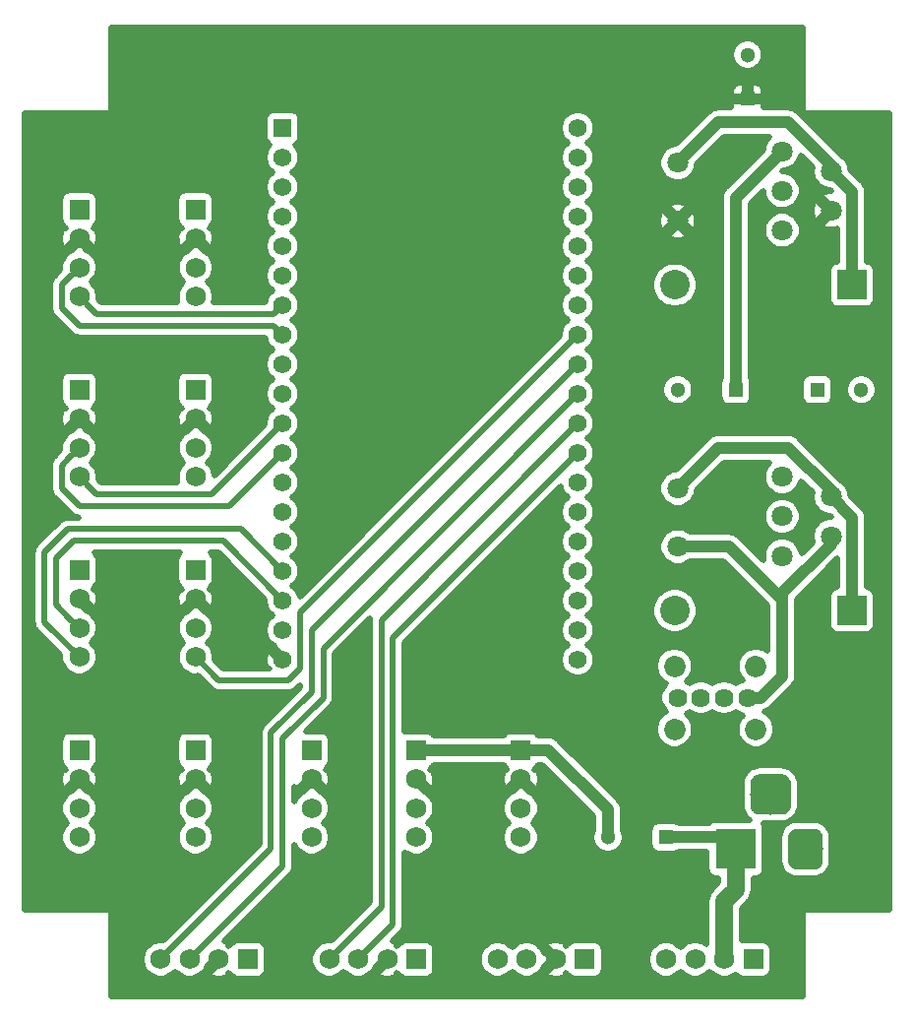
<source format=gbr>
G04 #@! TF.GenerationSoftware,KiCad,Pcbnew,(5.1.4)-1*
G04 #@! TF.CreationDate,2020-01-17T14:41:41+02:00*
G04 #@! TF.ProjectId,flypi_v2,666c7970-695f-4763-922e-6b696361645f,rev?*
G04 #@! TF.SameCoordinates,Original*
G04 #@! TF.FileFunction,Copper,L1,Top*
G04 #@! TF.FilePolarity,Positive*
%FSLAX46Y46*%
G04 Gerber Fmt 4.6, Leading zero omitted, Abs format (unit mm)*
G04 Created by KiCad (PCBNEW (5.1.4)-1) date 2020-01-17 14:41:41*
%MOMM*%
%LPD*%
G04 APERTURE LIST*
%ADD10C,1.750000*%
%ADD11R,1.750000X1.750000*%
%ADD12C,1.560000*%
%ADD13R,1.560000X1.560000*%
%ADD14C,1.800000*%
%ADD15C,1.620000*%
%ADD16C,1.850000*%
%ADD17R,2.540000X2.540000*%
%ADD18C,2.540000*%
%ADD19C,0.100000*%
%ADD20C,3.500000*%
%ADD21C,3.000000*%
%ADD22R,3.500000X3.500000*%
%ADD23C,1.300000*%
%ADD24R,1.300000X1.300000*%
%ADD25C,1.000000*%
%ADD26C,1.500000*%
%ADD27C,0.500000*%
G04 APERTURE END LIST*
D10*
X140500000Y-99500000D03*
X140500000Y-97000000D03*
X140500000Y-94500000D03*
D11*
X140500000Y-92000000D03*
D10*
X150500000Y-84000000D03*
X150500000Y-81500000D03*
X150500000Y-79000000D03*
D11*
X150500000Y-76500000D03*
D10*
X140500000Y-84000000D03*
X140500000Y-81500000D03*
X140500000Y-79000000D03*
D11*
X140500000Y-76500000D03*
D10*
X140500000Y-115000000D03*
X140500000Y-112500000D03*
X140500000Y-110000000D03*
D11*
X140500000Y-107500000D03*
D12*
X183400000Y-115220000D03*
X183400000Y-112680000D03*
X183400000Y-110140000D03*
X183400000Y-107600000D03*
X183400000Y-105060000D03*
X183400000Y-102520000D03*
X183400000Y-99980000D03*
X183400000Y-97440000D03*
X183400000Y-94900000D03*
X183400000Y-92360000D03*
X183400000Y-89820000D03*
X183400000Y-87280000D03*
X183400000Y-84740000D03*
X183400000Y-82200000D03*
X183400000Y-79660000D03*
X183400000Y-77120000D03*
X183400000Y-74580000D03*
X183400000Y-72040000D03*
X183400000Y-69500000D03*
X158000000Y-112680000D03*
X158000000Y-110140000D03*
X158000000Y-107600000D03*
X158000000Y-105060000D03*
X158000000Y-102520000D03*
X158000000Y-99980000D03*
X158000000Y-97440000D03*
X158000000Y-94900000D03*
X158000000Y-92360000D03*
X158000000Y-89820000D03*
X158000000Y-87280000D03*
X158000000Y-84740000D03*
X158000000Y-82200000D03*
X158000000Y-79660000D03*
X158000000Y-77120000D03*
X158000000Y-74580000D03*
X158000000Y-115220000D03*
X158000000Y-72040000D03*
D13*
X158000000Y-69500000D03*
D10*
X162000000Y-141000000D03*
X164500000Y-141000000D03*
X167000000Y-141000000D03*
D11*
X169500000Y-141000000D03*
D14*
X205200000Y-76600000D03*
X205200000Y-73200000D03*
X201000000Y-71500000D03*
X201000000Y-78300000D03*
X201000000Y-74900000D03*
X192000000Y-72500000D03*
X192000000Y-77500000D03*
X192000000Y-105500000D03*
X192000000Y-100500000D03*
X205200000Y-104600000D03*
X205200000Y-101200000D03*
X201000000Y-99500000D03*
X201000000Y-106300000D03*
X201000000Y-102900000D03*
D10*
X176500000Y-141000000D03*
X179000000Y-141000000D03*
X181500000Y-141000000D03*
D11*
X184000000Y-141000000D03*
X198500000Y-141000000D03*
D10*
X196000000Y-141000000D03*
X193500000Y-141000000D03*
X191000000Y-141000000D03*
X147500000Y-141000000D03*
X150000000Y-141000000D03*
X152500000Y-141000000D03*
D11*
X155000000Y-141000000D03*
D10*
X178500000Y-130500000D03*
X178500000Y-128000000D03*
X178500000Y-125500000D03*
D11*
X178500000Y-123000000D03*
D10*
X169500000Y-130500000D03*
X169500000Y-128000000D03*
X169500000Y-125500000D03*
D11*
X169500000Y-123000000D03*
D10*
X160500000Y-130500000D03*
X160500000Y-128000000D03*
X160500000Y-125500000D03*
D11*
X160500000Y-123000000D03*
D10*
X150500000Y-130500000D03*
X150500000Y-128000000D03*
X150500000Y-125500000D03*
D11*
X150500000Y-123000000D03*
D10*
X140500000Y-130500000D03*
X140500000Y-128000000D03*
X140500000Y-125500000D03*
D11*
X140500000Y-123000000D03*
D10*
X150500000Y-115000000D03*
X150500000Y-112500000D03*
X150500000Y-110000000D03*
D11*
X150500000Y-107500000D03*
D10*
X150500000Y-99500000D03*
X150500000Y-97000000D03*
X150500000Y-94500000D03*
D11*
X150500000Y-92000000D03*
D15*
X198000000Y-118500000D03*
X196000000Y-118500000D03*
X194000000Y-118500000D03*
D16*
X198730000Y-121220000D03*
D15*
X192000000Y-118500000D03*
D16*
X191730000Y-121220000D03*
X198730000Y-115780000D03*
X191730000Y-115780000D03*
D17*
X207000000Y-83000000D03*
D18*
X191760000Y-83000000D03*
D17*
X206998780Y-111002960D03*
D18*
X191758780Y-111002960D03*
D19*
G36*
X200960765Y-125054213D02*
G01*
X201045704Y-125066813D01*
X201128999Y-125087677D01*
X201209848Y-125116605D01*
X201287472Y-125153319D01*
X201361124Y-125197464D01*
X201430094Y-125248616D01*
X201493718Y-125306282D01*
X201551384Y-125369906D01*
X201602536Y-125438876D01*
X201646681Y-125512528D01*
X201683395Y-125590152D01*
X201712323Y-125671001D01*
X201733187Y-125754296D01*
X201745787Y-125839235D01*
X201750000Y-125925000D01*
X201750000Y-127675000D01*
X201745787Y-127760765D01*
X201733187Y-127845704D01*
X201712323Y-127928999D01*
X201683395Y-128009848D01*
X201646681Y-128087472D01*
X201602536Y-128161124D01*
X201551384Y-128230094D01*
X201493718Y-128293718D01*
X201430094Y-128351384D01*
X201361124Y-128402536D01*
X201287472Y-128446681D01*
X201209848Y-128483395D01*
X201128999Y-128512323D01*
X201045704Y-128533187D01*
X200960765Y-128545787D01*
X200875000Y-128550000D01*
X199125000Y-128550000D01*
X199039235Y-128545787D01*
X198954296Y-128533187D01*
X198871001Y-128512323D01*
X198790152Y-128483395D01*
X198712528Y-128446681D01*
X198638876Y-128402536D01*
X198569906Y-128351384D01*
X198506282Y-128293718D01*
X198448616Y-128230094D01*
X198397464Y-128161124D01*
X198353319Y-128087472D01*
X198316605Y-128009848D01*
X198287677Y-127928999D01*
X198266813Y-127845704D01*
X198254213Y-127760765D01*
X198250000Y-127675000D01*
X198250000Y-125925000D01*
X198254213Y-125839235D01*
X198266813Y-125754296D01*
X198287677Y-125671001D01*
X198316605Y-125590152D01*
X198353319Y-125512528D01*
X198397464Y-125438876D01*
X198448616Y-125369906D01*
X198506282Y-125306282D01*
X198569906Y-125248616D01*
X198638876Y-125197464D01*
X198712528Y-125153319D01*
X198790152Y-125116605D01*
X198871001Y-125087677D01*
X198954296Y-125066813D01*
X199039235Y-125054213D01*
X199125000Y-125050000D01*
X200875000Y-125050000D01*
X200960765Y-125054213D01*
X200960765Y-125054213D01*
G37*
D20*
X200000000Y-126800000D03*
D19*
G36*
X203823513Y-129753611D02*
G01*
X203896318Y-129764411D01*
X203967714Y-129782295D01*
X204037013Y-129807090D01*
X204103548Y-129838559D01*
X204166678Y-129876398D01*
X204225795Y-129920242D01*
X204280330Y-129969670D01*
X204329758Y-130024205D01*
X204373602Y-130083322D01*
X204411441Y-130146452D01*
X204442910Y-130212987D01*
X204467705Y-130282286D01*
X204485589Y-130353682D01*
X204496389Y-130426487D01*
X204500000Y-130500000D01*
X204500000Y-132500000D01*
X204496389Y-132573513D01*
X204485589Y-132646318D01*
X204467705Y-132717714D01*
X204442910Y-132787013D01*
X204411441Y-132853548D01*
X204373602Y-132916678D01*
X204329758Y-132975795D01*
X204280330Y-133030330D01*
X204225795Y-133079758D01*
X204166678Y-133123602D01*
X204103548Y-133161441D01*
X204037013Y-133192910D01*
X203967714Y-133217705D01*
X203896318Y-133235589D01*
X203823513Y-133246389D01*
X203750000Y-133250000D01*
X202250000Y-133250000D01*
X202176487Y-133246389D01*
X202103682Y-133235589D01*
X202032286Y-133217705D01*
X201962987Y-133192910D01*
X201896452Y-133161441D01*
X201833322Y-133123602D01*
X201774205Y-133079758D01*
X201719670Y-133030330D01*
X201670242Y-132975795D01*
X201626398Y-132916678D01*
X201588559Y-132853548D01*
X201557090Y-132787013D01*
X201532295Y-132717714D01*
X201514411Y-132646318D01*
X201503611Y-132573513D01*
X201500000Y-132500000D01*
X201500000Y-130500000D01*
X201503611Y-130426487D01*
X201514411Y-130353682D01*
X201532295Y-130282286D01*
X201557090Y-130212987D01*
X201588559Y-130146452D01*
X201626398Y-130083322D01*
X201670242Y-130024205D01*
X201719670Y-129969670D01*
X201774205Y-129920242D01*
X201833322Y-129876398D01*
X201896452Y-129838559D01*
X201962987Y-129807090D01*
X202032286Y-129782295D01*
X202103682Y-129764411D01*
X202176487Y-129753611D01*
X202250000Y-129750000D01*
X203750000Y-129750000D01*
X203823513Y-129753611D01*
X203823513Y-129753611D01*
G37*
D21*
X203000000Y-131500000D03*
D22*
X197000000Y-131500000D03*
D23*
X198000000Y-63200000D03*
D24*
X198000000Y-67000000D03*
X197000000Y-92000000D03*
D23*
X192000000Y-92000000D03*
X207800000Y-92000000D03*
D24*
X204000000Y-92000000D03*
X191000000Y-130500000D03*
D23*
X186000000Y-130500000D03*
D25*
X180875000Y-123000000D02*
X178500000Y-123000000D01*
X186000000Y-130500000D02*
X186000000Y-128125000D01*
X186000000Y-128125000D02*
X180875000Y-123000000D01*
X178500000Y-123000000D02*
X169500000Y-123000000D01*
X197000000Y-130500000D02*
X191000000Y-130500000D01*
X197000000Y-75500000D02*
X201000000Y-71500000D01*
X197000000Y-92000000D02*
X197000000Y-75500000D01*
X196500000Y-130500000D02*
X197000000Y-131000000D01*
X191000000Y-130500000D02*
X196500000Y-130500000D01*
X196000000Y-130500000D02*
X197000000Y-131500000D01*
X191000000Y-130500000D02*
X196000000Y-130500000D01*
X197000000Y-131500000D02*
X196000000Y-132500000D01*
D26*
X196000000Y-141000000D02*
X196000000Y-136000000D01*
X197000000Y-135000000D02*
X197000000Y-131500000D01*
X196000000Y-136000000D02*
X197000000Y-135000000D01*
D25*
X199145512Y-118500000D02*
X198000000Y-118500000D01*
X201000000Y-116645512D02*
X199145512Y-118500000D01*
X201000000Y-110072792D02*
X201000000Y-116645512D01*
X196427208Y-105500000D02*
X201000000Y-110072792D01*
X192000000Y-105500000D02*
X196427208Y-105500000D01*
X201000000Y-109500000D02*
X201000000Y-110072792D01*
X205200000Y-104600000D02*
X205200000Y-105300000D01*
X205200000Y-105300000D02*
X201000000Y-109500000D01*
X206998780Y-102998780D02*
X205200000Y-101200000D01*
X206998780Y-111002960D02*
X206998780Y-102998780D01*
X195500000Y-97000000D02*
X192000000Y-100500000D01*
X201500000Y-97000000D02*
X195500000Y-97000000D01*
X205200000Y-101200000D02*
X205200000Y-100700000D01*
X205200000Y-100700000D02*
X201500000Y-97000000D01*
X207000000Y-75000000D02*
X205200000Y-73200000D01*
X207000000Y-83000000D02*
X207000000Y-75000000D01*
X195500000Y-69000000D02*
X192000000Y-72500000D01*
X201500000Y-69000000D02*
X195500000Y-69000000D01*
X205200000Y-73200000D02*
X205200000Y-72700000D01*
X205200000Y-72700000D02*
X201500000Y-69000000D01*
D27*
X141374999Y-84874999D02*
X140500000Y-84000000D01*
X142000000Y-85500000D02*
X141374999Y-84874999D01*
X158000000Y-84740000D02*
X157240000Y-85500000D01*
X157240000Y-85500000D02*
X142000000Y-85500000D01*
X139625001Y-82374999D02*
X140500000Y-81500000D01*
X139000000Y-83000000D02*
X139625001Y-82374999D01*
X139000000Y-85000000D02*
X139000000Y-83000000D01*
X140500000Y-86500000D02*
X139000000Y-85000000D01*
X158000000Y-87280000D02*
X157220000Y-86500000D01*
X157220000Y-86500000D02*
X140500000Y-86500000D01*
X141374999Y-100374999D02*
X140500000Y-99500000D01*
X142000000Y-101000000D02*
X141374999Y-100374999D01*
X158000000Y-94900000D02*
X151900000Y-101000000D01*
X151900000Y-101000000D02*
X142000000Y-101000000D01*
X139625001Y-97874999D02*
X140500000Y-97000000D01*
X139000000Y-98500000D02*
X139625001Y-97874999D01*
X139000000Y-100500000D02*
X139000000Y-98500000D01*
X140500000Y-102000000D02*
X139000000Y-100500000D01*
X158000000Y-97440000D02*
X153440000Y-102000000D01*
X153440000Y-102000000D02*
X140500000Y-102000000D01*
X154400000Y-104000000D02*
X158000000Y-107600000D01*
X139500000Y-104000000D02*
X154400000Y-104000000D01*
X137500000Y-106000000D02*
X139500000Y-104000000D01*
X140500000Y-115000000D02*
X137500000Y-112000000D01*
X137500000Y-112000000D02*
X137500000Y-106000000D01*
X139625001Y-111625001D02*
X140500000Y-112500000D01*
X138500000Y-110500000D02*
X139625001Y-111625001D01*
X138500000Y-106500000D02*
X138500000Y-110500000D01*
X140000000Y-105000000D02*
X138500000Y-106500000D01*
X158000000Y-110140000D02*
X152860000Y-105000000D01*
X152860000Y-105000000D02*
X140000000Y-105000000D01*
X153000000Y-117000000D02*
X158520201Y-117000000D01*
X158520201Y-117000000D02*
X159500000Y-116020201D01*
X159500000Y-116020201D02*
X159500000Y-111180000D01*
X159500000Y-111180000D02*
X182620001Y-88059999D01*
X182620001Y-88059999D02*
X183400000Y-87280000D01*
X152500000Y-117000000D02*
X153000000Y-117000000D01*
X150500000Y-115000000D02*
X152500000Y-117000000D01*
X160500000Y-112720000D02*
X183400000Y-89820000D01*
X160500000Y-118000000D02*
X160500000Y-112720000D01*
X157000000Y-121500000D02*
X160500000Y-118000000D01*
X147500000Y-141000000D02*
X157000000Y-131500000D01*
X157000000Y-131500000D02*
X157000000Y-121500000D01*
X161500000Y-114260000D02*
X183400000Y-92360000D01*
X161500000Y-118500000D02*
X161500000Y-114260000D01*
X158000000Y-122000000D02*
X161500000Y-118500000D01*
X150000000Y-141000000D02*
X158000000Y-133000000D01*
X158000000Y-133000000D02*
X158000000Y-122000000D01*
X182620001Y-95679999D02*
X183400000Y-94900000D01*
X166500000Y-111800000D02*
X182620001Y-95679999D01*
X162000000Y-141000000D02*
X166500000Y-136500000D01*
X166500000Y-136500000D02*
X166500000Y-111800000D01*
X182620001Y-98219999D02*
X183400000Y-97440000D01*
X167500000Y-113340000D02*
X182620001Y-98219999D01*
X164500000Y-141000000D02*
X167500000Y-138000000D01*
X167500000Y-138000000D02*
X167500000Y-113340000D01*
G36*
X202750000Y-68000000D02*
G01*
X202754804Y-68048773D01*
X202769030Y-68095671D01*
X202792133Y-68138893D01*
X202823223Y-68176777D01*
X202861107Y-68207867D01*
X202904329Y-68230970D01*
X202951227Y-68245196D01*
X203000000Y-68250000D01*
X210200001Y-68250000D01*
X210200000Y-136750000D01*
X203000000Y-136750000D01*
X202951227Y-136754804D01*
X202904329Y-136769030D01*
X202861107Y-136792133D01*
X202823223Y-136823223D01*
X202792133Y-136861107D01*
X202769030Y-136904329D01*
X202754804Y-136951227D01*
X202750000Y-137000000D01*
X202750000Y-144200000D01*
X143250000Y-144200000D01*
X143250000Y-137000000D01*
X143245196Y-136951227D01*
X143230970Y-136904329D01*
X143207867Y-136861107D01*
X143176777Y-136823223D01*
X143138893Y-136792133D01*
X143095671Y-136769030D01*
X143048773Y-136754804D01*
X143000000Y-136750000D01*
X135800000Y-136750000D01*
X135800000Y-127839951D01*
X138875000Y-127839951D01*
X138875000Y-128160049D01*
X138937448Y-128473995D01*
X139059943Y-128769726D01*
X139237780Y-129035877D01*
X139451903Y-129250000D01*
X139237780Y-129464123D01*
X139059943Y-129730274D01*
X138937448Y-130026005D01*
X138875000Y-130339951D01*
X138875000Y-130660049D01*
X138937448Y-130973995D01*
X139059943Y-131269726D01*
X139237780Y-131535877D01*
X139464123Y-131762220D01*
X139730274Y-131940057D01*
X140026005Y-132062552D01*
X140339951Y-132125000D01*
X140660049Y-132125000D01*
X140973995Y-132062552D01*
X141269726Y-131940057D01*
X141535877Y-131762220D01*
X141762220Y-131535877D01*
X141940057Y-131269726D01*
X142062552Y-130973995D01*
X142125000Y-130660049D01*
X142125000Y-130339951D01*
X142062552Y-130026005D01*
X141940057Y-129730274D01*
X141762220Y-129464123D01*
X141548097Y-129250000D01*
X141762220Y-129035877D01*
X141940057Y-128769726D01*
X142062552Y-128473995D01*
X142125000Y-128160049D01*
X142125000Y-127839951D01*
X148875000Y-127839951D01*
X148875000Y-128160049D01*
X148937448Y-128473995D01*
X149059943Y-128769726D01*
X149237780Y-129035877D01*
X149451903Y-129250000D01*
X149237780Y-129464123D01*
X149059943Y-129730274D01*
X148937448Y-130026005D01*
X148875000Y-130339951D01*
X148875000Y-130660049D01*
X148937448Y-130973995D01*
X149059943Y-131269726D01*
X149237780Y-131535877D01*
X149464123Y-131762220D01*
X149730274Y-131940057D01*
X150026005Y-132062552D01*
X150339951Y-132125000D01*
X150660049Y-132125000D01*
X150973995Y-132062552D01*
X151269726Y-131940057D01*
X151535877Y-131762220D01*
X151762220Y-131535877D01*
X151940057Y-131269726D01*
X152062552Y-130973995D01*
X152125000Y-130660049D01*
X152125000Y-130339951D01*
X152062552Y-130026005D01*
X151940057Y-129730274D01*
X151762220Y-129464123D01*
X151548097Y-129250000D01*
X151762220Y-129035877D01*
X151940057Y-128769726D01*
X152062552Y-128473995D01*
X152125000Y-128160049D01*
X152125000Y-127839951D01*
X152062552Y-127526005D01*
X151940057Y-127230274D01*
X151762220Y-126964123D01*
X151535877Y-126737780D01*
X151269726Y-126559943D01*
X151161605Y-126515158D01*
X150500000Y-125853553D01*
X149838395Y-126515158D01*
X149730274Y-126559943D01*
X149464123Y-126737780D01*
X149237780Y-126964123D01*
X149059943Y-127230274D01*
X148937448Y-127526005D01*
X148875000Y-127839951D01*
X142125000Y-127839951D01*
X142062552Y-127526005D01*
X141940057Y-127230274D01*
X141762220Y-126964123D01*
X141535877Y-126737780D01*
X141269726Y-126559943D01*
X141161605Y-126515158D01*
X140500000Y-125853553D01*
X139838395Y-126515158D01*
X139730274Y-126559943D01*
X139464123Y-126737780D01*
X139237780Y-126964123D01*
X139059943Y-127230274D01*
X138937448Y-127526005D01*
X138875000Y-127839951D01*
X135800000Y-127839951D01*
X135800000Y-122125000D01*
X138871372Y-122125000D01*
X138871372Y-123875000D01*
X138885853Y-124022026D01*
X138928739Y-124163401D01*
X138998381Y-124293693D01*
X139092105Y-124407895D01*
X139197831Y-124494663D01*
X139169469Y-124523025D01*
X139316600Y-124670156D01*
X139047615Y-124753797D01*
X138929945Y-125051481D01*
X138872612Y-125366402D01*
X138877818Y-125686457D01*
X138945364Y-125999346D01*
X139047615Y-126246203D01*
X139316602Y-126329845D01*
X140146447Y-125500000D01*
X140132305Y-125485858D01*
X140485858Y-125132305D01*
X140500000Y-125146447D01*
X140514143Y-125132305D01*
X140867696Y-125485858D01*
X140853553Y-125500000D01*
X141683398Y-126329845D01*
X141952385Y-126246203D01*
X142070055Y-125948519D01*
X142127388Y-125633598D01*
X142122182Y-125313543D01*
X142054636Y-125000654D01*
X141952385Y-124753797D01*
X141683400Y-124670156D01*
X141830531Y-124523025D01*
X141802169Y-124494663D01*
X141907895Y-124407895D01*
X142001619Y-124293693D01*
X142071261Y-124163401D01*
X142114147Y-124022026D01*
X142128628Y-123875000D01*
X142128628Y-122125000D01*
X148871372Y-122125000D01*
X148871372Y-123875000D01*
X148885853Y-124022026D01*
X148928739Y-124163401D01*
X148998381Y-124293693D01*
X149092105Y-124407895D01*
X149197831Y-124494663D01*
X149169469Y-124523025D01*
X149316600Y-124670156D01*
X149047615Y-124753797D01*
X148929945Y-125051481D01*
X148872612Y-125366402D01*
X148877818Y-125686457D01*
X148945364Y-125999346D01*
X149047615Y-126246203D01*
X149316602Y-126329845D01*
X150146447Y-125500000D01*
X150132305Y-125485858D01*
X150485858Y-125132305D01*
X150500000Y-125146447D01*
X150514143Y-125132305D01*
X150867696Y-125485858D01*
X150853553Y-125500000D01*
X151683398Y-126329845D01*
X151952385Y-126246203D01*
X152070055Y-125948519D01*
X152127388Y-125633598D01*
X152122182Y-125313543D01*
X152054636Y-125000654D01*
X151952385Y-124753797D01*
X151683400Y-124670156D01*
X151830531Y-124523025D01*
X151802169Y-124494663D01*
X151907895Y-124407895D01*
X152001619Y-124293693D01*
X152071261Y-124163401D01*
X152114147Y-124022026D01*
X152128628Y-123875000D01*
X152128628Y-122125000D01*
X152114147Y-121977974D01*
X152071261Y-121836599D01*
X152001619Y-121706307D01*
X151907895Y-121592105D01*
X151793693Y-121498381D01*
X151663401Y-121428739D01*
X151522026Y-121385853D01*
X151375000Y-121371372D01*
X149625000Y-121371372D01*
X149477974Y-121385853D01*
X149336599Y-121428739D01*
X149206307Y-121498381D01*
X149092105Y-121592105D01*
X148998381Y-121706307D01*
X148928739Y-121836599D01*
X148885853Y-121977974D01*
X148871372Y-122125000D01*
X142128628Y-122125000D01*
X142114147Y-121977974D01*
X142071261Y-121836599D01*
X142001619Y-121706307D01*
X141907895Y-121592105D01*
X141793693Y-121498381D01*
X141663401Y-121428739D01*
X141522026Y-121385853D01*
X141375000Y-121371372D01*
X139625000Y-121371372D01*
X139477974Y-121385853D01*
X139336599Y-121428739D01*
X139206307Y-121498381D01*
X139092105Y-121592105D01*
X138998381Y-121706307D01*
X138928739Y-121836599D01*
X138885853Y-121977974D01*
X138871372Y-122125000D01*
X135800000Y-122125000D01*
X135800000Y-106000000D01*
X136495162Y-106000000D01*
X136500001Y-106049130D01*
X136500000Y-111950880D01*
X136495162Y-112000000D01*
X136514470Y-112196034D01*
X136526252Y-112234873D01*
X136571651Y-112384534D01*
X136664508Y-112558258D01*
X136789472Y-112710528D01*
X136827637Y-112741849D01*
X138883418Y-114797631D01*
X138875000Y-114839951D01*
X138875000Y-115160049D01*
X138937448Y-115473995D01*
X139059943Y-115769726D01*
X139237780Y-116035877D01*
X139464123Y-116262220D01*
X139730274Y-116440057D01*
X140026005Y-116562552D01*
X140339951Y-116625000D01*
X140660049Y-116625000D01*
X140973995Y-116562552D01*
X141269726Y-116440057D01*
X141535877Y-116262220D01*
X141762220Y-116035877D01*
X141940057Y-115769726D01*
X142062552Y-115473995D01*
X142125000Y-115160049D01*
X142125000Y-114839951D01*
X142062552Y-114526005D01*
X141940057Y-114230274D01*
X141762220Y-113964123D01*
X141548097Y-113750000D01*
X141762220Y-113535877D01*
X141940057Y-113269726D01*
X142062552Y-112973995D01*
X142125000Y-112660049D01*
X142125000Y-112339951D01*
X142062552Y-112026005D01*
X141940057Y-111730274D01*
X141762220Y-111464123D01*
X141535877Y-111237780D01*
X141269726Y-111059943D01*
X141161605Y-111015158D01*
X140500000Y-110353553D01*
X140485858Y-110367696D01*
X140132305Y-110014143D01*
X140146447Y-110000000D01*
X140132305Y-109985858D01*
X140485858Y-109632305D01*
X140500000Y-109646447D01*
X140514143Y-109632305D01*
X140867696Y-109985858D01*
X140853553Y-110000000D01*
X141683398Y-110829845D01*
X141952385Y-110746203D01*
X142070055Y-110448519D01*
X142127388Y-110133598D01*
X142122182Y-109813543D01*
X142054636Y-109500654D01*
X141952385Y-109253797D01*
X141683400Y-109170156D01*
X141830531Y-109023025D01*
X141802169Y-108994663D01*
X141907895Y-108907895D01*
X142001619Y-108793693D01*
X142071261Y-108663401D01*
X142114147Y-108522026D01*
X142128628Y-108375000D01*
X142128628Y-106625000D01*
X142114147Y-106477974D01*
X142071261Y-106336599D01*
X142001619Y-106206307D01*
X141907895Y-106092105D01*
X141795666Y-106000000D01*
X149204334Y-106000000D01*
X149092105Y-106092105D01*
X148998381Y-106206307D01*
X148928739Y-106336599D01*
X148885853Y-106477974D01*
X148871372Y-106625000D01*
X148871372Y-108375000D01*
X148885853Y-108522026D01*
X148928739Y-108663401D01*
X148998381Y-108793693D01*
X149092105Y-108907895D01*
X149197831Y-108994663D01*
X149169469Y-109023025D01*
X149316600Y-109170156D01*
X149047615Y-109253797D01*
X148929945Y-109551481D01*
X148872612Y-109866402D01*
X148877818Y-110186457D01*
X148945364Y-110499346D01*
X149047615Y-110746203D01*
X149316602Y-110829845D01*
X150146447Y-110000000D01*
X150132305Y-109985858D01*
X150485858Y-109632305D01*
X150500000Y-109646447D01*
X150514143Y-109632305D01*
X150867696Y-109985858D01*
X150853553Y-110000000D01*
X151683398Y-110829845D01*
X151952385Y-110746203D01*
X152070055Y-110448519D01*
X152127388Y-110133598D01*
X152122182Y-109813543D01*
X152054636Y-109500654D01*
X151952385Y-109253797D01*
X151683400Y-109170156D01*
X151830531Y-109023025D01*
X151802169Y-108994663D01*
X151907895Y-108907895D01*
X152001619Y-108793693D01*
X152071261Y-108663401D01*
X152114147Y-108522026D01*
X152128628Y-108375000D01*
X152128628Y-106625000D01*
X152114147Y-106477974D01*
X152071261Y-106336599D01*
X152001619Y-106206307D01*
X151907895Y-106092105D01*
X151795666Y-106000000D01*
X152445788Y-106000000D01*
X156470000Y-110024214D01*
X156470000Y-110290692D01*
X156528797Y-110586285D01*
X156644132Y-110864727D01*
X156811571Y-111115318D01*
X157024682Y-111328429D01*
X157146762Y-111410000D01*
X157024682Y-111491571D01*
X156811571Y-111704682D01*
X156644132Y-111955273D01*
X156528797Y-112233715D01*
X156470000Y-112529308D01*
X156470000Y-112830692D01*
X156528797Y-113126285D01*
X156644132Y-113404727D01*
X156811571Y-113655318D01*
X157024682Y-113868429D01*
X157260675Y-114026114D01*
X157238763Y-114105210D01*
X158000000Y-114866447D01*
X158014143Y-114852305D01*
X158367696Y-115205858D01*
X158353553Y-115220000D01*
X158367696Y-115234143D01*
X158014143Y-115587696D01*
X158000000Y-115573553D01*
X157985858Y-115587696D01*
X157632305Y-115234143D01*
X157646447Y-115220000D01*
X156885210Y-114458763D01*
X156625824Y-114530620D01*
X156517737Y-114811955D01*
X156466612Y-115108970D01*
X156474414Y-115410253D01*
X156540844Y-115704224D01*
X156625824Y-115909380D01*
X156885207Y-115981236D01*
X156866443Y-116000000D01*
X152914213Y-116000000D01*
X152116582Y-115202369D01*
X152125000Y-115160049D01*
X152125000Y-114839951D01*
X152062552Y-114526005D01*
X151940057Y-114230274D01*
X151762220Y-113964123D01*
X151548097Y-113750000D01*
X151762220Y-113535877D01*
X151940057Y-113269726D01*
X152062552Y-112973995D01*
X152125000Y-112660049D01*
X152125000Y-112339951D01*
X152062552Y-112026005D01*
X151940057Y-111730274D01*
X151762220Y-111464123D01*
X151535877Y-111237780D01*
X151269726Y-111059943D01*
X151161605Y-111015158D01*
X150500000Y-110353553D01*
X149838395Y-111015158D01*
X149730274Y-111059943D01*
X149464123Y-111237780D01*
X149237780Y-111464123D01*
X149059943Y-111730274D01*
X148937448Y-112026005D01*
X148875000Y-112339951D01*
X148875000Y-112660049D01*
X148937448Y-112973995D01*
X149059943Y-113269726D01*
X149237780Y-113535877D01*
X149451903Y-113750000D01*
X149237780Y-113964123D01*
X149059943Y-114230274D01*
X148937448Y-114526005D01*
X148875000Y-114839951D01*
X148875000Y-115160049D01*
X148937448Y-115473995D01*
X149059943Y-115769726D01*
X149237780Y-116035877D01*
X149464123Y-116262220D01*
X149730274Y-116440057D01*
X150026005Y-116562552D01*
X150339951Y-116625000D01*
X150660049Y-116625000D01*
X150702369Y-116616582D01*
X151758155Y-117672368D01*
X151789472Y-117710528D01*
X151941742Y-117835492D01*
X152115465Y-117928349D01*
X152303966Y-117985530D01*
X152450880Y-118000000D01*
X152450881Y-118000000D01*
X152499999Y-118004838D01*
X152549117Y-118000000D01*
X158471081Y-118000000D01*
X158520201Y-118004838D01*
X158569321Y-118000000D01*
X158716235Y-117985530D01*
X158904736Y-117928349D01*
X159078459Y-117835492D01*
X159230729Y-117710528D01*
X159262050Y-117672363D01*
X159500000Y-117434413D01*
X159500000Y-117585786D01*
X156327632Y-120758156D01*
X156289473Y-120789472D01*
X156164509Y-120941742D01*
X156125635Y-121014470D01*
X156071651Y-121115466D01*
X156014470Y-121303966D01*
X155995162Y-121500000D01*
X156000001Y-121549130D01*
X156000000Y-131085787D01*
X147702370Y-139383418D01*
X147660049Y-139375000D01*
X147339951Y-139375000D01*
X147026005Y-139437448D01*
X146730274Y-139559943D01*
X146464123Y-139737780D01*
X146237780Y-139964123D01*
X146059943Y-140230274D01*
X145937448Y-140526005D01*
X145875000Y-140839951D01*
X145875000Y-141160049D01*
X145937448Y-141473995D01*
X146059943Y-141769726D01*
X146237780Y-142035877D01*
X146464123Y-142262220D01*
X146730274Y-142440057D01*
X147026005Y-142562552D01*
X147339951Y-142625000D01*
X147660049Y-142625000D01*
X147973995Y-142562552D01*
X148269726Y-142440057D01*
X148535877Y-142262220D01*
X148750000Y-142048097D01*
X148964123Y-142262220D01*
X149230274Y-142440057D01*
X149526005Y-142562552D01*
X149839951Y-142625000D01*
X150160049Y-142625000D01*
X150473995Y-142562552D01*
X150769726Y-142440057D01*
X151035877Y-142262220D01*
X151262220Y-142035877D01*
X151440057Y-141769726D01*
X151484842Y-141661605D01*
X152146447Y-141000000D01*
X152132305Y-140985858D01*
X152485858Y-140632305D01*
X152500000Y-140646447D01*
X152514143Y-140632305D01*
X152867696Y-140985858D01*
X152853553Y-141000000D01*
X152867696Y-141014143D01*
X152514143Y-141367696D01*
X152500000Y-141353553D01*
X151670155Y-142183398D01*
X151753797Y-142452385D01*
X152051481Y-142570055D01*
X152366402Y-142627388D01*
X152686457Y-142622182D01*
X152999346Y-142554636D01*
X153246203Y-142452385D01*
X153329844Y-142183400D01*
X153476975Y-142330531D01*
X153505337Y-142302169D01*
X153592105Y-142407895D01*
X153706307Y-142501619D01*
X153836599Y-142571261D01*
X153977974Y-142614147D01*
X154125000Y-142628628D01*
X155875000Y-142628628D01*
X156022026Y-142614147D01*
X156163401Y-142571261D01*
X156293693Y-142501619D01*
X156407895Y-142407895D01*
X156501619Y-142293693D01*
X156571261Y-142163401D01*
X156614147Y-142022026D01*
X156628628Y-141875000D01*
X156628628Y-140125000D01*
X156614147Y-139977974D01*
X156571261Y-139836599D01*
X156501619Y-139706307D01*
X156407895Y-139592105D01*
X156293693Y-139498381D01*
X156163401Y-139428739D01*
X156022026Y-139385853D01*
X155875000Y-139371372D01*
X154125000Y-139371372D01*
X153977974Y-139385853D01*
X153836599Y-139428739D01*
X153706307Y-139498381D01*
X153592105Y-139592105D01*
X153505337Y-139697831D01*
X153476975Y-139669469D01*
X153329844Y-139816600D01*
X153246203Y-139547615D01*
X152974140Y-139440073D01*
X158672374Y-133741840D01*
X158710528Y-133710528D01*
X158835492Y-133558258D01*
X158928349Y-133384535D01*
X158985530Y-133196034D01*
X159000000Y-133049120D01*
X159000000Y-133049111D01*
X159004837Y-133000001D01*
X159000000Y-132950891D01*
X159000000Y-131125010D01*
X159059943Y-131269726D01*
X159237780Y-131535877D01*
X159464123Y-131762220D01*
X159730274Y-131940057D01*
X160026005Y-132062552D01*
X160339951Y-132125000D01*
X160660049Y-132125000D01*
X160973995Y-132062552D01*
X161269726Y-131940057D01*
X161535877Y-131762220D01*
X161762220Y-131535877D01*
X161940057Y-131269726D01*
X162062552Y-130973995D01*
X162125000Y-130660049D01*
X162125000Y-130339951D01*
X162062552Y-130026005D01*
X161940057Y-129730274D01*
X161762220Y-129464123D01*
X161548097Y-129250000D01*
X161762220Y-129035877D01*
X161940057Y-128769726D01*
X162062552Y-128473995D01*
X162125000Y-128160049D01*
X162125000Y-127839951D01*
X162062552Y-127526005D01*
X161940057Y-127230274D01*
X161762220Y-126964123D01*
X161535877Y-126737780D01*
X161269726Y-126559943D01*
X161161605Y-126515158D01*
X160500000Y-125853553D01*
X159838395Y-126515158D01*
X159730274Y-126559943D01*
X159464123Y-126737780D01*
X159237780Y-126964123D01*
X159059943Y-127230274D01*
X159000000Y-127374990D01*
X159000000Y-126131250D01*
X159047615Y-126246203D01*
X159316602Y-126329845D01*
X160146447Y-125500000D01*
X160132305Y-125485858D01*
X160485858Y-125132305D01*
X160500000Y-125146447D01*
X160514143Y-125132305D01*
X160867696Y-125485858D01*
X160853553Y-125500000D01*
X161683398Y-126329845D01*
X161952385Y-126246203D01*
X162070055Y-125948519D01*
X162127388Y-125633598D01*
X162122182Y-125313543D01*
X162054636Y-125000654D01*
X161952385Y-124753797D01*
X161683400Y-124670156D01*
X161830531Y-124523025D01*
X161802169Y-124494663D01*
X161907895Y-124407895D01*
X162001619Y-124293693D01*
X162071261Y-124163401D01*
X162114147Y-124022026D01*
X162128628Y-123875000D01*
X162128628Y-122125000D01*
X162114147Y-121977974D01*
X162071261Y-121836599D01*
X162001619Y-121706307D01*
X161907895Y-121592105D01*
X161793693Y-121498381D01*
X161663401Y-121428739D01*
X161522026Y-121385853D01*
X161375000Y-121371372D01*
X160042841Y-121371372D01*
X162172374Y-119241840D01*
X162210528Y-119210528D01*
X162335492Y-119058258D01*
X162428349Y-118884535D01*
X162485530Y-118696034D01*
X162500000Y-118549120D01*
X162500000Y-118549119D01*
X162504838Y-118500001D01*
X162500000Y-118450883D01*
X162500000Y-114674212D01*
X165508376Y-111665836D01*
X165495162Y-111800000D01*
X165500001Y-111849130D01*
X165500000Y-136085787D01*
X162202370Y-139383418D01*
X162160049Y-139375000D01*
X161839951Y-139375000D01*
X161526005Y-139437448D01*
X161230274Y-139559943D01*
X160964123Y-139737780D01*
X160737780Y-139964123D01*
X160559943Y-140230274D01*
X160437448Y-140526005D01*
X160375000Y-140839951D01*
X160375000Y-141160049D01*
X160437448Y-141473995D01*
X160559943Y-141769726D01*
X160737780Y-142035877D01*
X160964123Y-142262220D01*
X161230274Y-142440057D01*
X161526005Y-142562552D01*
X161839951Y-142625000D01*
X162160049Y-142625000D01*
X162473995Y-142562552D01*
X162769726Y-142440057D01*
X163035877Y-142262220D01*
X163250000Y-142048097D01*
X163464123Y-142262220D01*
X163730274Y-142440057D01*
X164026005Y-142562552D01*
X164339951Y-142625000D01*
X164660049Y-142625000D01*
X164973995Y-142562552D01*
X165269726Y-142440057D01*
X165535877Y-142262220D01*
X165762220Y-142035877D01*
X165940057Y-141769726D01*
X165984842Y-141661605D01*
X166646447Y-141000000D01*
X166632305Y-140985858D01*
X166985858Y-140632305D01*
X167000000Y-140646447D01*
X167014143Y-140632305D01*
X167367696Y-140985858D01*
X167353553Y-141000000D01*
X167367696Y-141014143D01*
X167014143Y-141367696D01*
X167000000Y-141353553D01*
X166170155Y-142183398D01*
X166253797Y-142452385D01*
X166551481Y-142570055D01*
X166866402Y-142627388D01*
X167186457Y-142622182D01*
X167499346Y-142554636D01*
X167746203Y-142452385D01*
X167829844Y-142183400D01*
X167976975Y-142330531D01*
X168005337Y-142302169D01*
X168092105Y-142407895D01*
X168206307Y-142501619D01*
X168336599Y-142571261D01*
X168477974Y-142614147D01*
X168625000Y-142628628D01*
X170375000Y-142628628D01*
X170522026Y-142614147D01*
X170663401Y-142571261D01*
X170793693Y-142501619D01*
X170907895Y-142407895D01*
X171001619Y-142293693D01*
X171071261Y-142163401D01*
X171114147Y-142022026D01*
X171128628Y-141875000D01*
X171128628Y-140839951D01*
X174875000Y-140839951D01*
X174875000Y-141160049D01*
X174937448Y-141473995D01*
X175059943Y-141769726D01*
X175237780Y-142035877D01*
X175464123Y-142262220D01*
X175730274Y-142440057D01*
X176026005Y-142562552D01*
X176339951Y-142625000D01*
X176660049Y-142625000D01*
X176973995Y-142562552D01*
X177269726Y-142440057D01*
X177535877Y-142262220D01*
X177750000Y-142048097D01*
X177964123Y-142262220D01*
X178230274Y-142440057D01*
X178526005Y-142562552D01*
X178839951Y-142625000D01*
X179160049Y-142625000D01*
X179473995Y-142562552D01*
X179769726Y-142440057D01*
X180035877Y-142262220D01*
X180262220Y-142035877D01*
X180440057Y-141769726D01*
X180484842Y-141661605D01*
X181146447Y-141000000D01*
X180484842Y-140338395D01*
X180440057Y-140230274D01*
X180262220Y-139964123D01*
X180114699Y-139816602D01*
X180670155Y-139816602D01*
X181500000Y-140646447D01*
X181514143Y-140632305D01*
X181867696Y-140985858D01*
X181853553Y-141000000D01*
X181867696Y-141014143D01*
X181514143Y-141367696D01*
X181500000Y-141353553D01*
X180670155Y-142183398D01*
X180753797Y-142452385D01*
X181051481Y-142570055D01*
X181366402Y-142627388D01*
X181686457Y-142622182D01*
X181999346Y-142554636D01*
X182246203Y-142452385D01*
X182329844Y-142183400D01*
X182476975Y-142330531D01*
X182505337Y-142302169D01*
X182592105Y-142407895D01*
X182706307Y-142501619D01*
X182836599Y-142571261D01*
X182977974Y-142614147D01*
X183125000Y-142628628D01*
X184875000Y-142628628D01*
X185022026Y-142614147D01*
X185163401Y-142571261D01*
X185293693Y-142501619D01*
X185407895Y-142407895D01*
X185501619Y-142293693D01*
X185571261Y-142163401D01*
X185614147Y-142022026D01*
X185628628Y-141875000D01*
X185628628Y-140839951D01*
X189375000Y-140839951D01*
X189375000Y-141160049D01*
X189437448Y-141473995D01*
X189559943Y-141769726D01*
X189737780Y-142035877D01*
X189964123Y-142262220D01*
X190230274Y-142440057D01*
X190526005Y-142562552D01*
X190839951Y-142625000D01*
X191160049Y-142625000D01*
X191473995Y-142562552D01*
X191769726Y-142440057D01*
X192035877Y-142262220D01*
X192250000Y-142048097D01*
X192464123Y-142262220D01*
X192730274Y-142440057D01*
X193026005Y-142562552D01*
X193339951Y-142625000D01*
X193660049Y-142625000D01*
X193973995Y-142562552D01*
X194269726Y-142440057D01*
X194535877Y-142262220D01*
X194750000Y-142048097D01*
X194964123Y-142262220D01*
X195230274Y-142440057D01*
X195526005Y-142562552D01*
X195839951Y-142625000D01*
X196160049Y-142625000D01*
X196473995Y-142562552D01*
X196769726Y-142440057D01*
X196995853Y-142288963D01*
X196998381Y-142293693D01*
X197092105Y-142407895D01*
X197206307Y-142501619D01*
X197336599Y-142571261D01*
X197477974Y-142614147D01*
X197625000Y-142628628D01*
X199375000Y-142628628D01*
X199522026Y-142614147D01*
X199663401Y-142571261D01*
X199793693Y-142501619D01*
X199907895Y-142407895D01*
X200001619Y-142293693D01*
X200071261Y-142163401D01*
X200114147Y-142022026D01*
X200128628Y-141875000D01*
X200128628Y-140125000D01*
X200114147Y-139977974D01*
X200071261Y-139836599D01*
X200001619Y-139706307D01*
X199907895Y-139592105D01*
X199793693Y-139498381D01*
X199663401Y-139428739D01*
X199522026Y-139385853D01*
X199375000Y-139371372D01*
X197625000Y-139371372D01*
X197500000Y-139383684D01*
X197500000Y-136621319D01*
X198008556Y-136112764D01*
X198065792Y-136065792D01*
X198253238Y-135837387D01*
X198295585Y-135758161D01*
X198392524Y-135576803D01*
X198478295Y-135294051D01*
X198507257Y-135000000D01*
X198500000Y-134926320D01*
X198500000Y-134003628D01*
X198750000Y-134003628D01*
X198897026Y-133989147D01*
X199038401Y-133946261D01*
X199168693Y-133876619D01*
X199282895Y-133782895D01*
X199376619Y-133668693D01*
X199446261Y-133538401D01*
X199489147Y-133397026D01*
X199503628Y-133250000D01*
X199503628Y-130500000D01*
X200746372Y-130500000D01*
X200746372Y-132500000D01*
X200775264Y-132793343D01*
X200860829Y-133075414D01*
X200999779Y-133335371D01*
X201186774Y-133563226D01*
X201414629Y-133750221D01*
X201674586Y-133889171D01*
X201956657Y-133974736D01*
X202250000Y-134003628D01*
X203750000Y-134003628D01*
X204043343Y-133974736D01*
X204325414Y-133889171D01*
X204585371Y-133750221D01*
X204813226Y-133563226D01*
X205000221Y-133335371D01*
X205139171Y-133075414D01*
X205224736Y-132793343D01*
X205253628Y-132500000D01*
X205253628Y-130500000D01*
X205224736Y-130206657D01*
X205139171Y-129924586D01*
X205000221Y-129664629D01*
X204813226Y-129436774D01*
X204585371Y-129249779D01*
X204325414Y-129110829D01*
X204043343Y-129025264D01*
X203750000Y-128996372D01*
X202250000Y-128996372D01*
X201956657Y-129025264D01*
X201674586Y-129110829D01*
X201414629Y-129249779D01*
X201186774Y-129436774D01*
X200999779Y-129664629D01*
X200860829Y-129924586D01*
X200775264Y-130206657D01*
X200746372Y-130500000D01*
X199503628Y-130500000D01*
X199503628Y-129750000D01*
X199489147Y-129602974D01*
X199446261Y-129461599D01*
X199376619Y-129331307D01*
X199353903Y-129303628D01*
X200875000Y-129303628D01*
X201192730Y-129272334D01*
X201498249Y-129179656D01*
X201779817Y-129029155D01*
X202026614Y-128826614D01*
X202229155Y-128579817D01*
X202379656Y-128298249D01*
X202472334Y-127992730D01*
X202503628Y-127675000D01*
X202503628Y-125925000D01*
X202472334Y-125607270D01*
X202379656Y-125301751D01*
X202229155Y-125020183D01*
X202026614Y-124773386D01*
X201779817Y-124570845D01*
X201498249Y-124420344D01*
X201192730Y-124327666D01*
X200875000Y-124296372D01*
X199125000Y-124296372D01*
X198807270Y-124327666D01*
X198501751Y-124420344D01*
X198220183Y-124570845D01*
X197973386Y-124773386D01*
X197770845Y-125020183D01*
X197620344Y-125301751D01*
X197527666Y-125607270D01*
X197496372Y-125925000D01*
X197496372Y-127675000D01*
X197527666Y-127992730D01*
X197620344Y-128298249D01*
X197770845Y-128579817D01*
X197973386Y-128826614D01*
X198180237Y-128996372D01*
X195250000Y-128996372D01*
X195102974Y-129010853D01*
X194961599Y-129053739D01*
X194831307Y-129123381D01*
X194717105Y-129217105D01*
X194690109Y-129250000D01*
X192101128Y-129250000D01*
X192068693Y-129223381D01*
X191938401Y-129153739D01*
X191797026Y-129110853D01*
X191650000Y-129096372D01*
X190350000Y-129096372D01*
X190202974Y-129110853D01*
X190061599Y-129153739D01*
X189931307Y-129223381D01*
X189817105Y-129317105D01*
X189723381Y-129431307D01*
X189653739Y-129561599D01*
X189610853Y-129702974D01*
X189596372Y-129850000D01*
X189596372Y-131150000D01*
X189610853Y-131297026D01*
X189653739Y-131438401D01*
X189723381Y-131568693D01*
X189817105Y-131682895D01*
X189931307Y-131776619D01*
X190061599Y-131846261D01*
X190202974Y-131889147D01*
X190350000Y-131903628D01*
X191650000Y-131903628D01*
X191797026Y-131889147D01*
X191938401Y-131846261D01*
X192068693Y-131776619D01*
X192101128Y-131750000D01*
X194496372Y-131750000D01*
X194496372Y-133250000D01*
X194510853Y-133397026D01*
X194553739Y-133538401D01*
X194623381Y-133668693D01*
X194717105Y-133782895D01*
X194831307Y-133876619D01*
X194961599Y-133946261D01*
X195102974Y-133989147D01*
X195250000Y-134003628D01*
X195500000Y-134003628D01*
X195500000Y-134378680D01*
X194991445Y-134887236D01*
X194934209Y-134934208D01*
X194746763Y-135162613D01*
X194676508Y-135294051D01*
X194607477Y-135423198D01*
X194521705Y-135705949D01*
X194492743Y-136000000D01*
X194500001Y-136073690D01*
X194500000Y-139713808D01*
X194269726Y-139559943D01*
X193973995Y-139437448D01*
X193660049Y-139375000D01*
X193339951Y-139375000D01*
X193026005Y-139437448D01*
X192730274Y-139559943D01*
X192464123Y-139737780D01*
X192250000Y-139951903D01*
X192035877Y-139737780D01*
X191769726Y-139559943D01*
X191473995Y-139437448D01*
X191160049Y-139375000D01*
X190839951Y-139375000D01*
X190526005Y-139437448D01*
X190230274Y-139559943D01*
X189964123Y-139737780D01*
X189737780Y-139964123D01*
X189559943Y-140230274D01*
X189437448Y-140526005D01*
X189375000Y-140839951D01*
X185628628Y-140839951D01*
X185628628Y-140125000D01*
X185614147Y-139977974D01*
X185571261Y-139836599D01*
X185501619Y-139706307D01*
X185407895Y-139592105D01*
X185293693Y-139498381D01*
X185163401Y-139428739D01*
X185022026Y-139385853D01*
X184875000Y-139371372D01*
X183125000Y-139371372D01*
X182977974Y-139385853D01*
X182836599Y-139428739D01*
X182706307Y-139498381D01*
X182592105Y-139592105D01*
X182505337Y-139697831D01*
X182476975Y-139669469D01*
X182329844Y-139816600D01*
X182246203Y-139547615D01*
X181948519Y-139429945D01*
X181633598Y-139372612D01*
X181313543Y-139377818D01*
X181000654Y-139445364D01*
X180753797Y-139547615D01*
X180670155Y-139816602D01*
X180114699Y-139816602D01*
X180035877Y-139737780D01*
X179769726Y-139559943D01*
X179473995Y-139437448D01*
X179160049Y-139375000D01*
X178839951Y-139375000D01*
X178526005Y-139437448D01*
X178230274Y-139559943D01*
X177964123Y-139737780D01*
X177750000Y-139951903D01*
X177535877Y-139737780D01*
X177269726Y-139559943D01*
X176973995Y-139437448D01*
X176660049Y-139375000D01*
X176339951Y-139375000D01*
X176026005Y-139437448D01*
X175730274Y-139559943D01*
X175464123Y-139737780D01*
X175237780Y-139964123D01*
X175059943Y-140230274D01*
X174937448Y-140526005D01*
X174875000Y-140839951D01*
X171128628Y-140839951D01*
X171128628Y-140125000D01*
X171114147Y-139977974D01*
X171071261Y-139836599D01*
X171001619Y-139706307D01*
X170907895Y-139592105D01*
X170793693Y-139498381D01*
X170663401Y-139428739D01*
X170522026Y-139385853D01*
X170375000Y-139371372D01*
X168625000Y-139371372D01*
X168477974Y-139385853D01*
X168336599Y-139428739D01*
X168206307Y-139498381D01*
X168092105Y-139592105D01*
X168005337Y-139697831D01*
X167976975Y-139669469D01*
X167829844Y-139816600D01*
X167746203Y-139547615D01*
X167474141Y-139440073D01*
X168172374Y-138741840D01*
X168210528Y-138710528D01*
X168335492Y-138558258D01*
X168428349Y-138384535D01*
X168485530Y-138196034D01*
X168500000Y-138049120D01*
X168500000Y-138049119D01*
X168504838Y-138000000D01*
X168500000Y-137950880D01*
X168500000Y-131786192D01*
X168730274Y-131940057D01*
X169026005Y-132062552D01*
X169339951Y-132125000D01*
X169660049Y-132125000D01*
X169973995Y-132062552D01*
X170269726Y-131940057D01*
X170535877Y-131762220D01*
X170762220Y-131535877D01*
X170940057Y-131269726D01*
X171062552Y-130973995D01*
X171125000Y-130660049D01*
X171125000Y-130339951D01*
X171062552Y-130026005D01*
X170940057Y-129730274D01*
X170762220Y-129464123D01*
X170548097Y-129250000D01*
X170762220Y-129035877D01*
X170940057Y-128769726D01*
X171062552Y-128473995D01*
X171125000Y-128160049D01*
X171125000Y-127839951D01*
X176875000Y-127839951D01*
X176875000Y-128160049D01*
X176937448Y-128473995D01*
X177059943Y-128769726D01*
X177237780Y-129035877D01*
X177451903Y-129250000D01*
X177237780Y-129464123D01*
X177059943Y-129730274D01*
X176937448Y-130026005D01*
X176875000Y-130339951D01*
X176875000Y-130660049D01*
X176937448Y-130973995D01*
X177059943Y-131269726D01*
X177237780Y-131535877D01*
X177464123Y-131762220D01*
X177730274Y-131940057D01*
X178026005Y-132062552D01*
X178339951Y-132125000D01*
X178660049Y-132125000D01*
X178973995Y-132062552D01*
X179269726Y-131940057D01*
X179535877Y-131762220D01*
X179762220Y-131535877D01*
X179940057Y-131269726D01*
X180062552Y-130973995D01*
X180125000Y-130660049D01*
X180125000Y-130339951D01*
X180062552Y-130026005D01*
X179940057Y-129730274D01*
X179762220Y-129464123D01*
X179548097Y-129250000D01*
X179762220Y-129035877D01*
X179940057Y-128769726D01*
X180062552Y-128473995D01*
X180125000Y-128160049D01*
X180125000Y-127839951D01*
X180062552Y-127526005D01*
X179940057Y-127230274D01*
X179762220Y-126964123D01*
X179535877Y-126737780D01*
X179269726Y-126559943D01*
X179161605Y-126515158D01*
X178500000Y-125853553D01*
X177838395Y-126515158D01*
X177730274Y-126559943D01*
X177464123Y-126737780D01*
X177237780Y-126964123D01*
X177059943Y-127230274D01*
X176937448Y-127526005D01*
X176875000Y-127839951D01*
X171125000Y-127839951D01*
X171062552Y-127526005D01*
X170940057Y-127230274D01*
X170762220Y-126964123D01*
X170535877Y-126737780D01*
X170269726Y-126559943D01*
X170161605Y-126515158D01*
X169500000Y-125853553D01*
X169485858Y-125867696D01*
X169132305Y-125514143D01*
X169146447Y-125500000D01*
X169132305Y-125485858D01*
X169485858Y-125132305D01*
X169500000Y-125146447D01*
X169514143Y-125132305D01*
X169867696Y-125485858D01*
X169853553Y-125500000D01*
X170683398Y-126329845D01*
X170952385Y-126246203D01*
X171070055Y-125948519D01*
X171127388Y-125633598D01*
X171122182Y-125313543D01*
X171054636Y-125000654D01*
X170952385Y-124753797D01*
X170683400Y-124670156D01*
X170830531Y-124523025D01*
X170802169Y-124494663D01*
X170907895Y-124407895D01*
X171001619Y-124293693D01*
X171024973Y-124250000D01*
X176975027Y-124250000D01*
X176998381Y-124293693D01*
X177092105Y-124407895D01*
X177197831Y-124494663D01*
X177169469Y-124523025D01*
X177316600Y-124670156D01*
X177047615Y-124753797D01*
X176929945Y-125051481D01*
X176872612Y-125366402D01*
X176877818Y-125686457D01*
X176945364Y-125999346D01*
X177047615Y-126246203D01*
X177316602Y-126329845D01*
X178146447Y-125500000D01*
X178132305Y-125485858D01*
X178485858Y-125132305D01*
X178500000Y-125146447D01*
X178514143Y-125132305D01*
X178867696Y-125485858D01*
X178853553Y-125500000D01*
X179683398Y-126329845D01*
X179952385Y-126246203D01*
X180070055Y-125948519D01*
X180127388Y-125633598D01*
X180122182Y-125313543D01*
X180054636Y-125000654D01*
X179952385Y-124753797D01*
X179683400Y-124670156D01*
X179830531Y-124523025D01*
X179802169Y-124494663D01*
X179907895Y-124407895D01*
X180001619Y-124293693D01*
X180024973Y-124250000D01*
X180357234Y-124250000D01*
X184750001Y-128642768D01*
X184750000Y-129859389D01*
X184653801Y-130091635D01*
X184600000Y-130362112D01*
X184600000Y-130637888D01*
X184653801Y-130908365D01*
X184759336Y-131163149D01*
X184912549Y-131392448D01*
X185107552Y-131587451D01*
X185336851Y-131740664D01*
X185591635Y-131846199D01*
X185862112Y-131900000D01*
X186137888Y-131900000D01*
X186408365Y-131846199D01*
X186663149Y-131740664D01*
X186892448Y-131587451D01*
X187087451Y-131392448D01*
X187240664Y-131163149D01*
X187346199Y-130908365D01*
X187400000Y-130637888D01*
X187400000Y-130362112D01*
X187346199Y-130091635D01*
X187250000Y-129859390D01*
X187250000Y-128186408D01*
X187256048Y-128125000D01*
X187231914Y-127879957D01*
X187160437Y-127644331D01*
X187044366Y-127427177D01*
X186888160Y-127236840D01*
X186840463Y-127197696D01*
X181802309Y-122159543D01*
X181763160Y-122111840D01*
X181572823Y-121955634D01*
X181355669Y-121839563D01*
X181120043Y-121768087D01*
X180936405Y-121750000D01*
X180936398Y-121750000D01*
X180875000Y-121743953D01*
X180813602Y-121750000D01*
X180024973Y-121750000D01*
X180001619Y-121706307D01*
X179907895Y-121592105D01*
X179793693Y-121498381D01*
X179663401Y-121428739D01*
X179522026Y-121385853D01*
X179375000Y-121371372D01*
X177625000Y-121371372D01*
X177477974Y-121385853D01*
X177336599Y-121428739D01*
X177206307Y-121498381D01*
X177092105Y-121592105D01*
X176998381Y-121706307D01*
X176975027Y-121750000D01*
X171024973Y-121750000D01*
X171001619Y-121706307D01*
X170907895Y-121592105D01*
X170793693Y-121498381D01*
X170663401Y-121428739D01*
X170522026Y-121385853D01*
X170375000Y-121371372D01*
X168625000Y-121371372D01*
X168500000Y-121383684D01*
X168500000Y-113754212D01*
X181912062Y-100342152D01*
X181928797Y-100426285D01*
X182044132Y-100704727D01*
X182211571Y-100955318D01*
X182424682Y-101168429D01*
X182546762Y-101250000D01*
X182424682Y-101331571D01*
X182211571Y-101544682D01*
X182044132Y-101795273D01*
X181928797Y-102073715D01*
X181870000Y-102369308D01*
X181870000Y-102670692D01*
X181928797Y-102966285D01*
X182044132Y-103244727D01*
X182211571Y-103495318D01*
X182424682Y-103708429D01*
X182546762Y-103790000D01*
X182424682Y-103871571D01*
X182211571Y-104084682D01*
X182044132Y-104335273D01*
X181928797Y-104613715D01*
X181870000Y-104909308D01*
X181870000Y-105210692D01*
X181928797Y-105506285D01*
X182044132Y-105784727D01*
X182211571Y-106035318D01*
X182424682Y-106248429D01*
X182546762Y-106330000D01*
X182424682Y-106411571D01*
X182211571Y-106624682D01*
X182044132Y-106875273D01*
X181928797Y-107153715D01*
X181870000Y-107449308D01*
X181870000Y-107750692D01*
X181928797Y-108046285D01*
X182044132Y-108324727D01*
X182211571Y-108575318D01*
X182424682Y-108788429D01*
X182546762Y-108870000D01*
X182424682Y-108951571D01*
X182211571Y-109164682D01*
X182044132Y-109415273D01*
X181928797Y-109693715D01*
X181870000Y-109989308D01*
X181870000Y-110290692D01*
X181928797Y-110586285D01*
X182044132Y-110864727D01*
X182211571Y-111115318D01*
X182424682Y-111328429D01*
X182546762Y-111410000D01*
X182424682Y-111491571D01*
X182211571Y-111704682D01*
X182044132Y-111955273D01*
X181928797Y-112233715D01*
X181870000Y-112529308D01*
X181870000Y-112830692D01*
X181928797Y-113126285D01*
X182044132Y-113404727D01*
X182211571Y-113655318D01*
X182424682Y-113868429D01*
X182546762Y-113950000D01*
X182424682Y-114031571D01*
X182211571Y-114244682D01*
X182044132Y-114495273D01*
X181928797Y-114773715D01*
X181870000Y-115069308D01*
X181870000Y-115370692D01*
X181928797Y-115666285D01*
X182044132Y-115944727D01*
X182211571Y-116195318D01*
X182424682Y-116408429D01*
X182675273Y-116575868D01*
X182953715Y-116691203D01*
X183249308Y-116750000D01*
X183550692Y-116750000D01*
X183846285Y-116691203D01*
X184124727Y-116575868D01*
X184375318Y-116408429D01*
X184588429Y-116195318D01*
X184755868Y-115944727D01*
X184871203Y-115666285D01*
X184881398Y-115615027D01*
X190055000Y-115615027D01*
X190055000Y-115944973D01*
X190119369Y-116268580D01*
X190245634Y-116573410D01*
X190428942Y-116847751D01*
X190662249Y-117081058D01*
X190936590Y-117264366D01*
X191002260Y-117291567D01*
X190788269Y-117505558D01*
X190617546Y-117761063D01*
X190499950Y-118044965D01*
X190440000Y-118346353D01*
X190440000Y-118653647D01*
X190499950Y-118955035D01*
X190617546Y-119238937D01*
X190788269Y-119494442D01*
X191002260Y-119708433D01*
X190936590Y-119735634D01*
X190662249Y-119918942D01*
X190428942Y-120152249D01*
X190245634Y-120426590D01*
X190119369Y-120731420D01*
X190055000Y-121055027D01*
X190055000Y-121384973D01*
X190119369Y-121708580D01*
X190245634Y-122013410D01*
X190428942Y-122287751D01*
X190662249Y-122521058D01*
X190936590Y-122704366D01*
X191241420Y-122830631D01*
X191565027Y-122895000D01*
X191894973Y-122895000D01*
X192218580Y-122830631D01*
X192523410Y-122704366D01*
X192797751Y-122521058D01*
X193031058Y-122287751D01*
X193214366Y-122013410D01*
X193340631Y-121708580D01*
X193405000Y-121384973D01*
X193405000Y-121055027D01*
X193340631Y-120731420D01*
X193214366Y-120426590D01*
X193031058Y-120152249D01*
X192797751Y-119918942D01*
X192741040Y-119881049D01*
X192994442Y-119711731D01*
X193000000Y-119706173D01*
X193005558Y-119711731D01*
X193261063Y-119882454D01*
X193544965Y-120000050D01*
X193846353Y-120060000D01*
X194153647Y-120060000D01*
X194455035Y-120000050D01*
X194738937Y-119882454D01*
X194994442Y-119711731D01*
X195000000Y-119706173D01*
X195005558Y-119711731D01*
X195261063Y-119882454D01*
X195544965Y-120000050D01*
X195846353Y-120060000D01*
X196153647Y-120060000D01*
X196455035Y-120000050D01*
X196738937Y-119882454D01*
X196994442Y-119711731D01*
X197000000Y-119706173D01*
X197005558Y-119711731D01*
X197261063Y-119882454D01*
X197544965Y-120000050D01*
X197575139Y-120006052D01*
X197428942Y-120152249D01*
X197245634Y-120426590D01*
X197119369Y-120731420D01*
X197055000Y-121055027D01*
X197055000Y-121384973D01*
X197119369Y-121708580D01*
X197245634Y-122013410D01*
X197428942Y-122287751D01*
X197662249Y-122521058D01*
X197936590Y-122704366D01*
X198241420Y-122830631D01*
X198565027Y-122895000D01*
X198894973Y-122895000D01*
X199218580Y-122830631D01*
X199523410Y-122704366D01*
X199797751Y-122521058D01*
X200031058Y-122287751D01*
X200214366Y-122013410D01*
X200340631Y-121708580D01*
X200405000Y-121384973D01*
X200405000Y-121055027D01*
X200340631Y-120731420D01*
X200214366Y-120426590D01*
X200031058Y-120152249D01*
X199797751Y-119918942D01*
X199523410Y-119735634D01*
X199462061Y-119710222D01*
X199626181Y-119660437D01*
X199843335Y-119544366D01*
X200033672Y-119388160D01*
X200072821Y-119340457D01*
X201840463Y-117572816D01*
X201888160Y-117533672D01*
X202044366Y-117343335D01*
X202160437Y-117126181D01*
X202231913Y-116890555D01*
X202250000Y-116706917D01*
X202250000Y-116706911D01*
X202256047Y-116645513D01*
X202250000Y-116584115D01*
X202250000Y-110134189D01*
X202256047Y-110072791D01*
X202250571Y-110017195D01*
X205748781Y-106518986D01*
X205748780Y-108979332D01*
X205728780Y-108979332D01*
X205581754Y-108993813D01*
X205440379Y-109036699D01*
X205310087Y-109106341D01*
X205195885Y-109200065D01*
X205102161Y-109314267D01*
X205032519Y-109444559D01*
X204989633Y-109585934D01*
X204975152Y-109732960D01*
X204975152Y-112272960D01*
X204989633Y-112419986D01*
X205032519Y-112561361D01*
X205102161Y-112691653D01*
X205195885Y-112805855D01*
X205310087Y-112899579D01*
X205440379Y-112969221D01*
X205581754Y-113012107D01*
X205728780Y-113026588D01*
X208268780Y-113026588D01*
X208415806Y-113012107D01*
X208557181Y-112969221D01*
X208687473Y-112899579D01*
X208801675Y-112805855D01*
X208895399Y-112691653D01*
X208965041Y-112561361D01*
X209007927Y-112419986D01*
X209022408Y-112272960D01*
X209022408Y-109732960D01*
X209007927Y-109585934D01*
X208965041Y-109444559D01*
X208895399Y-109314267D01*
X208801675Y-109200065D01*
X208687473Y-109106341D01*
X208557181Y-109036699D01*
X208415806Y-108993813D01*
X208268780Y-108979332D01*
X208248780Y-108979332D01*
X208248780Y-103060177D01*
X208254827Y-102998779D01*
X208248780Y-102937381D01*
X208248780Y-102937375D01*
X208230693Y-102753737D01*
X208159217Y-102518111D01*
X208043146Y-102300957D01*
X207886940Y-102110620D01*
X207839243Y-102071476D01*
X206850000Y-101082234D01*
X206850000Y-101037489D01*
X206786592Y-100718713D01*
X206662211Y-100418432D01*
X206481639Y-100148186D01*
X206251814Y-99918361D01*
X206069611Y-99796618D01*
X206040463Y-99772696D01*
X202427309Y-96159543D01*
X202388160Y-96111840D01*
X202197823Y-95955634D01*
X201980669Y-95839563D01*
X201745043Y-95768087D01*
X201561405Y-95750000D01*
X201561398Y-95750000D01*
X201500000Y-95743953D01*
X201438602Y-95750000D01*
X195561397Y-95750000D01*
X195499999Y-95743953D01*
X195438601Y-95750000D01*
X195438595Y-95750000D01*
X195280538Y-95765567D01*
X195254956Y-95768087D01*
X195200116Y-95784723D01*
X195019331Y-95839563D01*
X194802177Y-95955634D01*
X194611840Y-96111840D01*
X194572696Y-96159537D01*
X191882234Y-98850000D01*
X191837489Y-98850000D01*
X191518713Y-98913408D01*
X191218432Y-99037789D01*
X190948186Y-99218361D01*
X190718361Y-99448186D01*
X190537789Y-99718432D01*
X190413408Y-100018713D01*
X190350000Y-100337489D01*
X190350000Y-100662511D01*
X190413408Y-100981287D01*
X190537789Y-101281568D01*
X190718361Y-101551814D01*
X190948186Y-101781639D01*
X191218432Y-101962211D01*
X191518713Y-102086592D01*
X191837489Y-102150000D01*
X192162511Y-102150000D01*
X192481287Y-102086592D01*
X192781568Y-101962211D01*
X193051814Y-101781639D01*
X193281639Y-101551814D01*
X193462211Y-101281568D01*
X193586592Y-100981287D01*
X193650000Y-100662511D01*
X193650000Y-100617766D01*
X196017767Y-98250000D01*
X199916547Y-98250000D01*
X199718361Y-98448186D01*
X199537789Y-98718432D01*
X199413408Y-99018713D01*
X199350000Y-99337489D01*
X199350000Y-99662511D01*
X199413408Y-99981287D01*
X199537789Y-100281568D01*
X199718361Y-100551814D01*
X199948186Y-100781639D01*
X200218432Y-100962211D01*
X200518713Y-101086592D01*
X200837489Y-101150000D01*
X201162511Y-101150000D01*
X201481287Y-101086592D01*
X201781568Y-100962211D01*
X202051814Y-100781639D01*
X202281639Y-100551814D01*
X202462211Y-100281568D01*
X202586592Y-99981287D01*
X202607651Y-99875417D01*
X203586454Y-100854221D01*
X203550000Y-101037489D01*
X203550000Y-101362511D01*
X203613408Y-101681287D01*
X203737789Y-101981568D01*
X203918361Y-102251814D01*
X204148186Y-102481639D01*
X204418432Y-102662211D01*
X204718713Y-102786592D01*
X205037489Y-102850000D01*
X205082234Y-102850000D01*
X205182234Y-102950000D01*
X205037489Y-102950000D01*
X204718713Y-103013408D01*
X204418432Y-103137789D01*
X204148186Y-103318361D01*
X203918361Y-103548186D01*
X203737789Y-103818432D01*
X203613408Y-104118713D01*
X203550000Y-104437489D01*
X203550000Y-104762511D01*
X203613408Y-105081287D01*
X203624403Y-105107830D01*
X202640833Y-106091401D01*
X202586592Y-105818713D01*
X202462211Y-105518432D01*
X202281639Y-105248186D01*
X202051814Y-105018361D01*
X201781568Y-104837789D01*
X201481287Y-104713408D01*
X201162511Y-104650000D01*
X200837489Y-104650000D01*
X200518713Y-104713408D01*
X200218432Y-104837789D01*
X199948186Y-105018361D01*
X199718361Y-105248186D01*
X199537789Y-105518432D01*
X199413408Y-105818713D01*
X199350000Y-106137489D01*
X199350000Y-106462511D01*
X199397801Y-106702827D01*
X197354517Y-104659543D01*
X197315368Y-104611840D01*
X197125031Y-104455634D01*
X196907877Y-104339563D01*
X196672251Y-104268087D01*
X196488613Y-104250000D01*
X196488606Y-104250000D01*
X196427208Y-104243953D01*
X196365810Y-104250000D01*
X193083453Y-104250000D01*
X193051814Y-104218361D01*
X192781568Y-104037789D01*
X192481287Y-103913408D01*
X192162511Y-103850000D01*
X191837489Y-103850000D01*
X191518713Y-103913408D01*
X191218432Y-104037789D01*
X190948186Y-104218361D01*
X190718361Y-104448186D01*
X190537789Y-104718432D01*
X190413408Y-105018713D01*
X190350000Y-105337489D01*
X190350000Y-105662511D01*
X190413408Y-105981287D01*
X190537789Y-106281568D01*
X190718361Y-106551814D01*
X190948186Y-106781639D01*
X191218432Y-106962211D01*
X191518713Y-107086592D01*
X191837489Y-107150000D01*
X192162511Y-107150000D01*
X192481287Y-107086592D01*
X192781568Y-106962211D01*
X193051814Y-106781639D01*
X193083453Y-106750000D01*
X195909442Y-106750000D01*
X199750000Y-110590559D01*
X199750001Y-114447036D01*
X199523410Y-114295634D01*
X199218580Y-114169369D01*
X198894973Y-114105000D01*
X198565027Y-114105000D01*
X198241420Y-114169369D01*
X197936590Y-114295634D01*
X197662249Y-114478942D01*
X197428942Y-114712249D01*
X197245634Y-114986590D01*
X197119369Y-115291420D01*
X197055000Y-115615027D01*
X197055000Y-115944973D01*
X197119369Y-116268580D01*
X197245634Y-116573410D01*
X197428942Y-116847751D01*
X197575139Y-116993948D01*
X197544965Y-116999950D01*
X197261063Y-117117546D01*
X197005558Y-117288269D01*
X197000000Y-117293827D01*
X196994442Y-117288269D01*
X196738937Y-117117546D01*
X196455035Y-116999950D01*
X196153647Y-116940000D01*
X195846353Y-116940000D01*
X195544965Y-116999950D01*
X195261063Y-117117546D01*
X195005558Y-117288269D01*
X195000000Y-117293827D01*
X194994442Y-117288269D01*
X194738937Y-117117546D01*
X194455035Y-116999950D01*
X194153647Y-116940000D01*
X193846353Y-116940000D01*
X193544965Y-116999950D01*
X193261063Y-117117546D01*
X193005558Y-117288269D01*
X193000000Y-117293827D01*
X192994442Y-117288269D01*
X192741040Y-117118951D01*
X192797751Y-117081058D01*
X193031058Y-116847751D01*
X193214366Y-116573410D01*
X193340631Y-116268580D01*
X193405000Y-115944973D01*
X193405000Y-115615027D01*
X193340631Y-115291420D01*
X193214366Y-114986590D01*
X193031058Y-114712249D01*
X192797751Y-114478942D01*
X192523410Y-114295634D01*
X192218580Y-114169369D01*
X191894973Y-114105000D01*
X191565027Y-114105000D01*
X191241420Y-114169369D01*
X190936590Y-114295634D01*
X190662249Y-114478942D01*
X190428942Y-114712249D01*
X190245634Y-114986590D01*
X190119369Y-115291420D01*
X190055000Y-115615027D01*
X184881398Y-115615027D01*
X184930000Y-115370692D01*
X184930000Y-115069308D01*
X184871203Y-114773715D01*
X184755868Y-114495273D01*
X184588429Y-114244682D01*
X184375318Y-114031571D01*
X184253238Y-113950000D01*
X184375318Y-113868429D01*
X184588429Y-113655318D01*
X184755868Y-113404727D01*
X184871203Y-113126285D01*
X184930000Y-112830692D01*
X184930000Y-112529308D01*
X184871203Y-112233715D01*
X184755868Y-111955273D01*
X184588429Y-111704682D01*
X184375318Y-111491571D01*
X184253238Y-111410000D01*
X184375318Y-111328429D01*
X184588429Y-111115318D01*
X184755868Y-110864727D01*
X184781019Y-110804007D01*
X189738780Y-110804007D01*
X189738780Y-111201913D01*
X189816407Y-111592172D01*
X189968679Y-111959789D01*
X190189743Y-112290635D01*
X190471105Y-112571997D01*
X190801951Y-112793061D01*
X191169568Y-112945333D01*
X191559827Y-113022960D01*
X191957733Y-113022960D01*
X192347992Y-112945333D01*
X192715609Y-112793061D01*
X193046455Y-112571997D01*
X193327817Y-112290635D01*
X193548881Y-111959789D01*
X193701153Y-111592172D01*
X193778780Y-111201913D01*
X193778780Y-110804007D01*
X193701153Y-110413748D01*
X193548881Y-110046131D01*
X193327817Y-109715285D01*
X193046455Y-109433923D01*
X192715609Y-109212859D01*
X192347992Y-109060587D01*
X191957733Y-108982960D01*
X191559827Y-108982960D01*
X191169568Y-109060587D01*
X190801951Y-109212859D01*
X190471105Y-109433923D01*
X190189743Y-109715285D01*
X189968679Y-110046131D01*
X189816407Y-110413748D01*
X189738780Y-110804007D01*
X184781019Y-110804007D01*
X184871203Y-110586285D01*
X184930000Y-110290692D01*
X184930000Y-109989308D01*
X184871203Y-109693715D01*
X184755868Y-109415273D01*
X184588429Y-109164682D01*
X184375318Y-108951571D01*
X184253238Y-108870000D01*
X184375318Y-108788429D01*
X184588429Y-108575318D01*
X184755868Y-108324727D01*
X184871203Y-108046285D01*
X184930000Y-107750692D01*
X184930000Y-107449308D01*
X184871203Y-107153715D01*
X184755868Y-106875273D01*
X184588429Y-106624682D01*
X184375318Y-106411571D01*
X184253238Y-106330000D01*
X184375318Y-106248429D01*
X184588429Y-106035318D01*
X184755868Y-105784727D01*
X184871203Y-105506285D01*
X184930000Y-105210692D01*
X184930000Y-104909308D01*
X184871203Y-104613715D01*
X184755868Y-104335273D01*
X184588429Y-104084682D01*
X184375318Y-103871571D01*
X184253238Y-103790000D01*
X184375318Y-103708429D01*
X184588429Y-103495318D01*
X184755868Y-103244727D01*
X184871203Y-102966285D01*
X184916713Y-102737489D01*
X199350000Y-102737489D01*
X199350000Y-103062511D01*
X199413408Y-103381287D01*
X199537789Y-103681568D01*
X199718361Y-103951814D01*
X199948186Y-104181639D01*
X200218432Y-104362211D01*
X200518713Y-104486592D01*
X200837489Y-104550000D01*
X201162511Y-104550000D01*
X201481287Y-104486592D01*
X201781568Y-104362211D01*
X202051814Y-104181639D01*
X202281639Y-103951814D01*
X202462211Y-103681568D01*
X202586592Y-103381287D01*
X202650000Y-103062511D01*
X202650000Y-102737489D01*
X202586592Y-102418713D01*
X202462211Y-102118432D01*
X202281639Y-101848186D01*
X202051814Y-101618361D01*
X201781568Y-101437789D01*
X201481287Y-101313408D01*
X201162511Y-101250000D01*
X200837489Y-101250000D01*
X200518713Y-101313408D01*
X200218432Y-101437789D01*
X199948186Y-101618361D01*
X199718361Y-101848186D01*
X199537789Y-102118432D01*
X199413408Y-102418713D01*
X199350000Y-102737489D01*
X184916713Y-102737489D01*
X184930000Y-102670692D01*
X184930000Y-102369308D01*
X184871203Y-102073715D01*
X184755868Y-101795273D01*
X184588429Y-101544682D01*
X184375318Y-101331571D01*
X184253238Y-101250000D01*
X184375318Y-101168429D01*
X184588429Y-100955318D01*
X184755868Y-100704727D01*
X184871203Y-100426285D01*
X184930000Y-100130692D01*
X184930000Y-99829308D01*
X184871203Y-99533715D01*
X184755868Y-99255273D01*
X184588429Y-99004682D01*
X184375318Y-98791571D01*
X184253238Y-98710000D01*
X184375318Y-98628429D01*
X184588429Y-98415318D01*
X184755868Y-98164727D01*
X184871203Y-97886285D01*
X184930000Y-97590692D01*
X184930000Y-97289308D01*
X184871203Y-96993715D01*
X184755868Y-96715273D01*
X184588429Y-96464682D01*
X184375318Y-96251571D01*
X184253238Y-96170000D01*
X184375318Y-96088429D01*
X184588429Y-95875318D01*
X184755868Y-95624727D01*
X184871203Y-95346285D01*
X184930000Y-95050692D01*
X184930000Y-94749308D01*
X184871203Y-94453715D01*
X184755868Y-94175273D01*
X184588429Y-93924682D01*
X184375318Y-93711571D01*
X184253238Y-93630000D01*
X184375318Y-93548429D01*
X184588429Y-93335318D01*
X184755868Y-93084727D01*
X184871203Y-92806285D01*
X184930000Y-92510692D01*
X184930000Y-92209308D01*
X184871203Y-91913715D01*
X184849829Y-91862112D01*
X190600000Y-91862112D01*
X190600000Y-92137888D01*
X190653801Y-92408365D01*
X190759336Y-92663149D01*
X190912549Y-92892448D01*
X191107552Y-93087451D01*
X191336851Y-93240664D01*
X191591635Y-93346199D01*
X191862112Y-93400000D01*
X192137888Y-93400000D01*
X192408365Y-93346199D01*
X192663149Y-93240664D01*
X192892448Y-93087451D01*
X193087451Y-92892448D01*
X193240664Y-92663149D01*
X193346199Y-92408365D01*
X193400000Y-92137888D01*
X193400000Y-91862112D01*
X193346199Y-91591635D01*
X193240664Y-91336851D01*
X193087451Y-91107552D01*
X192892448Y-90912549D01*
X192663149Y-90759336D01*
X192408365Y-90653801D01*
X192137888Y-90600000D01*
X191862112Y-90600000D01*
X191591635Y-90653801D01*
X191336851Y-90759336D01*
X191107552Y-90912549D01*
X190912549Y-91107552D01*
X190759336Y-91336851D01*
X190653801Y-91591635D01*
X190600000Y-91862112D01*
X184849829Y-91862112D01*
X184755868Y-91635273D01*
X184588429Y-91384682D01*
X184375318Y-91171571D01*
X184253238Y-91090000D01*
X184375318Y-91008429D01*
X184588429Y-90795318D01*
X184755868Y-90544727D01*
X184871203Y-90266285D01*
X184930000Y-89970692D01*
X184930000Y-89669308D01*
X184871203Y-89373715D01*
X184755868Y-89095273D01*
X184588429Y-88844682D01*
X184375318Y-88631571D01*
X184253238Y-88550000D01*
X184375318Y-88468429D01*
X184588429Y-88255318D01*
X184755868Y-88004727D01*
X184871203Y-87726285D01*
X184930000Y-87430692D01*
X184930000Y-87129308D01*
X184871203Y-86833715D01*
X184755868Y-86555273D01*
X184588429Y-86304682D01*
X184375318Y-86091571D01*
X184253238Y-86010000D01*
X184375318Y-85928429D01*
X184588429Y-85715318D01*
X184755868Y-85464727D01*
X184871203Y-85186285D01*
X184930000Y-84890692D01*
X184930000Y-84589308D01*
X184871203Y-84293715D01*
X184755868Y-84015273D01*
X184588429Y-83764682D01*
X184375318Y-83551571D01*
X184253238Y-83470000D01*
X184375318Y-83388429D01*
X184588429Y-83175318D01*
X184755868Y-82924727D01*
X184807098Y-82801047D01*
X189740000Y-82801047D01*
X189740000Y-83198953D01*
X189817627Y-83589212D01*
X189969899Y-83956829D01*
X190190963Y-84287675D01*
X190472325Y-84569037D01*
X190803171Y-84790101D01*
X191170788Y-84942373D01*
X191561047Y-85020000D01*
X191958953Y-85020000D01*
X192349212Y-84942373D01*
X192716829Y-84790101D01*
X193047675Y-84569037D01*
X193329037Y-84287675D01*
X193550101Y-83956829D01*
X193702373Y-83589212D01*
X193780000Y-83198953D01*
X193780000Y-82801047D01*
X193702373Y-82410788D01*
X193550101Y-82043171D01*
X193329037Y-81712325D01*
X193047675Y-81430963D01*
X192716829Y-81209899D01*
X192349212Y-81057627D01*
X191958953Y-80980000D01*
X191561047Y-80980000D01*
X191170788Y-81057627D01*
X190803171Y-81209899D01*
X190472325Y-81430963D01*
X190190963Y-81712325D01*
X189969899Y-82043171D01*
X189817627Y-82410788D01*
X189740000Y-82801047D01*
X184807098Y-82801047D01*
X184871203Y-82646285D01*
X184930000Y-82350692D01*
X184930000Y-82049308D01*
X184871203Y-81753715D01*
X184755868Y-81475273D01*
X184588429Y-81224682D01*
X184375318Y-81011571D01*
X184253238Y-80930000D01*
X184375318Y-80848429D01*
X184588429Y-80635318D01*
X184755868Y-80384727D01*
X184871203Y-80106285D01*
X184930000Y-79810692D01*
X184930000Y-79509308D01*
X184871203Y-79213715D01*
X184755868Y-78935273D01*
X184599619Y-78701429D01*
X191152125Y-78701429D01*
X191238858Y-78972947D01*
X191540841Y-79093136D01*
X191860469Y-79152102D01*
X192185459Y-79147579D01*
X192503322Y-79079739D01*
X192761142Y-78972947D01*
X192847875Y-78701429D01*
X192000000Y-77853553D01*
X191152125Y-78701429D01*
X184599619Y-78701429D01*
X184588429Y-78684682D01*
X184375318Y-78471571D01*
X184253238Y-78390000D01*
X184375318Y-78308429D01*
X184588429Y-78095318D01*
X184755868Y-77844727D01*
X184871203Y-77566285D01*
X184912142Y-77360469D01*
X190347898Y-77360469D01*
X190352421Y-77685459D01*
X190420261Y-78003322D01*
X190527053Y-78261142D01*
X190798571Y-78347875D01*
X191646447Y-77500000D01*
X192353553Y-77500000D01*
X193201429Y-78347875D01*
X193472947Y-78261142D01*
X193593136Y-77959159D01*
X193652102Y-77639531D01*
X193647579Y-77314541D01*
X193579739Y-76996678D01*
X193472947Y-76738858D01*
X193201429Y-76652125D01*
X192353553Y-77500000D01*
X191646447Y-77500000D01*
X190798571Y-76652125D01*
X190527053Y-76738858D01*
X190406864Y-77040841D01*
X190347898Y-77360469D01*
X184912142Y-77360469D01*
X184930000Y-77270692D01*
X184930000Y-76969308D01*
X184871203Y-76673715D01*
X184755868Y-76395273D01*
X184691255Y-76298571D01*
X191152125Y-76298571D01*
X192000000Y-77146447D01*
X192847875Y-76298571D01*
X192761142Y-76027053D01*
X192459159Y-75906864D01*
X192139531Y-75847898D01*
X191814541Y-75852421D01*
X191496678Y-75920261D01*
X191238858Y-76027053D01*
X191152125Y-76298571D01*
X184691255Y-76298571D01*
X184588429Y-76144682D01*
X184375318Y-75931571D01*
X184253238Y-75850000D01*
X184375318Y-75768429D01*
X184588429Y-75555318D01*
X184755868Y-75304727D01*
X184871203Y-75026285D01*
X184930000Y-74730692D01*
X184930000Y-74429308D01*
X184871203Y-74133715D01*
X184755868Y-73855273D01*
X184588429Y-73604682D01*
X184375318Y-73391571D01*
X184253238Y-73310000D01*
X184375318Y-73228429D01*
X184588429Y-73015318D01*
X184755868Y-72764727D01*
X184871203Y-72486285D01*
X184900800Y-72337489D01*
X190350000Y-72337489D01*
X190350000Y-72662511D01*
X190413408Y-72981287D01*
X190537789Y-73281568D01*
X190718361Y-73551814D01*
X190948186Y-73781639D01*
X191218432Y-73962211D01*
X191518713Y-74086592D01*
X191837489Y-74150000D01*
X192162511Y-74150000D01*
X192481287Y-74086592D01*
X192781568Y-73962211D01*
X193051814Y-73781639D01*
X193281639Y-73551814D01*
X193462211Y-73281568D01*
X193586592Y-72981287D01*
X193650000Y-72662511D01*
X193650000Y-72617766D01*
X196017767Y-70250000D01*
X199916547Y-70250000D01*
X199718361Y-70448186D01*
X199537789Y-70718432D01*
X199413408Y-71018713D01*
X199350000Y-71337489D01*
X199350000Y-71382233D01*
X196159538Y-74572696D01*
X196111841Y-74611840D01*
X195955635Y-74802177D01*
X195930073Y-74850000D01*
X195839563Y-75019332D01*
X195768087Y-75254958D01*
X195743953Y-75500000D01*
X195750001Y-75561408D01*
X195750000Y-90898872D01*
X195723381Y-90931307D01*
X195653739Y-91061599D01*
X195610853Y-91202974D01*
X195596372Y-91350000D01*
X195596372Y-92650000D01*
X195610853Y-92797026D01*
X195653739Y-92938401D01*
X195723381Y-93068693D01*
X195817105Y-93182895D01*
X195931307Y-93276619D01*
X196061599Y-93346261D01*
X196202974Y-93389147D01*
X196350000Y-93403628D01*
X197650000Y-93403628D01*
X197797026Y-93389147D01*
X197938401Y-93346261D01*
X198068693Y-93276619D01*
X198182895Y-93182895D01*
X198276619Y-93068693D01*
X198346261Y-92938401D01*
X198389147Y-92797026D01*
X198403628Y-92650000D01*
X198403628Y-91350000D01*
X202596372Y-91350000D01*
X202596372Y-92650000D01*
X202610853Y-92797026D01*
X202653739Y-92938401D01*
X202723381Y-93068693D01*
X202817105Y-93182895D01*
X202931307Y-93276619D01*
X203061599Y-93346261D01*
X203202974Y-93389147D01*
X203350000Y-93403628D01*
X204650000Y-93403628D01*
X204797026Y-93389147D01*
X204938401Y-93346261D01*
X205068693Y-93276619D01*
X205182895Y-93182895D01*
X205276619Y-93068693D01*
X205346261Y-92938401D01*
X205389147Y-92797026D01*
X205403628Y-92650000D01*
X205403628Y-91862112D01*
X206400000Y-91862112D01*
X206400000Y-92137888D01*
X206453801Y-92408365D01*
X206559336Y-92663149D01*
X206712549Y-92892448D01*
X206907552Y-93087451D01*
X207136851Y-93240664D01*
X207391635Y-93346199D01*
X207662112Y-93400000D01*
X207937888Y-93400000D01*
X208208365Y-93346199D01*
X208463149Y-93240664D01*
X208692448Y-93087451D01*
X208887451Y-92892448D01*
X209040664Y-92663149D01*
X209146199Y-92408365D01*
X209200000Y-92137888D01*
X209200000Y-91862112D01*
X209146199Y-91591635D01*
X209040664Y-91336851D01*
X208887451Y-91107552D01*
X208692448Y-90912549D01*
X208463149Y-90759336D01*
X208208365Y-90653801D01*
X207937888Y-90600000D01*
X207662112Y-90600000D01*
X207391635Y-90653801D01*
X207136851Y-90759336D01*
X206907552Y-90912549D01*
X206712549Y-91107552D01*
X206559336Y-91336851D01*
X206453801Y-91591635D01*
X206400000Y-91862112D01*
X205403628Y-91862112D01*
X205403628Y-91350000D01*
X205389147Y-91202974D01*
X205346261Y-91061599D01*
X205276619Y-90931307D01*
X205182895Y-90817105D01*
X205068693Y-90723381D01*
X204938401Y-90653739D01*
X204797026Y-90610853D01*
X204650000Y-90596372D01*
X203350000Y-90596372D01*
X203202974Y-90610853D01*
X203061599Y-90653739D01*
X202931307Y-90723381D01*
X202817105Y-90817105D01*
X202723381Y-90931307D01*
X202653739Y-91061599D01*
X202610853Y-91202974D01*
X202596372Y-91350000D01*
X198403628Y-91350000D01*
X198389147Y-91202974D01*
X198346261Y-91061599D01*
X198276619Y-90931307D01*
X198250000Y-90898872D01*
X198250000Y-78137489D01*
X199350000Y-78137489D01*
X199350000Y-78462511D01*
X199413408Y-78781287D01*
X199537789Y-79081568D01*
X199718361Y-79351814D01*
X199948186Y-79581639D01*
X200218432Y-79762211D01*
X200518713Y-79886592D01*
X200837489Y-79950000D01*
X201162511Y-79950000D01*
X201481287Y-79886592D01*
X201781568Y-79762211D01*
X202051814Y-79581639D01*
X202281639Y-79351814D01*
X202462211Y-79081568D01*
X202586592Y-78781287D01*
X202650000Y-78462511D01*
X202650000Y-78137489D01*
X202586592Y-77818713D01*
X202462211Y-77518432D01*
X202281639Y-77248186D01*
X202051814Y-77018361D01*
X201781568Y-76837789D01*
X201481287Y-76713408D01*
X201162511Y-76650000D01*
X200837489Y-76650000D01*
X200518713Y-76713408D01*
X200218432Y-76837789D01*
X199948186Y-77018361D01*
X199718361Y-77248186D01*
X199537789Y-77518432D01*
X199413408Y-77818713D01*
X199350000Y-78137489D01*
X198250000Y-78137489D01*
X198250000Y-76017766D01*
X199350000Y-74917766D01*
X199350000Y-75062511D01*
X199413408Y-75381287D01*
X199537789Y-75681568D01*
X199718361Y-75951814D01*
X199948186Y-76181639D01*
X200218432Y-76362211D01*
X200518713Y-76486592D01*
X200837489Y-76550000D01*
X201162511Y-76550000D01*
X201481287Y-76486592D01*
X201544353Y-76460469D01*
X203547898Y-76460469D01*
X203552421Y-76785459D01*
X203620261Y-77103322D01*
X203727053Y-77361142D01*
X203998571Y-77447875D01*
X204846447Y-76600000D01*
X203998571Y-75752125D01*
X203727053Y-75838858D01*
X203606864Y-76140841D01*
X203547898Y-76460469D01*
X201544353Y-76460469D01*
X201781568Y-76362211D01*
X202051814Y-76181639D01*
X202281639Y-75951814D01*
X202462211Y-75681568D01*
X202586592Y-75381287D01*
X202650000Y-75062511D01*
X202650000Y-74737489D01*
X202586592Y-74418713D01*
X202462211Y-74118432D01*
X202281639Y-73848186D01*
X202051814Y-73618361D01*
X201781568Y-73437789D01*
X201481287Y-73313408D01*
X201162511Y-73250000D01*
X201017767Y-73250000D01*
X201117767Y-73150000D01*
X201162511Y-73150000D01*
X201481287Y-73086592D01*
X201781568Y-72962211D01*
X202051814Y-72781639D01*
X202281639Y-72551814D01*
X202462211Y-72281568D01*
X202586592Y-71981287D01*
X202607651Y-71875417D01*
X203586454Y-72854221D01*
X203550000Y-73037489D01*
X203550000Y-73362511D01*
X203613408Y-73681287D01*
X203737789Y-73981568D01*
X203918361Y-74251814D01*
X204148186Y-74481639D01*
X204418432Y-74662211D01*
X204718713Y-74786592D01*
X205037489Y-74850000D01*
X205082234Y-74850000D01*
X205182319Y-74950086D01*
X205014541Y-74952421D01*
X204696678Y-75020261D01*
X204438858Y-75127053D01*
X204352125Y-75398571D01*
X205200000Y-76246447D01*
X205214142Y-76232304D01*
X205567696Y-76585858D01*
X205553553Y-76600000D01*
X205567696Y-76614143D01*
X205214143Y-76967696D01*
X205200000Y-76953553D01*
X204352125Y-77801429D01*
X204438858Y-78072947D01*
X204740841Y-78193136D01*
X205060469Y-78252102D01*
X205385459Y-78247579D01*
X205703322Y-78179739D01*
X205750001Y-78160404D01*
X205750000Y-80976372D01*
X205730000Y-80976372D01*
X205582974Y-80990853D01*
X205441599Y-81033739D01*
X205311307Y-81103381D01*
X205197105Y-81197105D01*
X205103381Y-81311307D01*
X205033739Y-81441599D01*
X204990853Y-81582974D01*
X204976372Y-81730000D01*
X204976372Y-84270000D01*
X204990853Y-84417026D01*
X205033739Y-84558401D01*
X205103381Y-84688693D01*
X205197105Y-84802895D01*
X205311307Y-84896619D01*
X205441599Y-84966261D01*
X205582974Y-85009147D01*
X205730000Y-85023628D01*
X208270000Y-85023628D01*
X208417026Y-85009147D01*
X208558401Y-84966261D01*
X208688693Y-84896619D01*
X208802895Y-84802895D01*
X208896619Y-84688693D01*
X208966261Y-84558401D01*
X209009147Y-84417026D01*
X209023628Y-84270000D01*
X209023628Y-81730000D01*
X209009147Y-81582974D01*
X208966261Y-81441599D01*
X208896619Y-81311307D01*
X208802895Y-81197105D01*
X208688693Y-81103381D01*
X208558401Y-81033739D01*
X208417026Y-80990853D01*
X208270000Y-80976372D01*
X208250000Y-80976372D01*
X208250000Y-75061397D01*
X208256047Y-74999999D01*
X208250000Y-74938601D01*
X208250000Y-74938595D01*
X208231913Y-74754957D01*
X208160437Y-74519331D01*
X208044366Y-74302177D01*
X207888160Y-74111840D01*
X207840463Y-74072696D01*
X206850000Y-73082234D01*
X206850000Y-73037489D01*
X206786592Y-72718713D01*
X206662211Y-72418432D01*
X206481639Y-72148186D01*
X206251814Y-71918361D01*
X206069611Y-71796618D01*
X206040463Y-71772696D01*
X202427309Y-68159543D01*
X202388160Y-68111840D01*
X202197823Y-67955634D01*
X201980669Y-67839563D01*
X201745043Y-67768087D01*
X201561405Y-67750000D01*
X201561398Y-67750000D01*
X201500000Y-67743953D01*
X201438602Y-67750000D01*
X199393780Y-67750000D01*
X199403629Y-67650000D01*
X199400000Y-67437500D01*
X199212500Y-67250000D01*
X198250000Y-67250000D01*
X198250000Y-67270000D01*
X197750000Y-67270000D01*
X197750000Y-67250000D01*
X196787500Y-67250000D01*
X196600000Y-67437500D01*
X196596371Y-67650000D01*
X196606220Y-67750000D01*
X195561397Y-67750000D01*
X195499999Y-67743953D01*
X195438601Y-67750000D01*
X195438595Y-67750000D01*
X195280538Y-67765567D01*
X195254956Y-67768087D01*
X195200116Y-67784723D01*
X195019331Y-67839563D01*
X194802177Y-67955634D01*
X194611840Y-68111840D01*
X194572696Y-68159537D01*
X191882234Y-70850000D01*
X191837489Y-70850000D01*
X191518713Y-70913408D01*
X191218432Y-71037789D01*
X190948186Y-71218361D01*
X190718361Y-71448186D01*
X190537789Y-71718432D01*
X190413408Y-72018713D01*
X190350000Y-72337489D01*
X184900800Y-72337489D01*
X184930000Y-72190692D01*
X184930000Y-71889308D01*
X184871203Y-71593715D01*
X184755868Y-71315273D01*
X184588429Y-71064682D01*
X184375318Y-70851571D01*
X184253238Y-70770000D01*
X184375318Y-70688429D01*
X184588429Y-70475318D01*
X184755868Y-70224727D01*
X184871203Y-69946285D01*
X184930000Y-69650692D01*
X184930000Y-69349308D01*
X184871203Y-69053715D01*
X184755868Y-68775273D01*
X184588429Y-68524682D01*
X184375318Y-68311571D01*
X184124727Y-68144132D01*
X183846285Y-68028797D01*
X183550692Y-67970000D01*
X183249308Y-67970000D01*
X182953715Y-68028797D01*
X182675273Y-68144132D01*
X182424682Y-68311571D01*
X182211571Y-68524682D01*
X182044132Y-68775273D01*
X181928797Y-69053715D01*
X181870000Y-69349308D01*
X181870000Y-69650692D01*
X181928797Y-69946285D01*
X182044132Y-70224727D01*
X182211571Y-70475318D01*
X182424682Y-70688429D01*
X182546762Y-70770000D01*
X182424682Y-70851571D01*
X182211571Y-71064682D01*
X182044132Y-71315273D01*
X181928797Y-71593715D01*
X181870000Y-71889308D01*
X181870000Y-72190692D01*
X181928797Y-72486285D01*
X182044132Y-72764727D01*
X182211571Y-73015318D01*
X182424682Y-73228429D01*
X182546762Y-73310000D01*
X182424682Y-73391571D01*
X182211571Y-73604682D01*
X182044132Y-73855273D01*
X181928797Y-74133715D01*
X181870000Y-74429308D01*
X181870000Y-74730692D01*
X181928797Y-75026285D01*
X182044132Y-75304727D01*
X182211571Y-75555318D01*
X182424682Y-75768429D01*
X182546762Y-75850000D01*
X182424682Y-75931571D01*
X182211571Y-76144682D01*
X182044132Y-76395273D01*
X181928797Y-76673715D01*
X181870000Y-76969308D01*
X181870000Y-77270692D01*
X181928797Y-77566285D01*
X182044132Y-77844727D01*
X182211571Y-78095318D01*
X182424682Y-78308429D01*
X182546762Y-78390000D01*
X182424682Y-78471571D01*
X182211571Y-78684682D01*
X182044132Y-78935273D01*
X181928797Y-79213715D01*
X181870000Y-79509308D01*
X181870000Y-79810692D01*
X181928797Y-80106285D01*
X182044132Y-80384727D01*
X182211571Y-80635318D01*
X182424682Y-80848429D01*
X182546762Y-80930000D01*
X182424682Y-81011571D01*
X182211571Y-81224682D01*
X182044132Y-81475273D01*
X181928797Y-81753715D01*
X181870000Y-82049308D01*
X181870000Y-82350692D01*
X181928797Y-82646285D01*
X182044132Y-82924727D01*
X182211571Y-83175318D01*
X182424682Y-83388429D01*
X182546762Y-83470000D01*
X182424682Y-83551571D01*
X182211571Y-83764682D01*
X182044132Y-84015273D01*
X181928797Y-84293715D01*
X181870000Y-84589308D01*
X181870000Y-84890692D01*
X181928797Y-85186285D01*
X182044132Y-85464727D01*
X182211571Y-85715318D01*
X182424682Y-85928429D01*
X182546762Y-86010000D01*
X182424682Y-86091571D01*
X182211571Y-86304682D01*
X182044132Y-86555273D01*
X181928797Y-86833715D01*
X181870000Y-87129308D01*
X181870000Y-87395787D01*
X159487938Y-109777850D01*
X159471203Y-109693715D01*
X159355868Y-109415273D01*
X159188429Y-109164682D01*
X158975318Y-108951571D01*
X158853238Y-108870000D01*
X158975318Y-108788429D01*
X159188429Y-108575318D01*
X159355868Y-108324727D01*
X159471203Y-108046285D01*
X159530000Y-107750692D01*
X159530000Y-107449308D01*
X159471203Y-107153715D01*
X159355868Y-106875273D01*
X159188429Y-106624682D01*
X158975318Y-106411571D01*
X158853238Y-106330000D01*
X158975318Y-106248429D01*
X159188429Y-106035318D01*
X159355868Y-105784727D01*
X159471203Y-105506285D01*
X159530000Y-105210692D01*
X159530000Y-104909308D01*
X159471203Y-104613715D01*
X159355868Y-104335273D01*
X159188429Y-104084682D01*
X158975318Y-103871571D01*
X158853238Y-103790000D01*
X158975318Y-103708429D01*
X159188429Y-103495318D01*
X159355868Y-103244727D01*
X159471203Y-102966285D01*
X159530000Y-102670692D01*
X159530000Y-102369308D01*
X159471203Y-102073715D01*
X159355868Y-101795273D01*
X159188429Y-101544682D01*
X158975318Y-101331571D01*
X158853238Y-101250000D01*
X158975318Y-101168429D01*
X159188429Y-100955318D01*
X159355868Y-100704727D01*
X159471203Y-100426285D01*
X159530000Y-100130692D01*
X159530000Y-99829308D01*
X159471203Y-99533715D01*
X159355868Y-99255273D01*
X159188429Y-99004682D01*
X158975318Y-98791571D01*
X158853238Y-98710000D01*
X158975318Y-98628429D01*
X159188429Y-98415318D01*
X159355868Y-98164727D01*
X159471203Y-97886285D01*
X159530000Y-97590692D01*
X159530000Y-97289308D01*
X159471203Y-96993715D01*
X159355868Y-96715273D01*
X159188429Y-96464682D01*
X158975318Y-96251571D01*
X158853238Y-96170000D01*
X158975318Y-96088429D01*
X159188429Y-95875318D01*
X159355868Y-95624727D01*
X159471203Y-95346285D01*
X159530000Y-95050692D01*
X159530000Y-94749308D01*
X159471203Y-94453715D01*
X159355868Y-94175273D01*
X159188429Y-93924682D01*
X158975318Y-93711571D01*
X158853238Y-93630000D01*
X158975318Y-93548429D01*
X159188429Y-93335318D01*
X159355868Y-93084727D01*
X159471203Y-92806285D01*
X159530000Y-92510692D01*
X159530000Y-92209308D01*
X159471203Y-91913715D01*
X159355868Y-91635273D01*
X159188429Y-91384682D01*
X158975318Y-91171571D01*
X158853238Y-91090000D01*
X158975318Y-91008429D01*
X159188429Y-90795318D01*
X159355868Y-90544727D01*
X159471203Y-90266285D01*
X159530000Y-89970692D01*
X159530000Y-89669308D01*
X159471203Y-89373715D01*
X159355868Y-89095273D01*
X159188429Y-88844682D01*
X158975318Y-88631571D01*
X158853238Y-88550000D01*
X158975318Y-88468429D01*
X159188429Y-88255318D01*
X159355868Y-88004727D01*
X159471203Y-87726285D01*
X159530000Y-87430692D01*
X159530000Y-87129308D01*
X159471203Y-86833715D01*
X159355868Y-86555273D01*
X159188429Y-86304682D01*
X158975318Y-86091571D01*
X158853238Y-86010000D01*
X158975318Y-85928429D01*
X159188429Y-85715318D01*
X159355868Y-85464727D01*
X159471203Y-85186285D01*
X159530000Y-84890692D01*
X159530000Y-84589308D01*
X159471203Y-84293715D01*
X159355868Y-84015273D01*
X159188429Y-83764682D01*
X158975318Y-83551571D01*
X158853238Y-83470000D01*
X158975318Y-83388429D01*
X159188429Y-83175318D01*
X159355868Y-82924727D01*
X159471203Y-82646285D01*
X159530000Y-82350692D01*
X159530000Y-82049308D01*
X159471203Y-81753715D01*
X159355868Y-81475273D01*
X159188429Y-81224682D01*
X158975318Y-81011571D01*
X158853238Y-80930000D01*
X158975318Y-80848429D01*
X159188429Y-80635318D01*
X159355868Y-80384727D01*
X159471203Y-80106285D01*
X159530000Y-79810692D01*
X159530000Y-79509308D01*
X159471203Y-79213715D01*
X159355868Y-78935273D01*
X159188429Y-78684682D01*
X158975318Y-78471571D01*
X158853238Y-78390000D01*
X158975318Y-78308429D01*
X159188429Y-78095318D01*
X159355868Y-77844727D01*
X159471203Y-77566285D01*
X159530000Y-77270692D01*
X159530000Y-76969308D01*
X159471203Y-76673715D01*
X159355868Y-76395273D01*
X159188429Y-76144682D01*
X158975318Y-75931571D01*
X158853238Y-75850000D01*
X158975318Y-75768429D01*
X159188429Y-75555318D01*
X159355868Y-75304727D01*
X159471203Y-75026285D01*
X159530000Y-74730692D01*
X159530000Y-74429308D01*
X159471203Y-74133715D01*
X159355868Y-73855273D01*
X159188429Y-73604682D01*
X158975318Y-73391571D01*
X158853238Y-73310000D01*
X158975318Y-73228429D01*
X159188429Y-73015318D01*
X159355868Y-72764727D01*
X159471203Y-72486285D01*
X159530000Y-72190692D01*
X159530000Y-71889308D01*
X159471203Y-71593715D01*
X159355868Y-71315273D01*
X159188429Y-71064682D01*
X159088998Y-70965251D01*
X159198693Y-70906619D01*
X159312895Y-70812895D01*
X159406619Y-70698693D01*
X159476261Y-70568401D01*
X159519147Y-70427026D01*
X159533628Y-70280000D01*
X159533628Y-68720000D01*
X159519147Y-68572974D01*
X159476261Y-68431599D01*
X159406619Y-68301307D01*
X159312895Y-68187105D01*
X159198693Y-68093381D01*
X159068401Y-68023739D01*
X158927026Y-67980853D01*
X158780000Y-67966372D01*
X157220000Y-67966372D01*
X157072974Y-67980853D01*
X156931599Y-68023739D01*
X156801307Y-68093381D01*
X156687105Y-68187105D01*
X156593381Y-68301307D01*
X156523739Y-68431599D01*
X156480853Y-68572974D01*
X156466372Y-68720000D01*
X156466372Y-70280000D01*
X156480853Y-70427026D01*
X156523739Y-70568401D01*
X156593381Y-70698693D01*
X156687105Y-70812895D01*
X156801307Y-70906619D01*
X156911002Y-70965251D01*
X156811571Y-71064682D01*
X156644132Y-71315273D01*
X156528797Y-71593715D01*
X156470000Y-71889308D01*
X156470000Y-72190692D01*
X156528797Y-72486285D01*
X156644132Y-72764727D01*
X156811571Y-73015318D01*
X157024682Y-73228429D01*
X157146762Y-73310000D01*
X157024682Y-73391571D01*
X156811571Y-73604682D01*
X156644132Y-73855273D01*
X156528797Y-74133715D01*
X156470000Y-74429308D01*
X156470000Y-74730692D01*
X156528797Y-75026285D01*
X156644132Y-75304727D01*
X156811571Y-75555318D01*
X157024682Y-75768429D01*
X157146762Y-75850000D01*
X157024682Y-75931571D01*
X156811571Y-76144682D01*
X156644132Y-76395273D01*
X156528797Y-76673715D01*
X156470000Y-76969308D01*
X156470000Y-77270692D01*
X156528797Y-77566285D01*
X156644132Y-77844727D01*
X156811571Y-78095318D01*
X157024682Y-78308429D01*
X157146762Y-78390000D01*
X157024682Y-78471571D01*
X156811571Y-78684682D01*
X156644132Y-78935273D01*
X156528797Y-79213715D01*
X156470000Y-79509308D01*
X156470000Y-79810692D01*
X156528797Y-80106285D01*
X156644132Y-80384727D01*
X156811571Y-80635318D01*
X157024682Y-80848429D01*
X157146762Y-80930000D01*
X157024682Y-81011571D01*
X156811571Y-81224682D01*
X156644132Y-81475273D01*
X156528797Y-81753715D01*
X156470000Y-82049308D01*
X156470000Y-82350692D01*
X156528797Y-82646285D01*
X156644132Y-82924727D01*
X156811571Y-83175318D01*
X157024682Y-83388429D01*
X157146762Y-83470000D01*
X157024682Y-83551571D01*
X156811571Y-83764682D01*
X156644132Y-84015273D01*
X156528797Y-84293715D01*
X156487764Y-84500000D01*
X152051780Y-84500000D01*
X152062552Y-84473995D01*
X152125000Y-84160049D01*
X152125000Y-83839951D01*
X152062552Y-83526005D01*
X151940057Y-83230274D01*
X151762220Y-82964123D01*
X151548097Y-82750000D01*
X151762220Y-82535877D01*
X151940057Y-82269726D01*
X152062552Y-81973995D01*
X152125000Y-81660049D01*
X152125000Y-81339951D01*
X152062552Y-81026005D01*
X151940057Y-80730274D01*
X151762220Y-80464123D01*
X151535877Y-80237780D01*
X151269726Y-80059943D01*
X151161605Y-80015158D01*
X150500000Y-79353553D01*
X149838395Y-80015158D01*
X149730274Y-80059943D01*
X149464123Y-80237780D01*
X149237780Y-80464123D01*
X149059943Y-80730274D01*
X148937448Y-81026005D01*
X148875000Y-81339951D01*
X148875000Y-81660049D01*
X148937448Y-81973995D01*
X149059943Y-82269726D01*
X149237780Y-82535877D01*
X149451903Y-82750000D01*
X149237780Y-82964123D01*
X149059943Y-83230274D01*
X148937448Y-83526005D01*
X148875000Y-83839951D01*
X148875000Y-84160049D01*
X148937448Y-84473995D01*
X148948220Y-84500000D01*
X142414212Y-84500000D01*
X142116847Y-84202635D01*
X142116838Y-84202624D01*
X142116582Y-84202368D01*
X142125000Y-84160049D01*
X142125000Y-83839951D01*
X142062552Y-83526005D01*
X141940057Y-83230274D01*
X141762220Y-82964123D01*
X141548097Y-82750000D01*
X141762220Y-82535877D01*
X141940057Y-82269726D01*
X142062552Y-81973995D01*
X142125000Y-81660049D01*
X142125000Y-81339951D01*
X142062552Y-81026005D01*
X141940057Y-80730274D01*
X141762220Y-80464123D01*
X141535877Y-80237780D01*
X141269726Y-80059943D01*
X141161605Y-80015158D01*
X140500000Y-79353553D01*
X139838395Y-80015158D01*
X139730274Y-80059943D01*
X139464123Y-80237780D01*
X139237780Y-80464123D01*
X139059943Y-80730274D01*
X138937448Y-81026005D01*
X138875000Y-81339951D01*
X138875000Y-81660049D01*
X138883418Y-81702370D01*
X138327633Y-82258155D01*
X138289473Y-82289472D01*
X138164509Y-82441742D01*
X138114875Y-82534600D01*
X138071651Y-82615466D01*
X138014470Y-82803966D01*
X137995162Y-83000000D01*
X138000001Y-83049130D01*
X138000000Y-84950879D01*
X137995162Y-85000000D01*
X138014470Y-85196034D01*
X138045480Y-85298259D01*
X138071651Y-85384534D01*
X138164508Y-85558258D01*
X138289472Y-85710528D01*
X138327637Y-85741849D01*
X139758155Y-87172368D01*
X139789472Y-87210528D01*
X139941742Y-87335492D01*
X140115465Y-87428349D01*
X140303966Y-87485530D01*
X140450880Y-87500000D01*
X140450881Y-87500000D01*
X140499999Y-87504838D01*
X140549117Y-87500000D01*
X156483786Y-87500000D01*
X156528797Y-87726285D01*
X156644132Y-88004727D01*
X156811571Y-88255318D01*
X157024682Y-88468429D01*
X157146762Y-88550000D01*
X157024682Y-88631571D01*
X156811571Y-88844682D01*
X156644132Y-89095273D01*
X156528797Y-89373715D01*
X156470000Y-89669308D01*
X156470000Y-89970692D01*
X156528797Y-90266285D01*
X156644132Y-90544727D01*
X156811571Y-90795318D01*
X157024682Y-91008429D01*
X157146762Y-91090000D01*
X157024682Y-91171571D01*
X156811571Y-91384682D01*
X156644132Y-91635273D01*
X156528797Y-91913715D01*
X156470000Y-92209308D01*
X156470000Y-92510692D01*
X156528797Y-92806285D01*
X156644132Y-93084727D01*
X156811571Y-93335318D01*
X157024682Y-93548429D01*
X157146762Y-93630000D01*
X157024682Y-93711571D01*
X156811571Y-93924682D01*
X156644132Y-94175273D01*
X156528797Y-94453715D01*
X156470000Y-94749308D01*
X156470000Y-95015786D01*
X152125000Y-99360788D01*
X152125000Y-99339951D01*
X152062552Y-99026005D01*
X151940057Y-98730274D01*
X151762220Y-98464123D01*
X151548097Y-98250000D01*
X151762220Y-98035877D01*
X151940057Y-97769726D01*
X152062552Y-97473995D01*
X152125000Y-97160049D01*
X152125000Y-96839951D01*
X152062552Y-96526005D01*
X151940057Y-96230274D01*
X151762220Y-95964123D01*
X151535877Y-95737780D01*
X151269726Y-95559943D01*
X151161605Y-95515158D01*
X150500000Y-94853553D01*
X149838395Y-95515158D01*
X149730274Y-95559943D01*
X149464123Y-95737780D01*
X149237780Y-95964123D01*
X149059943Y-96230274D01*
X148937448Y-96526005D01*
X148875000Y-96839951D01*
X148875000Y-97160049D01*
X148937448Y-97473995D01*
X149059943Y-97769726D01*
X149237780Y-98035877D01*
X149451903Y-98250000D01*
X149237780Y-98464123D01*
X149059943Y-98730274D01*
X148937448Y-99026005D01*
X148875000Y-99339951D01*
X148875000Y-99660049D01*
X148937448Y-99973995D01*
X148948220Y-100000000D01*
X142414212Y-100000000D01*
X142116847Y-99702635D01*
X142116838Y-99702624D01*
X142116582Y-99702368D01*
X142125000Y-99660049D01*
X142125000Y-99339951D01*
X142062552Y-99026005D01*
X141940057Y-98730274D01*
X141762220Y-98464123D01*
X141548097Y-98250000D01*
X141762220Y-98035877D01*
X141940057Y-97769726D01*
X142062552Y-97473995D01*
X142125000Y-97160049D01*
X142125000Y-96839951D01*
X142062552Y-96526005D01*
X141940057Y-96230274D01*
X141762220Y-95964123D01*
X141535877Y-95737780D01*
X141269726Y-95559943D01*
X141161605Y-95515158D01*
X140500000Y-94853553D01*
X139838395Y-95515158D01*
X139730274Y-95559943D01*
X139464123Y-95737780D01*
X139237780Y-95964123D01*
X139059943Y-96230274D01*
X138937448Y-96526005D01*
X138875000Y-96839951D01*
X138875000Y-97160049D01*
X138883418Y-97202370D01*
X138327633Y-97758155D01*
X138289473Y-97789472D01*
X138164509Y-97941742D01*
X138134301Y-97998258D01*
X138071651Y-98115466D01*
X138014470Y-98303966D01*
X137995162Y-98500000D01*
X138000001Y-98549130D01*
X138000000Y-100450879D01*
X137995162Y-100500000D01*
X138014470Y-100696034D01*
X138040438Y-100781639D01*
X138071651Y-100884534D01*
X138164508Y-101058258D01*
X138289472Y-101210528D01*
X138327637Y-101241849D01*
X139758155Y-102672368D01*
X139789472Y-102710528D01*
X139941742Y-102835492D01*
X140115465Y-102928349D01*
X140303966Y-102985530D01*
X140450880Y-103000000D01*
X139549117Y-103000000D01*
X139499999Y-102995162D01*
X139450881Y-103000000D01*
X139450880Y-103000000D01*
X139303966Y-103014470D01*
X139115465Y-103071651D01*
X138941742Y-103164508D01*
X138789472Y-103289472D01*
X138758155Y-103327632D01*
X136827632Y-105258156D01*
X136789473Y-105289472D01*
X136664509Y-105441742D01*
X136630010Y-105506285D01*
X136571651Y-105615466D01*
X136514470Y-105803966D01*
X136495162Y-106000000D01*
X135800000Y-106000000D01*
X135800000Y-91125000D01*
X138871372Y-91125000D01*
X138871372Y-92875000D01*
X138885853Y-93022026D01*
X138928739Y-93163401D01*
X138998381Y-93293693D01*
X139092105Y-93407895D01*
X139197831Y-93494663D01*
X139169469Y-93523025D01*
X139316600Y-93670156D01*
X139047615Y-93753797D01*
X138929945Y-94051481D01*
X138872612Y-94366402D01*
X138877818Y-94686457D01*
X138945364Y-94999346D01*
X139047615Y-95246203D01*
X139316602Y-95329845D01*
X140146447Y-94500000D01*
X140132305Y-94485858D01*
X140485858Y-94132305D01*
X140500000Y-94146447D01*
X140514143Y-94132305D01*
X140867696Y-94485858D01*
X140853553Y-94500000D01*
X141683398Y-95329845D01*
X141952385Y-95246203D01*
X142070055Y-94948519D01*
X142127388Y-94633598D01*
X142122182Y-94313543D01*
X142054636Y-94000654D01*
X141952385Y-93753797D01*
X141683400Y-93670156D01*
X141830531Y-93523025D01*
X141802169Y-93494663D01*
X141907895Y-93407895D01*
X142001619Y-93293693D01*
X142071261Y-93163401D01*
X142114147Y-93022026D01*
X142128628Y-92875000D01*
X142128628Y-91125000D01*
X148871372Y-91125000D01*
X148871372Y-92875000D01*
X148885853Y-93022026D01*
X148928739Y-93163401D01*
X148998381Y-93293693D01*
X149092105Y-93407895D01*
X149197831Y-93494663D01*
X149169469Y-93523025D01*
X149316600Y-93670156D01*
X149047615Y-93753797D01*
X148929945Y-94051481D01*
X148872612Y-94366402D01*
X148877818Y-94686457D01*
X148945364Y-94999346D01*
X149047615Y-95246203D01*
X149316602Y-95329845D01*
X150146447Y-94500000D01*
X150132305Y-94485858D01*
X150485858Y-94132305D01*
X150500000Y-94146447D01*
X150514143Y-94132305D01*
X150867696Y-94485858D01*
X150853553Y-94500000D01*
X151683398Y-95329845D01*
X151952385Y-95246203D01*
X152070055Y-94948519D01*
X152127388Y-94633598D01*
X152122182Y-94313543D01*
X152054636Y-94000654D01*
X151952385Y-93753797D01*
X151683400Y-93670156D01*
X151830531Y-93523025D01*
X151802169Y-93494663D01*
X151907895Y-93407895D01*
X152001619Y-93293693D01*
X152071261Y-93163401D01*
X152114147Y-93022026D01*
X152128628Y-92875000D01*
X152128628Y-91125000D01*
X152114147Y-90977974D01*
X152071261Y-90836599D01*
X152001619Y-90706307D01*
X151907895Y-90592105D01*
X151793693Y-90498381D01*
X151663401Y-90428739D01*
X151522026Y-90385853D01*
X151375000Y-90371372D01*
X149625000Y-90371372D01*
X149477974Y-90385853D01*
X149336599Y-90428739D01*
X149206307Y-90498381D01*
X149092105Y-90592105D01*
X148998381Y-90706307D01*
X148928739Y-90836599D01*
X148885853Y-90977974D01*
X148871372Y-91125000D01*
X142128628Y-91125000D01*
X142114147Y-90977974D01*
X142071261Y-90836599D01*
X142001619Y-90706307D01*
X141907895Y-90592105D01*
X141793693Y-90498381D01*
X141663401Y-90428739D01*
X141522026Y-90385853D01*
X141375000Y-90371372D01*
X139625000Y-90371372D01*
X139477974Y-90385853D01*
X139336599Y-90428739D01*
X139206307Y-90498381D01*
X139092105Y-90592105D01*
X138998381Y-90706307D01*
X138928739Y-90836599D01*
X138885853Y-90977974D01*
X138871372Y-91125000D01*
X135800000Y-91125000D01*
X135800000Y-75625000D01*
X138871372Y-75625000D01*
X138871372Y-77375000D01*
X138885853Y-77522026D01*
X138928739Y-77663401D01*
X138998381Y-77793693D01*
X139092105Y-77907895D01*
X139197831Y-77994663D01*
X139169469Y-78023025D01*
X139316600Y-78170156D01*
X139047615Y-78253797D01*
X138929945Y-78551481D01*
X138872612Y-78866402D01*
X138877818Y-79186457D01*
X138945364Y-79499346D01*
X139047615Y-79746203D01*
X139316602Y-79829845D01*
X140146447Y-79000000D01*
X140132305Y-78985858D01*
X140485858Y-78632305D01*
X140500000Y-78646447D01*
X140514143Y-78632305D01*
X140867696Y-78985858D01*
X140853553Y-79000000D01*
X141683398Y-79829845D01*
X141952385Y-79746203D01*
X142070055Y-79448519D01*
X142127388Y-79133598D01*
X142122182Y-78813543D01*
X142054636Y-78500654D01*
X141952385Y-78253797D01*
X141683400Y-78170156D01*
X141830531Y-78023025D01*
X141802169Y-77994663D01*
X141907895Y-77907895D01*
X142001619Y-77793693D01*
X142071261Y-77663401D01*
X142114147Y-77522026D01*
X142128628Y-77375000D01*
X142128628Y-75625000D01*
X148871372Y-75625000D01*
X148871372Y-77375000D01*
X148885853Y-77522026D01*
X148928739Y-77663401D01*
X148998381Y-77793693D01*
X149092105Y-77907895D01*
X149197831Y-77994663D01*
X149169469Y-78023025D01*
X149316600Y-78170156D01*
X149047615Y-78253797D01*
X148929945Y-78551481D01*
X148872612Y-78866402D01*
X148877818Y-79186457D01*
X148945364Y-79499346D01*
X149047615Y-79746203D01*
X149316602Y-79829845D01*
X150146447Y-79000000D01*
X150132305Y-78985858D01*
X150485858Y-78632305D01*
X150500000Y-78646447D01*
X150514143Y-78632305D01*
X150867696Y-78985858D01*
X150853553Y-79000000D01*
X151683398Y-79829845D01*
X151952385Y-79746203D01*
X152070055Y-79448519D01*
X152127388Y-79133598D01*
X152122182Y-78813543D01*
X152054636Y-78500654D01*
X151952385Y-78253797D01*
X151683400Y-78170156D01*
X151830531Y-78023025D01*
X151802169Y-77994663D01*
X151907895Y-77907895D01*
X152001619Y-77793693D01*
X152071261Y-77663401D01*
X152114147Y-77522026D01*
X152128628Y-77375000D01*
X152128628Y-75625000D01*
X152114147Y-75477974D01*
X152071261Y-75336599D01*
X152001619Y-75206307D01*
X151907895Y-75092105D01*
X151793693Y-74998381D01*
X151663401Y-74928739D01*
X151522026Y-74885853D01*
X151375000Y-74871372D01*
X149625000Y-74871372D01*
X149477974Y-74885853D01*
X149336599Y-74928739D01*
X149206307Y-74998381D01*
X149092105Y-75092105D01*
X148998381Y-75206307D01*
X148928739Y-75336599D01*
X148885853Y-75477974D01*
X148871372Y-75625000D01*
X142128628Y-75625000D01*
X142114147Y-75477974D01*
X142071261Y-75336599D01*
X142001619Y-75206307D01*
X141907895Y-75092105D01*
X141793693Y-74998381D01*
X141663401Y-74928739D01*
X141522026Y-74885853D01*
X141375000Y-74871372D01*
X139625000Y-74871372D01*
X139477974Y-74885853D01*
X139336599Y-74928739D01*
X139206307Y-74998381D01*
X139092105Y-75092105D01*
X138998381Y-75206307D01*
X138928739Y-75336599D01*
X138885853Y-75477974D01*
X138871372Y-75625000D01*
X135800000Y-75625000D01*
X135800000Y-68250000D01*
X143000000Y-68250000D01*
X143048773Y-68245196D01*
X143095671Y-68230970D01*
X143138893Y-68207867D01*
X143176777Y-68176777D01*
X143207867Y-68138893D01*
X143230970Y-68095671D01*
X143245196Y-68048773D01*
X143250000Y-68000000D01*
X143250000Y-66350000D01*
X196596371Y-66350000D01*
X196600000Y-66562500D01*
X196787500Y-66750000D01*
X197750000Y-66750000D01*
X197750000Y-65787500D01*
X198250000Y-65787500D01*
X198250000Y-66750000D01*
X199212500Y-66750000D01*
X199400000Y-66562500D01*
X199403629Y-66350000D01*
X199389148Y-66202974D01*
X199346262Y-66061599D01*
X199276620Y-65931306D01*
X199182896Y-65817104D01*
X199068694Y-65723380D01*
X198938401Y-65653738D01*
X198797026Y-65610852D01*
X198650000Y-65596371D01*
X198437500Y-65600000D01*
X198250000Y-65787500D01*
X197750000Y-65787500D01*
X197562500Y-65600000D01*
X197350000Y-65596371D01*
X197202974Y-65610852D01*
X197061599Y-65653738D01*
X196931306Y-65723380D01*
X196817104Y-65817104D01*
X196723380Y-65931306D01*
X196653738Y-66061599D01*
X196610852Y-66202974D01*
X196596371Y-66350000D01*
X143250000Y-66350000D01*
X143250000Y-63062112D01*
X196600000Y-63062112D01*
X196600000Y-63337888D01*
X196653801Y-63608365D01*
X196759336Y-63863149D01*
X196912549Y-64092448D01*
X197107552Y-64287451D01*
X197336851Y-64440664D01*
X197591635Y-64546199D01*
X197862112Y-64600000D01*
X198137888Y-64600000D01*
X198408365Y-64546199D01*
X198663149Y-64440664D01*
X198892448Y-64287451D01*
X199087451Y-64092448D01*
X199240664Y-63863149D01*
X199346199Y-63608365D01*
X199400000Y-63337888D01*
X199400000Y-63062112D01*
X199346199Y-62791635D01*
X199240664Y-62536851D01*
X199087451Y-62307552D01*
X198892448Y-62112549D01*
X198663149Y-61959336D01*
X198408365Y-61853801D01*
X198137888Y-61800000D01*
X197862112Y-61800000D01*
X197591635Y-61853801D01*
X197336851Y-61959336D01*
X197107552Y-62112549D01*
X196912549Y-62307552D01*
X196759336Y-62536851D01*
X196653801Y-62791635D01*
X196600000Y-63062112D01*
X143250000Y-63062112D01*
X143250000Y-60825000D01*
X202750000Y-60825000D01*
X202750000Y-68000000D01*
X202750000Y-68000000D01*
G37*
X202750000Y-68000000D02*
X202754804Y-68048773D01*
X202769030Y-68095671D01*
X202792133Y-68138893D01*
X202823223Y-68176777D01*
X202861107Y-68207867D01*
X202904329Y-68230970D01*
X202951227Y-68245196D01*
X203000000Y-68250000D01*
X210200001Y-68250000D01*
X210200000Y-136750000D01*
X203000000Y-136750000D01*
X202951227Y-136754804D01*
X202904329Y-136769030D01*
X202861107Y-136792133D01*
X202823223Y-136823223D01*
X202792133Y-136861107D01*
X202769030Y-136904329D01*
X202754804Y-136951227D01*
X202750000Y-137000000D01*
X202750000Y-144200000D01*
X143250000Y-144200000D01*
X143250000Y-137000000D01*
X143245196Y-136951227D01*
X143230970Y-136904329D01*
X143207867Y-136861107D01*
X143176777Y-136823223D01*
X143138893Y-136792133D01*
X143095671Y-136769030D01*
X143048773Y-136754804D01*
X143000000Y-136750000D01*
X135800000Y-136750000D01*
X135800000Y-127839951D01*
X138875000Y-127839951D01*
X138875000Y-128160049D01*
X138937448Y-128473995D01*
X139059943Y-128769726D01*
X139237780Y-129035877D01*
X139451903Y-129250000D01*
X139237780Y-129464123D01*
X139059943Y-129730274D01*
X138937448Y-130026005D01*
X138875000Y-130339951D01*
X138875000Y-130660049D01*
X138937448Y-130973995D01*
X139059943Y-131269726D01*
X139237780Y-131535877D01*
X139464123Y-131762220D01*
X139730274Y-131940057D01*
X140026005Y-132062552D01*
X140339951Y-132125000D01*
X140660049Y-132125000D01*
X140973995Y-132062552D01*
X141269726Y-131940057D01*
X141535877Y-131762220D01*
X141762220Y-131535877D01*
X141940057Y-131269726D01*
X142062552Y-130973995D01*
X142125000Y-130660049D01*
X142125000Y-130339951D01*
X142062552Y-130026005D01*
X141940057Y-129730274D01*
X141762220Y-129464123D01*
X141548097Y-129250000D01*
X141762220Y-129035877D01*
X141940057Y-128769726D01*
X142062552Y-128473995D01*
X142125000Y-128160049D01*
X142125000Y-127839951D01*
X148875000Y-127839951D01*
X148875000Y-128160049D01*
X148937448Y-128473995D01*
X149059943Y-128769726D01*
X149237780Y-129035877D01*
X149451903Y-129250000D01*
X149237780Y-129464123D01*
X149059943Y-129730274D01*
X148937448Y-130026005D01*
X148875000Y-130339951D01*
X148875000Y-130660049D01*
X148937448Y-130973995D01*
X149059943Y-131269726D01*
X149237780Y-131535877D01*
X149464123Y-131762220D01*
X149730274Y-131940057D01*
X150026005Y-132062552D01*
X150339951Y-132125000D01*
X150660049Y-132125000D01*
X150973995Y-132062552D01*
X151269726Y-131940057D01*
X151535877Y-131762220D01*
X151762220Y-131535877D01*
X151940057Y-131269726D01*
X152062552Y-130973995D01*
X152125000Y-130660049D01*
X152125000Y-130339951D01*
X152062552Y-130026005D01*
X151940057Y-129730274D01*
X151762220Y-129464123D01*
X151548097Y-129250000D01*
X151762220Y-129035877D01*
X151940057Y-128769726D01*
X152062552Y-128473995D01*
X152125000Y-128160049D01*
X152125000Y-127839951D01*
X152062552Y-127526005D01*
X151940057Y-127230274D01*
X151762220Y-126964123D01*
X151535877Y-126737780D01*
X151269726Y-126559943D01*
X151161605Y-126515158D01*
X150500000Y-125853553D01*
X149838395Y-126515158D01*
X149730274Y-126559943D01*
X149464123Y-126737780D01*
X149237780Y-126964123D01*
X149059943Y-127230274D01*
X148937448Y-127526005D01*
X148875000Y-127839951D01*
X142125000Y-127839951D01*
X142062552Y-127526005D01*
X141940057Y-127230274D01*
X141762220Y-126964123D01*
X141535877Y-126737780D01*
X141269726Y-126559943D01*
X141161605Y-126515158D01*
X140500000Y-125853553D01*
X139838395Y-126515158D01*
X139730274Y-126559943D01*
X139464123Y-126737780D01*
X139237780Y-126964123D01*
X139059943Y-127230274D01*
X138937448Y-127526005D01*
X138875000Y-127839951D01*
X135800000Y-127839951D01*
X135800000Y-122125000D01*
X138871372Y-122125000D01*
X138871372Y-123875000D01*
X138885853Y-124022026D01*
X138928739Y-124163401D01*
X138998381Y-124293693D01*
X139092105Y-124407895D01*
X139197831Y-124494663D01*
X139169469Y-124523025D01*
X139316600Y-124670156D01*
X139047615Y-124753797D01*
X138929945Y-125051481D01*
X138872612Y-125366402D01*
X138877818Y-125686457D01*
X138945364Y-125999346D01*
X139047615Y-126246203D01*
X139316602Y-126329845D01*
X140146447Y-125500000D01*
X140132305Y-125485858D01*
X140485858Y-125132305D01*
X140500000Y-125146447D01*
X140514143Y-125132305D01*
X140867696Y-125485858D01*
X140853553Y-125500000D01*
X141683398Y-126329845D01*
X141952385Y-126246203D01*
X142070055Y-125948519D01*
X142127388Y-125633598D01*
X142122182Y-125313543D01*
X142054636Y-125000654D01*
X141952385Y-124753797D01*
X141683400Y-124670156D01*
X141830531Y-124523025D01*
X141802169Y-124494663D01*
X141907895Y-124407895D01*
X142001619Y-124293693D01*
X142071261Y-124163401D01*
X142114147Y-124022026D01*
X142128628Y-123875000D01*
X142128628Y-122125000D01*
X148871372Y-122125000D01*
X148871372Y-123875000D01*
X148885853Y-124022026D01*
X148928739Y-124163401D01*
X148998381Y-124293693D01*
X149092105Y-124407895D01*
X149197831Y-124494663D01*
X149169469Y-124523025D01*
X149316600Y-124670156D01*
X149047615Y-124753797D01*
X148929945Y-125051481D01*
X148872612Y-125366402D01*
X148877818Y-125686457D01*
X148945364Y-125999346D01*
X149047615Y-126246203D01*
X149316602Y-126329845D01*
X150146447Y-125500000D01*
X150132305Y-125485858D01*
X150485858Y-125132305D01*
X150500000Y-125146447D01*
X150514143Y-125132305D01*
X150867696Y-125485858D01*
X150853553Y-125500000D01*
X151683398Y-126329845D01*
X151952385Y-126246203D01*
X152070055Y-125948519D01*
X152127388Y-125633598D01*
X152122182Y-125313543D01*
X152054636Y-125000654D01*
X151952385Y-124753797D01*
X151683400Y-124670156D01*
X151830531Y-124523025D01*
X151802169Y-124494663D01*
X151907895Y-124407895D01*
X152001619Y-124293693D01*
X152071261Y-124163401D01*
X152114147Y-124022026D01*
X152128628Y-123875000D01*
X152128628Y-122125000D01*
X152114147Y-121977974D01*
X152071261Y-121836599D01*
X152001619Y-121706307D01*
X151907895Y-121592105D01*
X151793693Y-121498381D01*
X151663401Y-121428739D01*
X151522026Y-121385853D01*
X151375000Y-121371372D01*
X149625000Y-121371372D01*
X149477974Y-121385853D01*
X149336599Y-121428739D01*
X149206307Y-121498381D01*
X149092105Y-121592105D01*
X148998381Y-121706307D01*
X148928739Y-121836599D01*
X148885853Y-121977974D01*
X148871372Y-122125000D01*
X142128628Y-122125000D01*
X142114147Y-121977974D01*
X142071261Y-121836599D01*
X142001619Y-121706307D01*
X141907895Y-121592105D01*
X141793693Y-121498381D01*
X141663401Y-121428739D01*
X141522026Y-121385853D01*
X141375000Y-121371372D01*
X139625000Y-121371372D01*
X139477974Y-121385853D01*
X139336599Y-121428739D01*
X139206307Y-121498381D01*
X139092105Y-121592105D01*
X138998381Y-121706307D01*
X138928739Y-121836599D01*
X138885853Y-121977974D01*
X138871372Y-122125000D01*
X135800000Y-122125000D01*
X135800000Y-106000000D01*
X136495162Y-106000000D01*
X136500001Y-106049130D01*
X136500000Y-111950880D01*
X136495162Y-112000000D01*
X136514470Y-112196034D01*
X136526252Y-112234873D01*
X136571651Y-112384534D01*
X136664508Y-112558258D01*
X136789472Y-112710528D01*
X136827637Y-112741849D01*
X138883418Y-114797631D01*
X138875000Y-114839951D01*
X138875000Y-115160049D01*
X138937448Y-115473995D01*
X139059943Y-115769726D01*
X139237780Y-116035877D01*
X139464123Y-116262220D01*
X139730274Y-116440057D01*
X140026005Y-116562552D01*
X140339951Y-116625000D01*
X140660049Y-116625000D01*
X140973995Y-116562552D01*
X141269726Y-116440057D01*
X141535877Y-116262220D01*
X141762220Y-116035877D01*
X141940057Y-115769726D01*
X142062552Y-115473995D01*
X142125000Y-115160049D01*
X142125000Y-114839951D01*
X142062552Y-114526005D01*
X141940057Y-114230274D01*
X141762220Y-113964123D01*
X141548097Y-113750000D01*
X141762220Y-113535877D01*
X141940057Y-113269726D01*
X142062552Y-112973995D01*
X142125000Y-112660049D01*
X142125000Y-112339951D01*
X142062552Y-112026005D01*
X141940057Y-111730274D01*
X141762220Y-111464123D01*
X141535877Y-111237780D01*
X141269726Y-111059943D01*
X141161605Y-111015158D01*
X140500000Y-110353553D01*
X140485858Y-110367696D01*
X140132305Y-110014143D01*
X140146447Y-110000000D01*
X140132305Y-109985858D01*
X140485858Y-109632305D01*
X140500000Y-109646447D01*
X140514143Y-109632305D01*
X140867696Y-109985858D01*
X140853553Y-110000000D01*
X141683398Y-110829845D01*
X141952385Y-110746203D01*
X142070055Y-110448519D01*
X142127388Y-110133598D01*
X142122182Y-109813543D01*
X142054636Y-109500654D01*
X141952385Y-109253797D01*
X141683400Y-109170156D01*
X141830531Y-109023025D01*
X141802169Y-108994663D01*
X141907895Y-108907895D01*
X142001619Y-108793693D01*
X142071261Y-108663401D01*
X142114147Y-108522026D01*
X142128628Y-108375000D01*
X142128628Y-106625000D01*
X142114147Y-106477974D01*
X142071261Y-106336599D01*
X142001619Y-106206307D01*
X141907895Y-106092105D01*
X141795666Y-106000000D01*
X149204334Y-106000000D01*
X149092105Y-106092105D01*
X148998381Y-106206307D01*
X148928739Y-106336599D01*
X148885853Y-106477974D01*
X148871372Y-106625000D01*
X148871372Y-108375000D01*
X148885853Y-108522026D01*
X148928739Y-108663401D01*
X148998381Y-108793693D01*
X149092105Y-108907895D01*
X149197831Y-108994663D01*
X149169469Y-109023025D01*
X149316600Y-109170156D01*
X149047615Y-109253797D01*
X148929945Y-109551481D01*
X148872612Y-109866402D01*
X148877818Y-110186457D01*
X148945364Y-110499346D01*
X149047615Y-110746203D01*
X149316602Y-110829845D01*
X150146447Y-110000000D01*
X150132305Y-109985858D01*
X150485858Y-109632305D01*
X150500000Y-109646447D01*
X150514143Y-109632305D01*
X150867696Y-109985858D01*
X150853553Y-110000000D01*
X151683398Y-110829845D01*
X151952385Y-110746203D01*
X152070055Y-110448519D01*
X152127388Y-110133598D01*
X152122182Y-109813543D01*
X152054636Y-109500654D01*
X151952385Y-109253797D01*
X151683400Y-109170156D01*
X151830531Y-109023025D01*
X151802169Y-108994663D01*
X151907895Y-108907895D01*
X152001619Y-108793693D01*
X152071261Y-108663401D01*
X152114147Y-108522026D01*
X152128628Y-108375000D01*
X152128628Y-106625000D01*
X152114147Y-106477974D01*
X152071261Y-106336599D01*
X152001619Y-106206307D01*
X151907895Y-106092105D01*
X151795666Y-106000000D01*
X152445788Y-106000000D01*
X156470000Y-110024214D01*
X156470000Y-110290692D01*
X156528797Y-110586285D01*
X156644132Y-110864727D01*
X156811571Y-111115318D01*
X157024682Y-111328429D01*
X157146762Y-111410000D01*
X157024682Y-111491571D01*
X156811571Y-111704682D01*
X156644132Y-111955273D01*
X156528797Y-112233715D01*
X156470000Y-112529308D01*
X156470000Y-112830692D01*
X156528797Y-113126285D01*
X156644132Y-113404727D01*
X156811571Y-113655318D01*
X157024682Y-113868429D01*
X157260675Y-114026114D01*
X157238763Y-114105210D01*
X158000000Y-114866447D01*
X158014143Y-114852305D01*
X158367696Y-115205858D01*
X158353553Y-115220000D01*
X158367696Y-115234143D01*
X158014143Y-115587696D01*
X158000000Y-115573553D01*
X157985858Y-115587696D01*
X157632305Y-115234143D01*
X157646447Y-115220000D01*
X156885210Y-114458763D01*
X156625824Y-114530620D01*
X156517737Y-114811955D01*
X156466612Y-115108970D01*
X156474414Y-115410253D01*
X156540844Y-115704224D01*
X156625824Y-115909380D01*
X156885207Y-115981236D01*
X156866443Y-116000000D01*
X152914213Y-116000000D01*
X152116582Y-115202369D01*
X152125000Y-115160049D01*
X152125000Y-114839951D01*
X152062552Y-114526005D01*
X151940057Y-114230274D01*
X151762220Y-113964123D01*
X151548097Y-113750000D01*
X151762220Y-113535877D01*
X151940057Y-113269726D01*
X152062552Y-112973995D01*
X152125000Y-112660049D01*
X152125000Y-112339951D01*
X152062552Y-112026005D01*
X151940057Y-111730274D01*
X151762220Y-111464123D01*
X151535877Y-111237780D01*
X151269726Y-111059943D01*
X151161605Y-111015158D01*
X150500000Y-110353553D01*
X149838395Y-111015158D01*
X149730274Y-111059943D01*
X149464123Y-111237780D01*
X149237780Y-111464123D01*
X149059943Y-111730274D01*
X148937448Y-112026005D01*
X148875000Y-112339951D01*
X148875000Y-112660049D01*
X148937448Y-112973995D01*
X149059943Y-113269726D01*
X149237780Y-113535877D01*
X149451903Y-113750000D01*
X149237780Y-113964123D01*
X149059943Y-114230274D01*
X148937448Y-114526005D01*
X148875000Y-114839951D01*
X148875000Y-115160049D01*
X148937448Y-115473995D01*
X149059943Y-115769726D01*
X149237780Y-116035877D01*
X149464123Y-116262220D01*
X149730274Y-116440057D01*
X150026005Y-116562552D01*
X150339951Y-116625000D01*
X150660049Y-116625000D01*
X150702369Y-116616582D01*
X151758155Y-117672368D01*
X151789472Y-117710528D01*
X151941742Y-117835492D01*
X152115465Y-117928349D01*
X152303966Y-117985530D01*
X152450880Y-118000000D01*
X152450881Y-118000000D01*
X152499999Y-118004838D01*
X152549117Y-118000000D01*
X158471081Y-118000000D01*
X158520201Y-118004838D01*
X158569321Y-118000000D01*
X158716235Y-117985530D01*
X158904736Y-117928349D01*
X159078459Y-117835492D01*
X159230729Y-117710528D01*
X159262050Y-117672363D01*
X159500000Y-117434413D01*
X159500000Y-117585786D01*
X156327632Y-120758156D01*
X156289473Y-120789472D01*
X156164509Y-120941742D01*
X156125635Y-121014470D01*
X156071651Y-121115466D01*
X156014470Y-121303966D01*
X155995162Y-121500000D01*
X156000001Y-121549130D01*
X156000000Y-131085787D01*
X147702370Y-139383418D01*
X147660049Y-139375000D01*
X147339951Y-139375000D01*
X147026005Y-139437448D01*
X146730274Y-139559943D01*
X146464123Y-139737780D01*
X146237780Y-139964123D01*
X146059943Y-140230274D01*
X145937448Y-140526005D01*
X145875000Y-140839951D01*
X145875000Y-141160049D01*
X145937448Y-141473995D01*
X146059943Y-141769726D01*
X146237780Y-142035877D01*
X146464123Y-142262220D01*
X146730274Y-142440057D01*
X147026005Y-142562552D01*
X147339951Y-142625000D01*
X147660049Y-142625000D01*
X147973995Y-142562552D01*
X148269726Y-142440057D01*
X148535877Y-142262220D01*
X148750000Y-142048097D01*
X148964123Y-142262220D01*
X149230274Y-142440057D01*
X149526005Y-142562552D01*
X149839951Y-142625000D01*
X150160049Y-142625000D01*
X150473995Y-142562552D01*
X150769726Y-142440057D01*
X151035877Y-142262220D01*
X151262220Y-142035877D01*
X151440057Y-141769726D01*
X151484842Y-141661605D01*
X152146447Y-141000000D01*
X152132305Y-140985858D01*
X152485858Y-140632305D01*
X152500000Y-140646447D01*
X152514143Y-140632305D01*
X152867696Y-140985858D01*
X152853553Y-141000000D01*
X152867696Y-141014143D01*
X152514143Y-141367696D01*
X152500000Y-141353553D01*
X151670155Y-142183398D01*
X151753797Y-142452385D01*
X152051481Y-142570055D01*
X152366402Y-142627388D01*
X152686457Y-142622182D01*
X152999346Y-142554636D01*
X153246203Y-142452385D01*
X153329844Y-142183400D01*
X153476975Y-142330531D01*
X153505337Y-142302169D01*
X153592105Y-142407895D01*
X153706307Y-142501619D01*
X153836599Y-142571261D01*
X153977974Y-142614147D01*
X154125000Y-142628628D01*
X155875000Y-142628628D01*
X156022026Y-142614147D01*
X156163401Y-142571261D01*
X156293693Y-142501619D01*
X156407895Y-142407895D01*
X156501619Y-142293693D01*
X156571261Y-142163401D01*
X156614147Y-142022026D01*
X156628628Y-141875000D01*
X156628628Y-140125000D01*
X156614147Y-139977974D01*
X156571261Y-139836599D01*
X156501619Y-139706307D01*
X156407895Y-139592105D01*
X156293693Y-139498381D01*
X156163401Y-139428739D01*
X156022026Y-139385853D01*
X155875000Y-139371372D01*
X154125000Y-139371372D01*
X153977974Y-139385853D01*
X153836599Y-139428739D01*
X153706307Y-139498381D01*
X153592105Y-139592105D01*
X153505337Y-139697831D01*
X153476975Y-139669469D01*
X153329844Y-139816600D01*
X153246203Y-139547615D01*
X152974140Y-139440073D01*
X158672374Y-133741840D01*
X158710528Y-133710528D01*
X158835492Y-133558258D01*
X158928349Y-133384535D01*
X158985530Y-133196034D01*
X159000000Y-133049120D01*
X159000000Y-133049111D01*
X159004837Y-133000001D01*
X159000000Y-132950891D01*
X159000000Y-131125010D01*
X159059943Y-131269726D01*
X159237780Y-131535877D01*
X159464123Y-131762220D01*
X159730274Y-131940057D01*
X160026005Y-132062552D01*
X160339951Y-132125000D01*
X160660049Y-132125000D01*
X160973995Y-132062552D01*
X161269726Y-131940057D01*
X161535877Y-131762220D01*
X161762220Y-131535877D01*
X161940057Y-131269726D01*
X162062552Y-130973995D01*
X162125000Y-130660049D01*
X162125000Y-130339951D01*
X162062552Y-130026005D01*
X161940057Y-129730274D01*
X161762220Y-129464123D01*
X161548097Y-129250000D01*
X161762220Y-129035877D01*
X161940057Y-128769726D01*
X162062552Y-128473995D01*
X162125000Y-128160049D01*
X162125000Y-127839951D01*
X162062552Y-127526005D01*
X161940057Y-127230274D01*
X161762220Y-126964123D01*
X161535877Y-126737780D01*
X161269726Y-126559943D01*
X161161605Y-126515158D01*
X160500000Y-125853553D01*
X159838395Y-126515158D01*
X159730274Y-126559943D01*
X159464123Y-126737780D01*
X159237780Y-126964123D01*
X159059943Y-127230274D01*
X159000000Y-127374990D01*
X159000000Y-126131250D01*
X159047615Y-126246203D01*
X159316602Y-126329845D01*
X160146447Y-125500000D01*
X160132305Y-125485858D01*
X160485858Y-125132305D01*
X160500000Y-125146447D01*
X160514143Y-125132305D01*
X160867696Y-125485858D01*
X160853553Y-125500000D01*
X161683398Y-126329845D01*
X161952385Y-126246203D01*
X162070055Y-125948519D01*
X162127388Y-125633598D01*
X162122182Y-125313543D01*
X162054636Y-125000654D01*
X161952385Y-124753797D01*
X161683400Y-124670156D01*
X161830531Y-124523025D01*
X161802169Y-124494663D01*
X161907895Y-124407895D01*
X162001619Y-124293693D01*
X162071261Y-124163401D01*
X162114147Y-124022026D01*
X162128628Y-123875000D01*
X162128628Y-122125000D01*
X162114147Y-121977974D01*
X162071261Y-121836599D01*
X162001619Y-121706307D01*
X161907895Y-121592105D01*
X161793693Y-121498381D01*
X161663401Y-121428739D01*
X161522026Y-121385853D01*
X161375000Y-121371372D01*
X160042841Y-121371372D01*
X162172374Y-119241840D01*
X162210528Y-119210528D01*
X162335492Y-119058258D01*
X162428349Y-118884535D01*
X162485530Y-118696034D01*
X162500000Y-118549120D01*
X162500000Y-118549119D01*
X162504838Y-118500001D01*
X162500000Y-118450883D01*
X162500000Y-114674212D01*
X165508376Y-111665836D01*
X165495162Y-111800000D01*
X165500001Y-111849130D01*
X165500000Y-136085787D01*
X162202370Y-139383418D01*
X162160049Y-139375000D01*
X161839951Y-139375000D01*
X161526005Y-139437448D01*
X161230274Y-139559943D01*
X160964123Y-139737780D01*
X160737780Y-139964123D01*
X160559943Y-140230274D01*
X160437448Y-140526005D01*
X160375000Y-140839951D01*
X160375000Y-141160049D01*
X160437448Y-141473995D01*
X160559943Y-141769726D01*
X160737780Y-142035877D01*
X160964123Y-142262220D01*
X161230274Y-142440057D01*
X161526005Y-142562552D01*
X161839951Y-142625000D01*
X162160049Y-142625000D01*
X162473995Y-142562552D01*
X162769726Y-142440057D01*
X163035877Y-142262220D01*
X163250000Y-142048097D01*
X163464123Y-142262220D01*
X163730274Y-142440057D01*
X164026005Y-142562552D01*
X164339951Y-142625000D01*
X164660049Y-142625000D01*
X164973995Y-142562552D01*
X165269726Y-142440057D01*
X165535877Y-142262220D01*
X165762220Y-142035877D01*
X165940057Y-141769726D01*
X165984842Y-141661605D01*
X166646447Y-141000000D01*
X166632305Y-140985858D01*
X166985858Y-140632305D01*
X167000000Y-140646447D01*
X167014143Y-140632305D01*
X167367696Y-140985858D01*
X167353553Y-141000000D01*
X167367696Y-141014143D01*
X167014143Y-141367696D01*
X167000000Y-141353553D01*
X166170155Y-142183398D01*
X166253797Y-142452385D01*
X166551481Y-142570055D01*
X166866402Y-142627388D01*
X167186457Y-142622182D01*
X167499346Y-142554636D01*
X167746203Y-142452385D01*
X167829844Y-142183400D01*
X167976975Y-142330531D01*
X168005337Y-142302169D01*
X168092105Y-142407895D01*
X168206307Y-142501619D01*
X168336599Y-142571261D01*
X168477974Y-142614147D01*
X168625000Y-142628628D01*
X170375000Y-142628628D01*
X170522026Y-142614147D01*
X170663401Y-142571261D01*
X170793693Y-142501619D01*
X170907895Y-142407895D01*
X171001619Y-142293693D01*
X171071261Y-142163401D01*
X171114147Y-142022026D01*
X171128628Y-141875000D01*
X171128628Y-140839951D01*
X174875000Y-140839951D01*
X174875000Y-141160049D01*
X174937448Y-141473995D01*
X175059943Y-141769726D01*
X175237780Y-142035877D01*
X175464123Y-142262220D01*
X175730274Y-142440057D01*
X176026005Y-142562552D01*
X176339951Y-142625000D01*
X176660049Y-142625000D01*
X176973995Y-142562552D01*
X177269726Y-142440057D01*
X177535877Y-142262220D01*
X177750000Y-142048097D01*
X177964123Y-142262220D01*
X178230274Y-142440057D01*
X178526005Y-142562552D01*
X178839951Y-142625000D01*
X179160049Y-142625000D01*
X179473995Y-142562552D01*
X179769726Y-142440057D01*
X180035877Y-142262220D01*
X180262220Y-142035877D01*
X180440057Y-141769726D01*
X180484842Y-141661605D01*
X181146447Y-141000000D01*
X180484842Y-140338395D01*
X180440057Y-140230274D01*
X180262220Y-139964123D01*
X180114699Y-139816602D01*
X180670155Y-139816602D01*
X181500000Y-140646447D01*
X181514143Y-140632305D01*
X181867696Y-140985858D01*
X181853553Y-141000000D01*
X181867696Y-141014143D01*
X181514143Y-141367696D01*
X181500000Y-141353553D01*
X180670155Y-142183398D01*
X180753797Y-142452385D01*
X181051481Y-142570055D01*
X181366402Y-142627388D01*
X181686457Y-142622182D01*
X181999346Y-142554636D01*
X182246203Y-142452385D01*
X182329844Y-142183400D01*
X182476975Y-142330531D01*
X182505337Y-142302169D01*
X182592105Y-142407895D01*
X182706307Y-142501619D01*
X182836599Y-142571261D01*
X182977974Y-142614147D01*
X183125000Y-142628628D01*
X184875000Y-142628628D01*
X185022026Y-142614147D01*
X185163401Y-142571261D01*
X185293693Y-142501619D01*
X185407895Y-142407895D01*
X185501619Y-142293693D01*
X185571261Y-142163401D01*
X185614147Y-142022026D01*
X185628628Y-141875000D01*
X185628628Y-140839951D01*
X189375000Y-140839951D01*
X189375000Y-141160049D01*
X189437448Y-141473995D01*
X189559943Y-141769726D01*
X189737780Y-142035877D01*
X189964123Y-142262220D01*
X190230274Y-142440057D01*
X190526005Y-142562552D01*
X190839951Y-142625000D01*
X191160049Y-142625000D01*
X191473995Y-142562552D01*
X191769726Y-142440057D01*
X192035877Y-142262220D01*
X192250000Y-142048097D01*
X192464123Y-142262220D01*
X192730274Y-142440057D01*
X193026005Y-142562552D01*
X193339951Y-142625000D01*
X193660049Y-142625000D01*
X193973995Y-142562552D01*
X194269726Y-142440057D01*
X194535877Y-142262220D01*
X194750000Y-142048097D01*
X194964123Y-142262220D01*
X195230274Y-142440057D01*
X195526005Y-142562552D01*
X195839951Y-142625000D01*
X196160049Y-142625000D01*
X196473995Y-142562552D01*
X196769726Y-142440057D01*
X196995853Y-142288963D01*
X196998381Y-142293693D01*
X197092105Y-142407895D01*
X197206307Y-142501619D01*
X197336599Y-142571261D01*
X197477974Y-142614147D01*
X197625000Y-142628628D01*
X199375000Y-142628628D01*
X199522026Y-142614147D01*
X199663401Y-142571261D01*
X199793693Y-142501619D01*
X199907895Y-142407895D01*
X200001619Y-142293693D01*
X200071261Y-142163401D01*
X200114147Y-142022026D01*
X200128628Y-141875000D01*
X200128628Y-140125000D01*
X200114147Y-139977974D01*
X200071261Y-139836599D01*
X200001619Y-139706307D01*
X199907895Y-139592105D01*
X199793693Y-139498381D01*
X199663401Y-139428739D01*
X199522026Y-139385853D01*
X199375000Y-139371372D01*
X197625000Y-139371372D01*
X197500000Y-139383684D01*
X197500000Y-136621319D01*
X198008556Y-136112764D01*
X198065792Y-136065792D01*
X198253238Y-135837387D01*
X198295585Y-135758161D01*
X198392524Y-135576803D01*
X198478295Y-135294051D01*
X198507257Y-135000000D01*
X198500000Y-134926320D01*
X198500000Y-134003628D01*
X198750000Y-134003628D01*
X198897026Y-133989147D01*
X199038401Y-133946261D01*
X199168693Y-133876619D01*
X199282895Y-133782895D01*
X199376619Y-133668693D01*
X199446261Y-133538401D01*
X199489147Y-133397026D01*
X199503628Y-133250000D01*
X199503628Y-130500000D01*
X200746372Y-130500000D01*
X200746372Y-132500000D01*
X200775264Y-132793343D01*
X200860829Y-133075414D01*
X200999779Y-133335371D01*
X201186774Y-133563226D01*
X201414629Y-133750221D01*
X201674586Y-133889171D01*
X201956657Y-133974736D01*
X202250000Y-134003628D01*
X203750000Y-134003628D01*
X204043343Y-133974736D01*
X204325414Y-133889171D01*
X204585371Y-133750221D01*
X204813226Y-133563226D01*
X205000221Y-133335371D01*
X205139171Y-133075414D01*
X205224736Y-132793343D01*
X205253628Y-132500000D01*
X205253628Y-130500000D01*
X205224736Y-130206657D01*
X205139171Y-129924586D01*
X205000221Y-129664629D01*
X204813226Y-129436774D01*
X204585371Y-129249779D01*
X204325414Y-129110829D01*
X204043343Y-129025264D01*
X203750000Y-128996372D01*
X202250000Y-128996372D01*
X201956657Y-129025264D01*
X201674586Y-129110829D01*
X201414629Y-129249779D01*
X201186774Y-129436774D01*
X200999779Y-129664629D01*
X200860829Y-129924586D01*
X200775264Y-130206657D01*
X200746372Y-130500000D01*
X199503628Y-130500000D01*
X199503628Y-129750000D01*
X199489147Y-129602974D01*
X199446261Y-129461599D01*
X199376619Y-129331307D01*
X199353903Y-129303628D01*
X200875000Y-129303628D01*
X201192730Y-129272334D01*
X201498249Y-129179656D01*
X201779817Y-129029155D01*
X202026614Y-128826614D01*
X202229155Y-128579817D01*
X202379656Y-128298249D01*
X202472334Y-127992730D01*
X202503628Y-127675000D01*
X202503628Y-125925000D01*
X202472334Y-125607270D01*
X202379656Y-125301751D01*
X202229155Y-125020183D01*
X202026614Y-124773386D01*
X201779817Y-124570845D01*
X201498249Y-124420344D01*
X201192730Y-124327666D01*
X200875000Y-124296372D01*
X199125000Y-124296372D01*
X198807270Y-124327666D01*
X198501751Y-124420344D01*
X198220183Y-124570845D01*
X197973386Y-124773386D01*
X197770845Y-125020183D01*
X197620344Y-125301751D01*
X197527666Y-125607270D01*
X197496372Y-125925000D01*
X197496372Y-127675000D01*
X197527666Y-127992730D01*
X197620344Y-128298249D01*
X197770845Y-128579817D01*
X197973386Y-128826614D01*
X198180237Y-128996372D01*
X195250000Y-128996372D01*
X195102974Y-129010853D01*
X194961599Y-129053739D01*
X194831307Y-129123381D01*
X194717105Y-129217105D01*
X194690109Y-129250000D01*
X192101128Y-129250000D01*
X192068693Y-129223381D01*
X191938401Y-129153739D01*
X191797026Y-129110853D01*
X191650000Y-129096372D01*
X190350000Y-129096372D01*
X190202974Y-129110853D01*
X190061599Y-129153739D01*
X189931307Y-129223381D01*
X189817105Y-129317105D01*
X189723381Y-129431307D01*
X189653739Y-129561599D01*
X189610853Y-129702974D01*
X189596372Y-129850000D01*
X189596372Y-131150000D01*
X189610853Y-131297026D01*
X189653739Y-131438401D01*
X189723381Y-131568693D01*
X189817105Y-131682895D01*
X189931307Y-131776619D01*
X190061599Y-131846261D01*
X190202974Y-131889147D01*
X190350000Y-131903628D01*
X191650000Y-131903628D01*
X191797026Y-131889147D01*
X191938401Y-131846261D01*
X192068693Y-131776619D01*
X192101128Y-131750000D01*
X194496372Y-131750000D01*
X194496372Y-133250000D01*
X194510853Y-133397026D01*
X194553739Y-133538401D01*
X194623381Y-133668693D01*
X194717105Y-133782895D01*
X194831307Y-133876619D01*
X194961599Y-133946261D01*
X195102974Y-133989147D01*
X195250000Y-134003628D01*
X195500000Y-134003628D01*
X195500000Y-134378680D01*
X194991445Y-134887236D01*
X194934209Y-134934208D01*
X194746763Y-135162613D01*
X194676508Y-135294051D01*
X194607477Y-135423198D01*
X194521705Y-135705949D01*
X194492743Y-136000000D01*
X194500001Y-136073690D01*
X194500000Y-139713808D01*
X194269726Y-139559943D01*
X193973995Y-139437448D01*
X193660049Y-139375000D01*
X193339951Y-139375000D01*
X193026005Y-139437448D01*
X192730274Y-139559943D01*
X192464123Y-139737780D01*
X192250000Y-139951903D01*
X192035877Y-139737780D01*
X191769726Y-139559943D01*
X191473995Y-139437448D01*
X191160049Y-139375000D01*
X190839951Y-139375000D01*
X190526005Y-139437448D01*
X190230274Y-139559943D01*
X189964123Y-139737780D01*
X189737780Y-139964123D01*
X189559943Y-140230274D01*
X189437448Y-140526005D01*
X189375000Y-140839951D01*
X185628628Y-140839951D01*
X185628628Y-140125000D01*
X185614147Y-139977974D01*
X185571261Y-139836599D01*
X185501619Y-139706307D01*
X185407895Y-139592105D01*
X185293693Y-139498381D01*
X185163401Y-139428739D01*
X185022026Y-139385853D01*
X184875000Y-139371372D01*
X183125000Y-139371372D01*
X182977974Y-139385853D01*
X182836599Y-139428739D01*
X182706307Y-139498381D01*
X182592105Y-139592105D01*
X182505337Y-139697831D01*
X182476975Y-139669469D01*
X182329844Y-139816600D01*
X182246203Y-139547615D01*
X181948519Y-139429945D01*
X181633598Y-139372612D01*
X181313543Y-139377818D01*
X181000654Y-139445364D01*
X180753797Y-139547615D01*
X180670155Y-139816602D01*
X180114699Y-139816602D01*
X180035877Y-139737780D01*
X179769726Y-139559943D01*
X179473995Y-139437448D01*
X179160049Y-139375000D01*
X178839951Y-139375000D01*
X178526005Y-139437448D01*
X178230274Y-139559943D01*
X177964123Y-139737780D01*
X177750000Y-139951903D01*
X177535877Y-139737780D01*
X177269726Y-139559943D01*
X176973995Y-139437448D01*
X176660049Y-139375000D01*
X176339951Y-139375000D01*
X176026005Y-139437448D01*
X175730274Y-139559943D01*
X175464123Y-139737780D01*
X175237780Y-139964123D01*
X175059943Y-140230274D01*
X174937448Y-140526005D01*
X174875000Y-140839951D01*
X171128628Y-140839951D01*
X171128628Y-140125000D01*
X171114147Y-139977974D01*
X171071261Y-139836599D01*
X171001619Y-139706307D01*
X170907895Y-139592105D01*
X170793693Y-139498381D01*
X170663401Y-139428739D01*
X170522026Y-139385853D01*
X170375000Y-139371372D01*
X168625000Y-139371372D01*
X168477974Y-139385853D01*
X168336599Y-139428739D01*
X168206307Y-139498381D01*
X168092105Y-139592105D01*
X168005337Y-139697831D01*
X167976975Y-139669469D01*
X167829844Y-139816600D01*
X167746203Y-139547615D01*
X167474141Y-139440073D01*
X168172374Y-138741840D01*
X168210528Y-138710528D01*
X168335492Y-138558258D01*
X168428349Y-138384535D01*
X168485530Y-138196034D01*
X168500000Y-138049120D01*
X168500000Y-138049119D01*
X168504838Y-138000000D01*
X168500000Y-137950880D01*
X168500000Y-131786192D01*
X168730274Y-131940057D01*
X169026005Y-132062552D01*
X169339951Y-132125000D01*
X169660049Y-132125000D01*
X169973995Y-132062552D01*
X170269726Y-131940057D01*
X170535877Y-131762220D01*
X170762220Y-131535877D01*
X170940057Y-131269726D01*
X171062552Y-130973995D01*
X171125000Y-130660049D01*
X171125000Y-130339951D01*
X171062552Y-130026005D01*
X170940057Y-129730274D01*
X170762220Y-129464123D01*
X170548097Y-129250000D01*
X170762220Y-129035877D01*
X170940057Y-128769726D01*
X171062552Y-128473995D01*
X171125000Y-128160049D01*
X171125000Y-127839951D01*
X176875000Y-127839951D01*
X176875000Y-128160049D01*
X176937448Y-128473995D01*
X177059943Y-128769726D01*
X177237780Y-129035877D01*
X177451903Y-129250000D01*
X177237780Y-129464123D01*
X177059943Y-129730274D01*
X176937448Y-130026005D01*
X176875000Y-130339951D01*
X176875000Y-130660049D01*
X176937448Y-130973995D01*
X177059943Y-131269726D01*
X177237780Y-131535877D01*
X177464123Y-131762220D01*
X177730274Y-131940057D01*
X178026005Y-132062552D01*
X178339951Y-132125000D01*
X178660049Y-132125000D01*
X178973995Y-132062552D01*
X179269726Y-131940057D01*
X179535877Y-131762220D01*
X179762220Y-131535877D01*
X179940057Y-131269726D01*
X180062552Y-130973995D01*
X180125000Y-130660049D01*
X180125000Y-130339951D01*
X180062552Y-130026005D01*
X179940057Y-129730274D01*
X179762220Y-129464123D01*
X179548097Y-129250000D01*
X179762220Y-129035877D01*
X179940057Y-128769726D01*
X180062552Y-128473995D01*
X180125000Y-128160049D01*
X180125000Y-127839951D01*
X180062552Y-127526005D01*
X179940057Y-127230274D01*
X179762220Y-126964123D01*
X179535877Y-126737780D01*
X179269726Y-126559943D01*
X179161605Y-126515158D01*
X178500000Y-125853553D01*
X177838395Y-126515158D01*
X177730274Y-126559943D01*
X177464123Y-126737780D01*
X177237780Y-126964123D01*
X177059943Y-127230274D01*
X176937448Y-127526005D01*
X176875000Y-127839951D01*
X171125000Y-127839951D01*
X171062552Y-127526005D01*
X170940057Y-127230274D01*
X170762220Y-126964123D01*
X170535877Y-126737780D01*
X170269726Y-126559943D01*
X170161605Y-126515158D01*
X169500000Y-125853553D01*
X169485858Y-125867696D01*
X169132305Y-125514143D01*
X169146447Y-125500000D01*
X169132305Y-125485858D01*
X169485858Y-125132305D01*
X169500000Y-125146447D01*
X169514143Y-125132305D01*
X169867696Y-125485858D01*
X169853553Y-125500000D01*
X170683398Y-126329845D01*
X170952385Y-126246203D01*
X171070055Y-125948519D01*
X171127388Y-125633598D01*
X171122182Y-125313543D01*
X171054636Y-125000654D01*
X170952385Y-124753797D01*
X170683400Y-124670156D01*
X170830531Y-124523025D01*
X170802169Y-124494663D01*
X170907895Y-124407895D01*
X171001619Y-124293693D01*
X171024973Y-124250000D01*
X176975027Y-124250000D01*
X176998381Y-124293693D01*
X177092105Y-124407895D01*
X177197831Y-124494663D01*
X177169469Y-124523025D01*
X177316600Y-124670156D01*
X177047615Y-124753797D01*
X176929945Y-125051481D01*
X176872612Y-125366402D01*
X176877818Y-125686457D01*
X176945364Y-125999346D01*
X177047615Y-126246203D01*
X177316602Y-126329845D01*
X178146447Y-125500000D01*
X178132305Y-125485858D01*
X178485858Y-125132305D01*
X178500000Y-125146447D01*
X178514143Y-125132305D01*
X178867696Y-125485858D01*
X178853553Y-125500000D01*
X179683398Y-126329845D01*
X179952385Y-126246203D01*
X180070055Y-125948519D01*
X180127388Y-125633598D01*
X180122182Y-125313543D01*
X180054636Y-125000654D01*
X179952385Y-124753797D01*
X179683400Y-124670156D01*
X179830531Y-124523025D01*
X179802169Y-124494663D01*
X179907895Y-124407895D01*
X180001619Y-124293693D01*
X180024973Y-124250000D01*
X180357234Y-124250000D01*
X184750001Y-128642768D01*
X184750000Y-129859389D01*
X184653801Y-130091635D01*
X184600000Y-130362112D01*
X184600000Y-130637888D01*
X184653801Y-130908365D01*
X184759336Y-131163149D01*
X184912549Y-131392448D01*
X185107552Y-131587451D01*
X185336851Y-131740664D01*
X185591635Y-131846199D01*
X185862112Y-131900000D01*
X186137888Y-131900000D01*
X186408365Y-131846199D01*
X186663149Y-131740664D01*
X186892448Y-131587451D01*
X187087451Y-131392448D01*
X187240664Y-131163149D01*
X187346199Y-130908365D01*
X187400000Y-130637888D01*
X187400000Y-130362112D01*
X187346199Y-130091635D01*
X187250000Y-129859390D01*
X187250000Y-128186408D01*
X187256048Y-128125000D01*
X187231914Y-127879957D01*
X187160437Y-127644331D01*
X187044366Y-127427177D01*
X186888160Y-127236840D01*
X186840463Y-127197696D01*
X181802309Y-122159543D01*
X181763160Y-122111840D01*
X181572823Y-121955634D01*
X181355669Y-121839563D01*
X181120043Y-121768087D01*
X180936405Y-121750000D01*
X180936398Y-121750000D01*
X180875000Y-121743953D01*
X180813602Y-121750000D01*
X180024973Y-121750000D01*
X180001619Y-121706307D01*
X179907895Y-121592105D01*
X179793693Y-121498381D01*
X179663401Y-121428739D01*
X179522026Y-121385853D01*
X179375000Y-121371372D01*
X177625000Y-121371372D01*
X177477974Y-121385853D01*
X177336599Y-121428739D01*
X177206307Y-121498381D01*
X177092105Y-121592105D01*
X176998381Y-121706307D01*
X176975027Y-121750000D01*
X171024973Y-121750000D01*
X171001619Y-121706307D01*
X170907895Y-121592105D01*
X170793693Y-121498381D01*
X170663401Y-121428739D01*
X170522026Y-121385853D01*
X170375000Y-121371372D01*
X168625000Y-121371372D01*
X168500000Y-121383684D01*
X168500000Y-113754212D01*
X181912062Y-100342152D01*
X181928797Y-100426285D01*
X182044132Y-100704727D01*
X182211571Y-100955318D01*
X182424682Y-101168429D01*
X182546762Y-101250000D01*
X182424682Y-101331571D01*
X182211571Y-101544682D01*
X182044132Y-101795273D01*
X181928797Y-102073715D01*
X181870000Y-102369308D01*
X181870000Y-102670692D01*
X181928797Y-102966285D01*
X182044132Y-103244727D01*
X182211571Y-103495318D01*
X182424682Y-103708429D01*
X182546762Y-103790000D01*
X182424682Y-103871571D01*
X182211571Y-104084682D01*
X182044132Y-104335273D01*
X181928797Y-104613715D01*
X181870000Y-104909308D01*
X181870000Y-105210692D01*
X181928797Y-105506285D01*
X182044132Y-105784727D01*
X182211571Y-106035318D01*
X182424682Y-106248429D01*
X182546762Y-106330000D01*
X182424682Y-106411571D01*
X182211571Y-106624682D01*
X182044132Y-106875273D01*
X181928797Y-107153715D01*
X181870000Y-107449308D01*
X181870000Y-107750692D01*
X181928797Y-108046285D01*
X182044132Y-108324727D01*
X182211571Y-108575318D01*
X182424682Y-108788429D01*
X182546762Y-108870000D01*
X182424682Y-108951571D01*
X182211571Y-109164682D01*
X182044132Y-109415273D01*
X181928797Y-109693715D01*
X181870000Y-109989308D01*
X181870000Y-110290692D01*
X181928797Y-110586285D01*
X182044132Y-110864727D01*
X182211571Y-111115318D01*
X182424682Y-111328429D01*
X182546762Y-111410000D01*
X182424682Y-111491571D01*
X182211571Y-111704682D01*
X182044132Y-111955273D01*
X181928797Y-112233715D01*
X181870000Y-112529308D01*
X181870000Y-112830692D01*
X181928797Y-113126285D01*
X182044132Y-113404727D01*
X182211571Y-113655318D01*
X182424682Y-113868429D01*
X182546762Y-113950000D01*
X182424682Y-114031571D01*
X182211571Y-114244682D01*
X182044132Y-114495273D01*
X181928797Y-114773715D01*
X181870000Y-115069308D01*
X181870000Y-115370692D01*
X181928797Y-115666285D01*
X182044132Y-115944727D01*
X182211571Y-116195318D01*
X182424682Y-116408429D01*
X182675273Y-116575868D01*
X182953715Y-116691203D01*
X183249308Y-116750000D01*
X183550692Y-116750000D01*
X183846285Y-116691203D01*
X184124727Y-116575868D01*
X184375318Y-116408429D01*
X184588429Y-116195318D01*
X184755868Y-115944727D01*
X184871203Y-115666285D01*
X184881398Y-115615027D01*
X190055000Y-115615027D01*
X190055000Y-115944973D01*
X190119369Y-116268580D01*
X190245634Y-116573410D01*
X190428942Y-116847751D01*
X190662249Y-117081058D01*
X190936590Y-117264366D01*
X191002260Y-117291567D01*
X190788269Y-117505558D01*
X190617546Y-117761063D01*
X190499950Y-118044965D01*
X190440000Y-118346353D01*
X190440000Y-118653647D01*
X190499950Y-118955035D01*
X190617546Y-119238937D01*
X190788269Y-119494442D01*
X191002260Y-119708433D01*
X190936590Y-119735634D01*
X190662249Y-119918942D01*
X190428942Y-120152249D01*
X190245634Y-120426590D01*
X190119369Y-120731420D01*
X190055000Y-121055027D01*
X190055000Y-121384973D01*
X190119369Y-121708580D01*
X190245634Y-122013410D01*
X190428942Y-122287751D01*
X190662249Y-122521058D01*
X190936590Y-122704366D01*
X191241420Y-122830631D01*
X191565027Y-122895000D01*
X191894973Y-122895000D01*
X192218580Y-122830631D01*
X192523410Y-122704366D01*
X192797751Y-122521058D01*
X193031058Y-122287751D01*
X193214366Y-122013410D01*
X193340631Y-121708580D01*
X193405000Y-121384973D01*
X193405000Y-121055027D01*
X193340631Y-120731420D01*
X193214366Y-120426590D01*
X193031058Y-120152249D01*
X192797751Y-119918942D01*
X192741040Y-119881049D01*
X192994442Y-119711731D01*
X193000000Y-119706173D01*
X193005558Y-119711731D01*
X193261063Y-119882454D01*
X193544965Y-120000050D01*
X193846353Y-120060000D01*
X194153647Y-120060000D01*
X194455035Y-120000050D01*
X194738937Y-119882454D01*
X194994442Y-119711731D01*
X195000000Y-119706173D01*
X195005558Y-119711731D01*
X195261063Y-119882454D01*
X195544965Y-120000050D01*
X195846353Y-120060000D01*
X196153647Y-120060000D01*
X196455035Y-120000050D01*
X196738937Y-119882454D01*
X196994442Y-119711731D01*
X197000000Y-119706173D01*
X197005558Y-119711731D01*
X197261063Y-119882454D01*
X197544965Y-120000050D01*
X197575139Y-120006052D01*
X197428942Y-120152249D01*
X197245634Y-120426590D01*
X197119369Y-120731420D01*
X197055000Y-121055027D01*
X197055000Y-121384973D01*
X197119369Y-121708580D01*
X197245634Y-122013410D01*
X197428942Y-122287751D01*
X197662249Y-122521058D01*
X197936590Y-122704366D01*
X198241420Y-122830631D01*
X198565027Y-122895000D01*
X198894973Y-122895000D01*
X199218580Y-122830631D01*
X199523410Y-122704366D01*
X199797751Y-122521058D01*
X200031058Y-122287751D01*
X200214366Y-122013410D01*
X200340631Y-121708580D01*
X200405000Y-121384973D01*
X200405000Y-121055027D01*
X200340631Y-120731420D01*
X200214366Y-120426590D01*
X200031058Y-120152249D01*
X199797751Y-119918942D01*
X199523410Y-119735634D01*
X199462061Y-119710222D01*
X199626181Y-119660437D01*
X199843335Y-119544366D01*
X200033672Y-119388160D01*
X200072821Y-119340457D01*
X201840463Y-117572816D01*
X201888160Y-117533672D01*
X202044366Y-117343335D01*
X202160437Y-117126181D01*
X202231913Y-116890555D01*
X202250000Y-116706917D01*
X202250000Y-116706911D01*
X202256047Y-116645513D01*
X202250000Y-116584115D01*
X202250000Y-110134189D01*
X202256047Y-110072791D01*
X202250571Y-110017195D01*
X205748781Y-106518986D01*
X205748780Y-108979332D01*
X205728780Y-108979332D01*
X205581754Y-108993813D01*
X205440379Y-109036699D01*
X205310087Y-109106341D01*
X205195885Y-109200065D01*
X205102161Y-109314267D01*
X205032519Y-109444559D01*
X204989633Y-109585934D01*
X204975152Y-109732960D01*
X204975152Y-112272960D01*
X204989633Y-112419986D01*
X205032519Y-112561361D01*
X205102161Y-112691653D01*
X205195885Y-112805855D01*
X205310087Y-112899579D01*
X205440379Y-112969221D01*
X205581754Y-113012107D01*
X205728780Y-113026588D01*
X208268780Y-113026588D01*
X208415806Y-113012107D01*
X208557181Y-112969221D01*
X208687473Y-112899579D01*
X208801675Y-112805855D01*
X208895399Y-112691653D01*
X208965041Y-112561361D01*
X209007927Y-112419986D01*
X209022408Y-112272960D01*
X209022408Y-109732960D01*
X209007927Y-109585934D01*
X208965041Y-109444559D01*
X208895399Y-109314267D01*
X208801675Y-109200065D01*
X208687473Y-109106341D01*
X208557181Y-109036699D01*
X208415806Y-108993813D01*
X208268780Y-108979332D01*
X208248780Y-108979332D01*
X208248780Y-103060177D01*
X208254827Y-102998779D01*
X208248780Y-102937381D01*
X208248780Y-102937375D01*
X208230693Y-102753737D01*
X208159217Y-102518111D01*
X208043146Y-102300957D01*
X207886940Y-102110620D01*
X207839243Y-102071476D01*
X206850000Y-101082234D01*
X206850000Y-101037489D01*
X206786592Y-100718713D01*
X206662211Y-100418432D01*
X206481639Y-100148186D01*
X206251814Y-99918361D01*
X206069611Y-99796618D01*
X206040463Y-99772696D01*
X202427309Y-96159543D01*
X202388160Y-96111840D01*
X202197823Y-95955634D01*
X201980669Y-95839563D01*
X201745043Y-95768087D01*
X201561405Y-95750000D01*
X201561398Y-95750000D01*
X201500000Y-95743953D01*
X201438602Y-95750000D01*
X195561397Y-95750000D01*
X195499999Y-95743953D01*
X195438601Y-95750000D01*
X195438595Y-95750000D01*
X195280538Y-95765567D01*
X195254956Y-95768087D01*
X195200116Y-95784723D01*
X195019331Y-95839563D01*
X194802177Y-95955634D01*
X194611840Y-96111840D01*
X194572696Y-96159537D01*
X191882234Y-98850000D01*
X191837489Y-98850000D01*
X191518713Y-98913408D01*
X191218432Y-99037789D01*
X190948186Y-99218361D01*
X190718361Y-99448186D01*
X190537789Y-99718432D01*
X190413408Y-100018713D01*
X190350000Y-100337489D01*
X190350000Y-100662511D01*
X190413408Y-100981287D01*
X190537789Y-101281568D01*
X190718361Y-101551814D01*
X190948186Y-101781639D01*
X191218432Y-101962211D01*
X191518713Y-102086592D01*
X191837489Y-102150000D01*
X192162511Y-102150000D01*
X192481287Y-102086592D01*
X192781568Y-101962211D01*
X193051814Y-101781639D01*
X193281639Y-101551814D01*
X193462211Y-101281568D01*
X193586592Y-100981287D01*
X193650000Y-100662511D01*
X193650000Y-100617766D01*
X196017767Y-98250000D01*
X199916547Y-98250000D01*
X199718361Y-98448186D01*
X199537789Y-98718432D01*
X199413408Y-99018713D01*
X199350000Y-99337489D01*
X199350000Y-99662511D01*
X199413408Y-99981287D01*
X199537789Y-100281568D01*
X199718361Y-100551814D01*
X199948186Y-100781639D01*
X200218432Y-100962211D01*
X200518713Y-101086592D01*
X200837489Y-101150000D01*
X201162511Y-101150000D01*
X201481287Y-101086592D01*
X201781568Y-100962211D01*
X202051814Y-100781639D01*
X202281639Y-100551814D01*
X202462211Y-100281568D01*
X202586592Y-99981287D01*
X202607651Y-99875417D01*
X203586454Y-100854221D01*
X203550000Y-101037489D01*
X203550000Y-101362511D01*
X203613408Y-101681287D01*
X203737789Y-101981568D01*
X203918361Y-102251814D01*
X204148186Y-102481639D01*
X204418432Y-102662211D01*
X204718713Y-102786592D01*
X205037489Y-102850000D01*
X205082234Y-102850000D01*
X205182234Y-102950000D01*
X205037489Y-102950000D01*
X204718713Y-103013408D01*
X204418432Y-103137789D01*
X204148186Y-103318361D01*
X203918361Y-103548186D01*
X203737789Y-103818432D01*
X203613408Y-104118713D01*
X203550000Y-104437489D01*
X203550000Y-104762511D01*
X203613408Y-105081287D01*
X203624403Y-105107830D01*
X202640833Y-106091401D01*
X202586592Y-105818713D01*
X202462211Y-105518432D01*
X202281639Y-105248186D01*
X202051814Y-105018361D01*
X201781568Y-104837789D01*
X201481287Y-104713408D01*
X201162511Y-104650000D01*
X200837489Y-104650000D01*
X200518713Y-104713408D01*
X200218432Y-104837789D01*
X199948186Y-105018361D01*
X199718361Y-105248186D01*
X199537789Y-105518432D01*
X199413408Y-105818713D01*
X199350000Y-106137489D01*
X199350000Y-106462511D01*
X199397801Y-106702827D01*
X197354517Y-104659543D01*
X197315368Y-104611840D01*
X197125031Y-104455634D01*
X196907877Y-104339563D01*
X196672251Y-104268087D01*
X196488613Y-104250000D01*
X196488606Y-104250000D01*
X196427208Y-104243953D01*
X196365810Y-104250000D01*
X193083453Y-104250000D01*
X193051814Y-104218361D01*
X192781568Y-104037789D01*
X192481287Y-103913408D01*
X192162511Y-103850000D01*
X191837489Y-103850000D01*
X191518713Y-103913408D01*
X191218432Y-104037789D01*
X190948186Y-104218361D01*
X190718361Y-104448186D01*
X190537789Y-104718432D01*
X190413408Y-105018713D01*
X190350000Y-105337489D01*
X190350000Y-105662511D01*
X190413408Y-105981287D01*
X190537789Y-106281568D01*
X190718361Y-106551814D01*
X190948186Y-106781639D01*
X191218432Y-106962211D01*
X191518713Y-107086592D01*
X191837489Y-107150000D01*
X192162511Y-107150000D01*
X192481287Y-107086592D01*
X192781568Y-106962211D01*
X193051814Y-106781639D01*
X193083453Y-106750000D01*
X195909442Y-106750000D01*
X199750000Y-110590559D01*
X199750001Y-114447036D01*
X199523410Y-114295634D01*
X199218580Y-114169369D01*
X198894973Y-114105000D01*
X198565027Y-114105000D01*
X198241420Y-114169369D01*
X197936590Y-114295634D01*
X197662249Y-114478942D01*
X197428942Y-114712249D01*
X197245634Y-114986590D01*
X197119369Y-115291420D01*
X197055000Y-115615027D01*
X197055000Y-115944973D01*
X197119369Y-116268580D01*
X197245634Y-116573410D01*
X197428942Y-116847751D01*
X197575139Y-116993948D01*
X197544965Y-116999950D01*
X197261063Y-117117546D01*
X197005558Y-117288269D01*
X197000000Y-117293827D01*
X196994442Y-117288269D01*
X196738937Y-117117546D01*
X196455035Y-116999950D01*
X196153647Y-116940000D01*
X195846353Y-116940000D01*
X195544965Y-116999950D01*
X195261063Y-117117546D01*
X195005558Y-117288269D01*
X195000000Y-117293827D01*
X194994442Y-117288269D01*
X194738937Y-117117546D01*
X194455035Y-116999950D01*
X194153647Y-116940000D01*
X193846353Y-116940000D01*
X193544965Y-116999950D01*
X193261063Y-117117546D01*
X193005558Y-117288269D01*
X193000000Y-117293827D01*
X192994442Y-117288269D01*
X192741040Y-117118951D01*
X192797751Y-117081058D01*
X193031058Y-116847751D01*
X193214366Y-116573410D01*
X193340631Y-116268580D01*
X193405000Y-115944973D01*
X193405000Y-115615027D01*
X193340631Y-115291420D01*
X193214366Y-114986590D01*
X193031058Y-114712249D01*
X192797751Y-114478942D01*
X192523410Y-114295634D01*
X192218580Y-114169369D01*
X191894973Y-114105000D01*
X191565027Y-114105000D01*
X191241420Y-114169369D01*
X190936590Y-114295634D01*
X190662249Y-114478942D01*
X190428942Y-114712249D01*
X190245634Y-114986590D01*
X190119369Y-115291420D01*
X190055000Y-115615027D01*
X184881398Y-115615027D01*
X184930000Y-115370692D01*
X184930000Y-115069308D01*
X184871203Y-114773715D01*
X184755868Y-114495273D01*
X184588429Y-114244682D01*
X184375318Y-114031571D01*
X184253238Y-113950000D01*
X184375318Y-113868429D01*
X184588429Y-113655318D01*
X184755868Y-113404727D01*
X184871203Y-113126285D01*
X184930000Y-112830692D01*
X184930000Y-112529308D01*
X184871203Y-112233715D01*
X184755868Y-111955273D01*
X184588429Y-111704682D01*
X184375318Y-111491571D01*
X184253238Y-111410000D01*
X184375318Y-111328429D01*
X184588429Y-111115318D01*
X184755868Y-110864727D01*
X184781019Y-110804007D01*
X189738780Y-110804007D01*
X189738780Y-111201913D01*
X189816407Y-111592172D01*
X189968679Y-111959789D01*
X190189743Y-112290635D01*
X190471105Y-112571997D01*
X190801951Y-112793061D01*
X191169568Y-112945333D01*
X191559827Y-113022960D01*
X191957733Y-113022960D01*
X192347992Y-112945333D01*
X192715609Y-112793061D01*
X193046455Y-112571997D01*
X193327817Y-112290635D01*
X193548881Y-111959789D01*
X193701153Y-111592172D01*
X193778780Y-111201913D01*
X193778780Y-110804007D01*
X193701153Y-110413748D01*
X193548881Y-110046131D01*
X193327817Y-109715285D01*
X193046455Y-109433923D01*
X192715609Y-109212859D01*
X192347992Y-109060587D01*
X191957733Y-108982960D01*
X191559827Y-108982960D01*
X191169568Y-109060587D01*
X190801951Y-109212859D01*
X190471105Y-109433923D01*
X190189743Y-109715285D01*
X189968679Y-110046131D01*
X189816407Y-110413748D01*
X189738780Y-110804007D01*
X184781019Y-110804007D01*
X184871203Y-110586285D01*
X184930000Y-110290692D01*
X184930000Y-109989308D01*
X184871203Y-109693715D01*
X184755868Y-109415273D01*
X184588429Y-109164682D01*
X184375318Y-108951571D01*
X184253238Y-108870000D01*
X184375318Y-108788429D01*
X184588429Y-108575318D01*
X184755868Y-108324727D01*
X184871203Y-108046285D01*
X184930000Y-107750692D01*
X184930000Y-107449308D01*
X184871203Y-107153715D01*
X184755868Y-106875273D01*
X184588429Y-106624682D01*
X184375318Y-106411571D01*
X184253238Y-106330000D01*
X184375318Y-106248429D01*
X184588429Y-106035318D01*
X184755868Y-105784727D01*
X184871203Y-105506285D01*
X184930000Y-105210692D01*
X184930000Y-104909308D01*
X184871203Y-104613715D01*
X184755868Y-104335273D01*
X184588429Y-104084682D01*
X184375318Y-103871571D01*
X184253238Y-103790000D01*
X184375318Y-103708429D01*
X184588429Y-103495318D01*
X184755868Y-103244727D01*
X184871203Y-102966285D01*
X184916713Y-102737489D01*
X199350000Y-102737489D01*
X199350000Y-103062511D01*
X199413408Y-103381287D01*
X199537789Y-103681568D01*
X199718361Y-103951814D01*
X199948186Y-104181639D01*
X200218432Y-104362211D01*
X200518713Y-104486592D01*
X200837489Y-104550000D01*
X201162511Y-104550000D01*
X201481287Y-104486592D01*
X201781568Y-104362211D01*
X202051814Y-104181639D01*
X202281639Y-103951814D01*
X202462211Y-103681568D01*
X202586592Y-103381287D01*
X202650000Y-103062511D01*
X202650000Y-102737489D01*
X202586592Y-102418713D01*
X202462211Y-102118432D01*
X202281639Y-101848186D01*
X202051814Y-101618361D01*
X201781568Y-101437789D01*
X201481287Y-101313408D01*
X201162511Y-101250000D01*
X200837489Y-101250000D01*
X200518713Y-101313408D01*
X200218432Y-101437789D01*
X199948186Y-101618361D01*
X199718361Y-101848186D01*
X199537789Y-102118432D01*
X199413408Y-102418713D01*
X199350000Y-102737489D01*
X184916713Y-102737489D01*
X184930000Y-102670692D01*
X184930000Y-102369308D01*
X184871203Y-102073715D01*
X184755868Y-101795273D01*
X184588429Y-101544682D01*
X184375318Y-101331571D01*
X184253238Y-101250000D01*
X184375318Y-101168429D01*
X184588429Y-100955318D01*
X184755868Y-100704727D01*
X184871203Y-100426285D01*
X184930000Y-100130692D01*
X184930000Y-99829308D01*
X184871203Y-99533715D01*
X184755868Y-99255273D01*
X184588429Y-99004682D01*
X184375318Y-98791571D01*
X184253238Y-98710000D01*
X184375318Y-98628429D01*
X184588429Y-98415318D01*
X184755868Y-98164727D01*
X184871203Y-97886285D01*
X184930000Y-97590692D01*
X184930000Y-97289308D01*
X184871203Y-96993715D01*
X184755868Y-96715273D01*
X184588429Y-96464682D01*
X184375318Y-96251571D01*
X184253238Y-96170000D01*
X184375318Y-96088429D01*
X184588429Y-95875318D01*
X184755868Y-95624727D01*
X184871203Y-95346285D01*
X184930000Y-95050692D01*
X184930000Y-94749308D01*
X184871203Y-94453715D01*
X184755868Y-94175273D01*
X184588429Y-93924682D01*
X184375318Y-93711571D01*
X184253238Y-93630000D01*
X184375318Y-93548429D01*
X184588429Y-93335318D01*
X184755868Y-93084727D01*
X184871203Y-92806285D01*
X184930000Y-92510692D01*
X184930000Y-92209308D01*
X184871203Y-91913715D01*
X184849829Y-91862112D01*
X190600000Y-91862112D01*
X190600000Y-92137888D01*
X190653801Y-92408365D01*
X190759336Y-92663149D01*
X190912549Y-92892448D01*
X191107552Y-93087451D01*
X191336851Y-93240664D01*
X191591635Y-93346199D01*
X191862112Y-93400000D01*
X192137888Y-93400000D01*
X192408365Y-93346199D01*
X192663149Y-93240664D01*
X192892448Y-93087451D01*
X193087451Y-92892448D01*
X193240664Y-92663149D01*
X193346199Y-92408365D01*
X193400000Y-92137888D01*
X193400000Y-91862112D01*
X193346199Y-91591635D01*
X193240664Y-91336851D01*
X193087451Y-91107552D01*
X192892448Y-90912549D01*
X192663149Y-90759336D01*
X192408365Y-90653801D01*
X192137888Y-90600000D01*
X191862112Y-90600000D01*
X191591635Y-90653801D01*
X191336851Y-90759336D01*
X191107552Y-90912549D01*
X190912549Y-91107552D01*
X190759336Y-91336851D01*
X190653801Y-91591635D01*
X190600000Y-91862112D01*
X184849829Y-91862112D01*
X184755868Y-91635273D01*
X184588429Y-91384682D01*
X184375318Y-91171571D01*
X184253238Y-91090000D01*
X184375318Y-91008429D01*
X184588429Y-90795318D01*
X184755868Y-90544727D01*
X184871203Y-90266285D01*
X184930000Y-89970692D01*
X184930000Y-89669308D01*
X184871203Y-89373715D01*
X184755868Y-89095273D01*
X184588429Y-88844682D01*
X184375318Y-88631571D01*
X184253238Y-88550000D01*
X184375318Y-88468429D01*
X184588429Y-88255318D01*
X184755868Y-88004727D01*
X184871203Y-87726285D01*
X184930000Y-87430692D01*
X184930000Y-87129308D01*
X184871203Y-86833715D01*
X184755868Y-86555273D01*
X184588429Y-86304682D01*
X184375318Y-86091571D01*
X184253238Y-86010000D01*
X184375318Y-85928429D01*
X184588429Y-85715318D01*
X184755868Y-85464727D01*
X184871203Y-85186285D01*
X184930000Y-84890692D01*
X184930000Y-84589308D01*
X184871203Y-84293715D01*
X184755868Y-84015273D01*
X184588429Y-83764682D01*
X184375318Y-83551571D01*
X184253238Y-83470000D01*
X184375318Y-83388429D01*
X184588429Y-83175318D01*
X184755868Y-82924727D01*
X184807098Y-82801047D01*
X189740000Y-82801047D01*
X189740000Y-83198953D01*
X189817627Y-83589212D01*
X189969899Y-83956829D01*
X190190963Y-84287675D01*
X190472325Y-84569037D01*
X190803171Y-84790101D01*
X191170788Y-84942373D01*
X191561047Y-85020000D01*
X191958953Y-85020000D01*
X192349212Y-84942373D01*
X192716829Y-84790101D01*
X193047675Y-84569037D01*
X193329037Y-84287675D01*
X193550101Y-83956829D01*
X193702373Y-83589212D01*
X193780000Y-83198953D01*
X193780000Y-82801047D01*
X193702373Y-82410788D01*
X193550101Y-82043171D01*
X193329037Y-81712325D01*
X193047675Y-81430963D01*
X192716829Y-81209899D01*
X192349212Y-81057627D01*
X191958953Y-80980000D01*
X191561047Y-80980000D01*
X191170788Y-81057627D01*
X190803171Y-81209899D01*
X190472325Y-81430963D01*
X190190963Y-81712325D01*
X189969899Y-82043171D01*
X189817627Y-82410788D01*
X189740000Y-82801047D01*
X184807098Y-82801047D01*
X184871203Y-82646285D01*
X184930000Y-82350692D01*
X184930000Y-82049308D01*
X184871203Y-81753715D01*
X184755868Y-81475273D01*
X184588429Y-81224682D01*
X184375318Y-81011571D01*
X184253238Y-80930000D01*
X184375318Y-80848429D01*
X184588429Y-80635318D01*
X184755868Y-80384727D01*
X184871203Y-80106285D01*
X184930000Y-79810692D01*
X184930000Y-79509308D01*
X184871203Y-79213715D01*
X184755868Y-78935273D01*
X184599619Y-78701429D01*
X191152125Y-78701429D01*
X191238858Y-78972947D01*
X191540841Y-79093136D01*
X191860469Y-79152102D01*
X192185459Y-79147579D01*
X192503322Y-79079739D01*
X192761142Y-78972947D01*
X192847875Y-78701429D01*
X192000000Y-77853553D01*
X191152125Y-78701429D01*
X184599619Y-78701429D01*
X184588429Y-78684682D01*
X184375318Y-78471571D01*
X184253238Y-78390000D01*
X184375318Y-78308429D01*
X184588429Y-78095318D01*
X184755868Y-77844727D01*
X184871203Y-77566285D01*
X184912142Y-77360469D01*
X190347898Y-77360469D01*
X190352421Y-77685459D01*
X190420261Y-78003322D01*
X190527053Y-78261142D01*
X190798571Y-78347875D01*
X191646447Y-77500000D01*
X192353553Y-77500000D01*
X193201429Y-78347875D01*
X193472947Y-78261142D01*
X193593136Y-77959159D01*
X193652102Y-77639531D01*
X193647579Y-77314541D01*
X193579739Y-76996678D01*
X193472947Y-76738858D01*
X193201429Y-76652125D01*
X192353553Y-77500000D01*
X191646447Y-77500000D01*
X190798571Y-76652125D01*
X190527053Y-76738858D01*
X190406864Y-77040841D01*
X190347898Y-77360469D01*
X184912142Y-77360469D01*
X184930000Y-77270692D01*
X184930000Y-76969308D01*
X184871203Y-76673715D01*
X184755868Y-76395273D01*
X184691255Y-76298571D01*
X191152125Y-76298571D01*
X192000000Y-77146447D01*
X192847875Y-76298571D01*
X192761142Y-76027053D01*
X192459159Y-75906864D01*
X192139531Y-75847898D01*
X191814541Y-75852421D01*
X191496678Y-75920261D01*
X191238858Y-76027053D01*
X191152125Y-76298571D01*
X184691255Y-76298571D01*
X184588429Y-76144682D01*
X184375318Y-75931571D01*
X184253238Y-75850000D01*
X184375318Y-75768429D01*
X184588429Y-75555318D01*
X184755868Y-75304727D01*
X184871203Y-75026285D01*
X184930000Y-74730692D01*
X184930000Y-74429308D01*
X184871203Y-74133715D01*
X184755868Y-73855273D01*
X184588429Y-73604682D01*
X184375318Y-73391571D01*
X184253238Y-73310000D01*
X184375318Y-73228429D01*
X184588429Y-73015318D01*
X184755868Y-72764727D01*
X184871203Y-72486285D01*
X184900800Y-72337489D01*
X190350000Y-72337489D01*
X190350000Y-72662511D01*
X190413408Y-72981287D01*
X190537789Y-73281568D01*
X190718361Y-73551814D01*
X190948186Y-73781639D01*
X191218432Y-73962211D01*
X191518713Y-74086592D01*
X191837489Y-74150000D01*
X192162511Y-74150000D01*
X192481287Y-74086592D01*
X192781568Y-73962211D01*
X193051814Y-73781639D01*
X193281639Y-73551814D01*
X193462211Y-73281568D01*
X193586592Y-72981287D01*
X193650000Y-72662511D01*
X193650000Y-72617766D01*
X196017767Y-70250000D01*
X199916547Y-70250000D01*
X199718361Y-70448186D01*
X199537789Y-70718432D01*
X199413408Y-71018713D01*
X199350000Y-71337489D01*
X199350000Y-71382233D01*
X196159538Y-74572696D01*
X196111841Y-74611840D01*
X195955635Y-74802177D01*
X195930073Y-74850000D01*
X195839563Y-75019332D01*
X195768087Y-75254958D01*
X195743953Y-75500000D01*
X195750001Y-75561408D01*
X195750000Y-90898872D01*
X195723381Y-90931307D01*
X195653739Y-91061599D01*
X195610853Y-91202974D01*
X195596372Y-91350000D01*
X195596372Y-92650000D01*
X195610853Y-92797026D01*
X195653739Y-92938401D01*
X195723381Y-93068693D01*
X195817105Y-93182895D01*
X195931307Y-93276619D01*
X196061599Y-93346261D01*
X196202974Y-93389147D01*
X196350000Y-93403628D01*
X197650000Y-93403628D01*
X197797026Y-93389147D01*
X197938401Y-93346261D01*
X198068693Y-93276619D01*
X198182895Y-93182895D01*
X198276619Y-93068693D01*
X198346261Y-92938401D01*
X198389147Y-92797026D01*
X198403628Y-92650000D01*
X198403628Y-91350000D01*
X202596372Y-91350000D01*
X202596372Y-92650000D01*
X202610853Y-92797026D01*
X202653739Y-92938401D01*
X202723381Y-93068693D01*
X202817105Y-93182895D01*
X202931307Y-93276619D01*
X203061599Y-93346261D01*
X203202974Y-93389147D01*
X203350000Y-93403628D01*
X204650000Y-93403628D01*
X204797026Y-93389147D01*
X204938401Y-93346261D01*
X205068693Y-93276619D01*
X205182895Y-93182895D01*
X205276619Y-93068693D01*
X205346261Y-92938401D01*
X205389147Y-92797026D01*
X205403628Y-92650000D01*
X205403628Y-91862112D01*
X206400000Y-91862112D01*
X206400000Y-92137888D01*
X206453801Y-92408365D01*
X206559336Y-92663149D01*
X206712549Y-92892448D01*
X206907552Y-93087451D01*
X207136851Y-93240664D01*
X207391635Y-93346199D01*
X207662112Y-93400000D01*
X207937888Y-93400000D01*
X208208365Y-93346199D01*
X208463149Y-93240664D01*
X208692448Y-93087451D01*
X208887451Y-92892448D01*
X209040664Y-92663149D01*
X209146199Y-92408365D01*
X209200000Y-92137888D01*
X209200000Y-91862112D01*
X209146199Y-91591635D01*
X209040664Y-91336851D01*
X208887451Y-91107552D01*
X208692448Y-90912549D01*
X208463149Y-90759336D01*
X208208365Y-90653801D01*
X207937888Y-90600000D01*
X207662112Y-90600000D01*
X207391635Y-90653801D01*
X207136851Y-90759336D01*
X206907552Y-90912549D01*
X206712549Y-91107552D01*
X206559336Y-91336851D01*
X206453801Y-91591635D01*
X206400000Y-91862112D01*
X205403628Y-91862112D01*
X205403628Y-91350000D01*
X205389147Y-91202974D01*
X205346261Y-91061599D01*
X205276619Y-90931307D01*
X205182895Y-90817105D01*
X205068693Y-90723381D01*
X204938401Y-90653739D01*
X204797026Y-90610853D01*
X204650000Y-90596372D01*
X203350000Y-90596372D01*
X203202974Y-90610853D01*
X203061599Y-90653739D01*
X202931307Y-90723381D01*
X202817105Y-90817105D01*
X202723381Y-90931307D01*
X202653739Y-91061599D01*
X202610853Y-91202974D01*
X202596372Y-91350000D01*
X198403628Y-91350000D01*
X198389147Y-91202974D01*
X198346261Y-91061599D01*
X198276619Y-90931307D01*
X198250000Y-90898872D01*
X198250000Y-78137489D01*
X199350000Y-78137489D01*
X199350000Y-78462511D01*
X199413408Y-78781287D01*
X199537789Y-79081568D01*
X199718361Y-79351814D01*
X199948186Y-79581639D01*
X200218432Y-79762211D01*
X200518713Y-79886592D01*
X200837489Y-79950000D01*
X201162511Y-79950000D01*
X201481287Y-79886592D01*
X201781568Y-79762211D01*
X202051814Y-79581639D01*
X202281639Y-79351814D01*
X202462211Y-79081568D01*
X202586592Y-78781287D01*
X202650000Y-78462511D01*
X202650000Y-78137489D01*
X202586592Y-77818713D01*
X202462211Y-77518432D01*
X202281639Y-77248186D01*
X202051814Y-77018361D01*
X201781568Y-76837789D01*
X201481287Y-76713408D01*
X201162511Y-76650000D01*
X200837489Y-76650000D01*
X200518713Y-76713408D01*
X200218432Y-76837789D01*
X199948186Y-77018361D01*
X199718361Y-77248186D01*
X199537789Y-77518432D01*
X199413408Y-77818713D01*
X199350000Y-78137489D01*
X198250000Y-78137489D01*
X198250000Y-76017766D01*
X199350000Y-74917766D01*
X199350000Y-75062511D01*
X199413408Y-75381287D01*
X199537789Y-75681568D01*
X199718361Y-75951814D01*
X199948186Y-76181639D01*
X200218432Y-76362211D01*
X200518713Y-76486592D01*
X200837489Y-76550000D01*
X201162511Y-76550000D01*
X201481287Y-76486592D01*
X201544353Y-76460469D01*
X203547898Y-76460469D01*
X203552421Y-76785459D01*
X203620261Y-77103322D01*
X203727053Y-77361142D01*
X203998571Y-77447875D01*
X204846447Y-76600000D01*
X203998571Y-75752125D01*
X203727053Y-75838858D01*
X203606864Y-76140841D01*
X203547898Y-76460469D01*
X201544353Y-76460469D01*
X201781568Y-76362211D01*
X202051814Y-76181639D01*
X202281639Y-75951814D01*
X202462211Y-75681568D01*
X202586592Y-75381287D01*
X202650000Y-75062511D01*
X202650000Y-74737489D01*
X202586592Y-74418713D01*
X202462211Y-74118432D01*
X202281639Y-73848186D01*
X202051814Y-73618361D01*
X201781568Y-73437789D01*
X201481287Y-73313408D01*
X201162511Y-73250000D01*
X201017767Y-73250000D01*
X201117767Y-73150000D01*
X201162511Y-73150000D01*
X201481287Y-73086592D01*
X201781568Y-72962211D01*
X202051814Y-72781639D01*
X202281639Y-72551814D01*
X202462211Y-72281568D01*
X202586592Y-71981287D01*
X202607651Y-71875417D01*
X203586454Y-72854221D01*
X203550000Y-73037489D01*
X203550000Y-73362511D01*
X203613408Y-73681287D01*
X203737789Y-73981568D01*
X203918361Y-74251814D01*
X204148186Y-74481639D01*
X204418432Y-74662211D01*
X204718713Y-74786592D01*
X205037489Y-74850000D01*
X205082234Y-74850000D01*
X205182319Y-74950086D01*
X205014541Y-74952421D01*
X204696678Y-75020261D01*
X204438858Y-75127053D01*
X204352125Y-75398571D01*
X205200000Y-76246447D01*
X205214142Y-76232304D01*
X205567696Y-76585858D01*
X205553553Y-76600000D01*
X205567696Y-76614143D01*
X205214143Y-76967696D01*
X205200000Y-76953553D01*
X204352125Y-77801429D01*
X204438858Y-78072947D01*
X204740841Y-78193136D01*
X205060469Y-78252102D01*
X205385459Y-78247579D01*
X205703322Y-78179739D01*
X205750001Y-78160404D01*
X205750000Y-80976372D01*
X205730000Y-80976372D01*
X205582974Y-80990853D01*
X205441599Y-81033739D01*
X205311307Y-81103381D01*
X205197105Y-81197105D01*
X205103381Y-81311307D01*
X205033739Y-81441599D01*
X204990853Y-81582974D01*
X204976372Y-81730000D01*
X204976372Y-84270000D01*
X204990853Y-84417026D01*
X205033739Y-84558401D01*
X205103381Y-84688693D01*
X205197105Y-84802895D01*
X205311307Y-84896619D01*
X205441599Y-84966261D01*
X205582974Y-85009147D01*
X205730000Y-85023628D01*
X208270000Y-85023628D01*
X208417026Y-85009147D01*
X208558401Y-84966261D01*
X208688693Y-84896619D01*
X208802895Y-84802895D01*
X208896619Y-84688693D01*
X208966261Y-84558401D01*
X209009147Y-84417026D01*
X209023628Y-84270000D01*
X209023628Y-81730000D01*
X209009147Y-81582974D01*
X208966261Y-81441599D01*
X208896619Y-81311307D01*
X208802895Y-81197105D01*
X208688693Y-81103381D01*
X208558401Y-81033739D01*
X208417026Y-80990853D01*
X208270000Y-80976372D01*
X208250000Y-80976372D01*
X208250000Y-75061397D01*
X208256047Y-74999999D01*
X208250000Y-74938601D01*
X208250000Y-74938595D01*
X208231913Y-74754957D01*
X208160437Y-74519331D01*
X208044366Y-74302177D01*
X207888160Y-74111840D01*
X207840463Y-74072696D01*
X206850000Y-73082234D01*
X206850000Y-73037489D01*
X206786592Y-72718713D01*
X206662211Y-72418432D01*
X206481639Y-72148186D01*
X206251814Y-71918361D01*
X206069611Y-71796618D01*
X206040463Y-71772696D01*
X202427309Y-68159543D01*
X202388160Y-68111840D01*
X202197823Y-67955634D01*
X201980669Y-67839563D01*
X201745043Y-67768087D01*
X201561405Y-67750000D01*
X201561398Y-67750000D01*
X201500000Y-67743953D01*
X201438602Y-67750000D01*
X199393780Y-67750000D01*
X199403629Y-67650000D01*
X199400000Y-67437500D01*
X199212500Y-67250000D01*
X198250000Y-67250000D01*
X198250000Y-67270000D01*
X197750000Y-67270000D01*
X197750000Y-67250000D01*
X196787500Y-67250000D01*
X196600000Y-67437500D01*
X196596371Y-67650000D01*
X196606220Y-67750000D01*
X195561397Y-67750000D01*
X195499999Y-67743953D01*
X195438601Y-67750000D01*
X195438595Y-67750000D01*
X195280538Y-67765567D01*
X195254956Y-67768087D01*
X195200116Y-67784723D01*
X195019331Y-67839563D01*
X194802177Y-67955634D01*
X194611840Y-68111840D01*
X194572696Y-68159537D01*
X191882234Y-70850000D01*
X191837489Y-70850000D01*
X191518713Y-70913408D01*
X191218432Y-71037789D01*
X190948186Y-71218361D01*
X190718361Y-71448186D01*
X190537789Y-71718432D01*
X190413408Y-72018713D01*
X190350000Y-72337489D01*
X184900800Y-72337489D01*
X184930000Y-72190692D01*
X184930000Y-71889308D01*
X184871203Y-71593715D01*
X184755868Y-71315273D01*
X184588429Y-71064682D01*
X184375318Y-70851571D01*
X184253238Y-70770000D01*
X184375318Y-70688429D01*
X184588429Y-70475318D01*
X184755868Y-70224727D01*
X184871203Y-69946285D01*
X184930000Y-69650692D01*
X184930000Y-69349308D01*
X184871203Y-69053715D01*
X184755868Y-68775273D01*
X184588429Y-68524682D01*
X184375318Y-68311571D01*
X184124727Y-68144132D01*
X183846285Y-68028797D01*
X183550692Y-67970000D01*
X183249308Y-67970000D01*
X182953715Y-68028797D01*
X182675273Y-68144132D01*
X182424682Y-68311571D01*
X182211571Y-68524682D01*
X182044132Y-68775273D01*
X181928797Y-69053715D01*
X181870000Y-69349308D01*
X181870000Y-69650692D01*
X181928797Y-69946285D01*
X182044132Y-70224727D01*
X182211571Y-70475318D01*
X182424682Y-70688429D01*
X182546762Y-70770000D01*
X182424682Y-70851571D01*
X182211571Y-71064682D01*
X182044132Y-71315273D01*
X181928797Y-71593715D01*
X181870000Y-71889308D01*
X181870000Y-72190692D01*
X181928797Y-72486285D01*
X182044132Y-72764727D01*
X182211571Y-73015318D01*
X182424682Y-73228429D01*
X182546762Y-73310000D01*
X182424682Y-73391571D01*
X182211571Y-73604682D01*
X182044132Y-73855273D01*
X181928797Y-74133715D01*
X181870000Y-74429308D01*
X181870000Y-74730692D01*
X181928797Y-75026285D01*
X182044132Y-75304727D01*
X182211571Y-75555318D01*
X182424682Y-75768429D01*
X182546762Y-75850000D01*
X182424682Y-75931571D01*
X182211571Y-76144682D01*
X182044132Y-76395273D01*
X181928797Y-76673715D01*
X181870000Y-76969308D01*
X181870000Y-77270692D01*
X181928797Y-77566285D01*
X182044132Y-77844727D01*
X182211571Y-78095318D01*
X182424682Y-78308429D01*
X182546762Y-78390000D01*
X182424682Y-78471571D01*
X182211571Y-78684682D01*
X182044132Y-78935273D01*
X181928797Y-79213715D01*
X181870000Y-79509308D01*
X181870000Y-79810692D01*
X181928797Y-80106285D01*
X182044132Y-80384727D01*
X182211571Y-80635318D01*
X182424682Y-80848429D01*
X182546762Y-80930000D01*
X182424682Y-81011571D01*
X182211571Y-81224682D01*
X182044132Y-81475273D01*
X181928797Y-81753715D01*
X181870000Y-82049308D01*
X181870000Y-82350692D01*
X181928797Y-82646285D01*
X182044132Y-82924727D01*
X182211571Y-83175318D01*
X182424682Y-83388429D01*
X182546762Y-83470000D01*
X182424682Y-83551571D01*
X182211571Y-83764682D01*
X182044132Y-84015273D01*
X181928797Y-84293715D01*
X181870000Y-84589308D01*
X181870000Y-84890692D01*
X181928797Y-85186285D01*
X182044132Y-85464727D01*
X182211571Y-85715318D01*
X182424682Y-85928429D01*
X182546762Y-86010000D01*
X182424682Y-86091571D01*
X182211571Y-86304682D01*
X182044132Y-86555273D01*
X181928797Y-86833715D01*
X181870000Y-87129308D01*
X181870000Y-87395787D01*
X159487938Y-109777850D01*
X159471203Y-109693715D01*
X159355868Y-109415273D01*
X159188429Y-109164682D01*
X158975318Y-108951571D01*
X158853238Y-108870000D01*
X158975318Y-108788429D01*
X159188429Y-108575318D01*
X159355868Y-108324727D01*
X159471203Y-108046285D01*
X159530000Y-107750692D01*
X159530000Y-107449308D01*
X159471203Y-107153715D01*
X159355868Y-106875273D01*
X159188429Y-106624682D01*
X158975318Y-106411571D01*
X158853238Y-106330000D01*
X158975318Y-106248429D01*
X159188429Y-106035318D01*
X159355868Y-105784727D01*
X159471203Y-105506285D01*
X159530000Y-105210692D01*
X159530000Y-104909308D01*
X159471203Y-104613715D01*
X159355868Y-104335273D01*
X159188429Y-104084682D01*
X158975318Y-103871571D01*
X158853238Y-103790000D01*
X158975318Y-103708429D01*
X159188429Y-103495318D01*
X159355868Y-103244727D01*
X159471203Y-102966285D01*
X159530000Y-102670692D01*
X159530000Y-102369308D01*
X159471203Y-102073715D01*
X159355868Y-101795273D01*
X159188429Y-101544682D01*
X158975318Y-101331571D01*
X158853238Y-101250000D01*
X158975318Y-101168429D01*
X159188429Y-100955318D01*
X159355868Y-100704727D01*
X159471203Y-100426285D01*
X159530000Y-100130692D01*
X159530000Y-99829308D01*
X159471203Y-99533715D01*
X159355868Y-99255273D01*
X159188429Y-99004682D01*
X158975318Y-98791571D01*
X158853238Y-98710000D01*
X158975318Y-98628429D01*
X159188429Y-98415318D01*
X159355868Y-98164727D01*
X159471203Y-97886285D01*
X159530000Y-97590692D01*
X159530000Y-97289308D01*
X159471203Y-96993715D01*
X159355868Y-96715273D01*
X159188429Y-96464682D01*
X158975318Y-96251571D01*
X158853238Y-96170000D01*
X158975318Y-96088429D01*
X159188429Y-95875318D01*
X159355868Y-95624727D01*
X159471203Y-95346285D01*
X159530000Y-95050692D01*
X159530000Y-94749308D01*
X159471203Y-94453715D01*
X159355868Y-94175273D01*
X159188429Y-93924682D01*
X158975318Y-93711571D01*
X158853238Y-93630000D01*
X158975318Y-93548429D01*
X159188429Y-93335318D01*
X159355868Y-93084727D01*
X159471203Y-92806285D01*
X159530000Y-92510692D01*
X159530000Y-92209308D01*
X159471203Y-91913715D01*
X159355868Y-91635273D01*
X159188429Y-91384682D01*
X158975318Y-91171571D01*
X158853238Y-91090000D01*
X158975318Y-91008429D01*
X159188429Y-90795318D01*
X159355868Y-90544727D01*
X159471203Y-90266285D01*
X159530000Y-89970692D01*
X159530000Y-89669308D01*
X159471203Y-89373715D01*
X159355868Y-89095273D01*
X159188429Y-88844682D01*
X158975318Y-88631571D01*
X158853238Y-88550000D01*
X158975318Y-88468429D01*
X159188429Y-88255318D01*
X159355868Y-88004727D01*
X159471203Y-87726285D01*
X159530000Y-87430692D01*
X159530000Y-87129308D01*
X159471203Y-86833715D01*
X159355868Y-86555273D01*
X159188429Y-86304682D01*
X158975318Y-86091571D01*
X158853238Y-86010000D01*
X158975318Y-85928429D01*
X159188429Y-85715318D01*
X159355868Y-85464727D01*
X159471203Y-85186285D01*
X159530000Y-84890692D01*
X159530000Y-84589308D01*
X159471203Y-84293715D01*
X159355868Y-84015273D01*
X159188429Y-83764682D01*
X158975318Y-83551571D01*
X158853238Y-83470000D01*
X158975318Y-83388429D01*
X159188429Y-83175318D01*
X159355868Y-82924727D01*
X159471203Y-82646285D01*
X159530000Y-82350692D01*
X159530000Y-82049308D01*
X159471203Y-81753715D01*
X159355868Y-81475273D01*
X159188429Y-81224682D01*
X158975318Y-81011571D01*
X158853238Y-80930000D01*
X158975318Y-80848429D01*
X159188429Y-80635318D01*
X159355868Y-80384727D01*
X159471203Y-80106285D01*
X159530000Y-79810692D01*
X159530000Y-79509308D01*
X159471203Y-79213715D01*
X159355868Y-78935273D01*
X159188429Y-78684682D01*
X158975318Y-78471571D01*
X158853238Y-78390000D01*
X158975318Y-78308429D01*
X159188429Y-78095318D01*
X159355868Y-77844727D01*
X159471203Y-77566285D01*
X159530000Y-77270692D01*
X159530000Y-76969308D01*
X159471203Y-76673715D01*
X159355868Y-76395273D01*
X159188429Y-76144682D01*
X158975318Y-75931571D01*
X158853238Y-75850000D01*
X158975318Y-75768429D01*
X159188429Y-75555318D01*
X159355868Y-75304727D01*
X159471203Y-75026285D01*
X159530000Y-74730692D01*
X159530000Y-74429308D01*
X159471203Y-74133715D01*
X159355868Y-73855273D01*
X159188429Y-73604682D01*
X158975318Y-73391571D01*
X158853238Y-73310000D01*
X158975318Y-73228429D01*
X159188429Y-73015318D01*
X159355868Y-72764727D01*
X159471203Y-72486285D01*
X159530000Y-72190692D01*
X159530000Y-71889308D01*
X159471203Y-71593715D01*
X159355868Y-71315273D01*
X159188429Y-71064682D01*
X159088998Y-70965251D01*
X159198693Y-70906619D01*
X159312895Y-70812895D01*
X159406619Y-70698693D01*
X159476261Y-70568401D01*
X159519147Y-70427026D01*
X159533628Y-70280000D01*
X159533628Y-68720000D01*
X159519147Y-68572974D01*
X159476261Y-68431599D01*
X159406619Y-68301307D01*
X159312895Y-68187105D01*
X159198693Y-68093381D01*
X159068401Y-68023739D01*
X158927026Y-67980853D01*
X158780000Y-67966372D01*
X157220000Y-67966372D01*
X157072974Y-67980853D01*
X156931599Y-68023739D01*
X156801307Y-68093381D01*
X156687105Y-68187105D01*
X156593381Y-68301307D01*
X156523739Y-68431599D01*
X156480853Y-68572974D01*
X156466372Y-68720000D01*
X156466372Y-70280000D01*
X156480853Y-70427026D01*
X156523739Y-70568401D01*
X156593381Y-70698693D01*
X156687105Y-70812895D01*
X156801307Y-70906619D01*
X156911002Y-70965251D01*
X156811571Y-71064682D01*
X156644132Y-71315273D01*
X156528797Y-71593715D01*
X156470000Y-71889308D01*
X156470000Y-72190692D01*
X156528797Y-72486285D01*
X156644132Y-72764727D01*
X156811571Y-73015318D01*
X157024682Y-73228429D01*
X157146762Y-73310000D01*
X157024682Y-73391571D01*
X156811571Y-73604682D01*
X156644132Y-73855273D01*
X156528797Y-74133715D01*
X156470000Y-74429308D01*
X156470000Y-74730692D01*
X156528797Y-75026285D01*
X156644132Y-75304727D01*
X156811571Y-75555318D01*
X157024682Y-75768429D01*
X157146762Y-75850000D01*
X157024682Y-75931571D01*
X156811571Y-76144682D01*
X156644132Y-76395273D01*
X156528797Y-76673715D01*
X156470000Y-76969308D01*
X156470000Y-77270692D01*
X156528797Y-77566285D01*
X156644132Y-77844727D01*
X156811571Y-78095318D01*
X157024682Y-78308429D01*
X157146762Y-78390000D01*
X157024682Y-78471571D01*
X156811571Y-78684682D01*
X156644132Y-78935273D01*
X156528797Y-79213715D01*
X156470000Y-79509308D01*
X156470000Y-79810692D01*
X156528797Y-80106285D01*
X156644132Y-80384727D01*
X156811571Y-80635318D01*
X157024682Y-80848429D01*
X157146762Y-80930000D01*
X157024682Y-81011571D01*
X156811571Y-81224682D01*
X156644132Y-81475273D01*
X156528797Y-81753715D01*
X156470000Y-82049308D01*
X156470000Y-82350692D01*
X156528797Y-82646285D01*
X156644132Y-82924727D01*
X156811571Y-83175318D01*
X157024682Y-83388429D01*
X157146762Y-83470000D01*
X157024682Y-83551571D01*
X156811571Y-83764682D01*
X156644132Y-84015273D01*
X156528797Y-84293715D01*
X156487764Y-84500000D01*
X152051780Y-84500000D01*
X152062552Y-84473995D01*
X152125000Y-84160049D01*
X152125000Y-83839951D01*
X152062552Y-83526005D01*
X151940057Y-83230274D01*
X151762220Y-82964123D01*
X151548097Y-82750000D01*
X151762220Y-82535877D01*
X151940057Y-82269726D01*
X152062552Y-81973995D01*
X152125000Y-81660049D01*
X152125000Y-81339951D01*
X152062552Y-81026005D01*
X151940057Y-80730274D01*
X151762220Y-80464123D01*
X151535877Y-80237780D01*
X151269726Y-80059943D01*
X151161605Y-80015158D01*
X150500000Y-79353553D01*
X149838395Y-80015158D01*
X149730274Y-80059943D01*
X149464123Y-80237780D01*
X149237780Y-80464123D01*
X149059943Y-80730274D01*
X148937448Y-81026005D01*
X148875000Y-81339951D01*
X148875000Y-81660049D01*
X148937448Y-81973995D01*
X149059943Y-82269726D01*
X149237780Y-82535877D01*
X149451903Y-82750000D01*
X149237780Y-82964123D01*
X149059943Y-83230274D01*
X148937448Y-83526005D01*
X148875000Y-83839951D01*
X148875000Y-84160049D01*
X148937448Y-84473995D01*
X148948220Y-84500000D01*
X142414212Y-84500000D01*
X142116847Y-84202635D01*
X142116838Y-84202624D01*
X142116582Y-84202368D01*
X142125000Y-84160049D01*
X142125000Y-83839951D01*
X142062552Y-83526005D01*
X141940057Y-83230274D01*
X141762220Y-82964123D01*
X141548097Y-82750000D01*
X141762220Y-82535877D01*
X141940057Y-82269726D01*
X142062552Y-81973995D01*
X142125000Y-81660049D01*
X142125000Y-81339951D01*
X142062552Y-81026005D01*
X141940057Y-80730274D01*
X141762220Y-80464123D01*
X141535877Y-80237780D01*
X141269726Y-80059943D01*
X141161605Y-80015158D01*
X140500000Y-79353553D01*
X139838395Y-80015158D01*
X139730274Y-80059943D01*
X139464123Y-80237780D01*
X139237780Y-80464123D01*
X139059943Y-80730274D01*
X138937448Y-81026005D01*
X138875000Y-81339951D01*
X138875000Y-81660049D01*
X138883418Y-81702370D01*
X138327633Y-82258155D01*
X138289473Y-82289472D01*
X138164509Y-82441742D01*
X138114875Y-82534600D01*
X138071651Y-82615466D01*
X138014470Y-82803966D01*
X137995162Y-83000000D01*
X138000001Y-83049130D01*
X138000000Y-84950879D01*
X137995162Y-85000000D01*
X138014470Y-85196034D01*
X138045480Y-85298259D01*
X138071651Y-85384534D01*
X138164508Y-85558258D01*
X138289472Y-85710528D01*
X138327637Y-85741849D01*
X139758155Y-87172368D01*
X139789472Y-87210528D01*
X139941742Y-87335492D01*
X140115465Y-87428349D01*
X140303966Y-87485530D01*
X140450880Y-87500000D01*
X140450881Y-87500000D01*
X140499999Y-87504838D01*
X140549117Y-87500000D01*
X156483786Y-87500000D01*
X156528797Y-87726285D01*
X156644132Y-88004727D01*
X156811571Y-88255318D01*
X157024682Y-88468429D01*
X157146762Y-88550000D01*
X157024682Y-88631571D01*
X156811571Y-88844682D01*
X156644132Y-89095273D01*
X156528797Y-89373715D01*
X156470000Y-89669308D01*
X156470000Y-89970692D01*
X156528797Y-90266285D01*
X156644132Y-90544727D01*
X156811571Y-90795318D01*
X157024682Y-91008429D01*
X157146762Y-91090000D01*
X157024682Y-91171571D01*
X156811571Y-91384682D01*
X156644132Y-91635273D01*
X156528797Y-91913715D01*
X156470000Y-92209308D01*
X156470000Y-92510692D01*
X156528797Y-92806285D01*
X156644132Y-93084727D01*
X156811571Y-93335318D01*
X157024682Y-93548429D01*
X157146762Y-93630000D01*
X157024682Y-93711571D01*
X156811571Y-93924682D01*
X156644132Y-94175273D01*
X156528797Y-94453715D01*
X156470000Y-94749308D01*
X156470000Y-95015786D01*
X152125000Y-99360788D01*
X152125000Y-99339951D01*
X152062552Y-99026005D01*
X151940057Y-98730274D01*
X151762220Y-98464123D01*
X151548097Y-98250000D01*
X151762220Y-98035877D01*
X151940057Y-97769726D01*
X152062552Y-97473995D01*
X152125000Y-97160049D01*
X152125000Y-96839951D01*
X152062552Y-96526005D01*
X151940057Y-96230274D01*
X151762220Y-95964123D01*
X151535877Y-95737780D01*
X151269726Y-95559943D01*
X151161605Y-95515158D01*
X150500000Y-94853553D01*
X149838395Y-95515158D01*
X149730274Y-95559943D01*
X149464123Y-95737780D01*
X149237780Y-95964123D01*
X149059943Y-96230274D01*
X148937448Y-96526005D01*
X148875000Y-96839951D01*
X148875000Y-97160049D01*
X148937448Y-97473995D01*
X149059943Y-97769726D01*
X149237780Y-98035877D01*
X149451903Y-98250000D01*
X149237780Y-98464123D01*
X149059943Y-98730274D01*
X148937448Y-99026005D01*
X148875000Y-99339951D01*
X148875000Y-99660049D01*
X148937448Y-99973995D01*
X148948220Y-100000000D01*
X142414212Y-100000000D01*
X142116847Y-99702635D01*
X142116838Y-99702624D01*
X142116582Y-99702368D01*
X142125000Y-99660049D01*
X142125000Y-99339951D01*
X142062552Y-99026005D01*
X141940057Y-98730274D01*
X141762220Y-98464123D01*
X141548097Y-98250000D01*
X141762220Y-98035877D01*
X141940057Y-97769726D01*
X142062552Y-97473995D01*
X142125000Y-97160049D01*
X142125000Y-96839951D01*
X142062552Y-96526005D01*
X141940057Y-96230274D01*
X141762220Y-95964123D01*
X141535877Y-95737780D01*
X141269726Y-95559943D01*
X141161605Y-95515158D01*
X140500000Y-94853553D01*
X139838395Y-95515158D01*
X139730274Y-95559943D01*
X139464123Y-95737780D01*
X139237780Y-95964123D01*
X139059943Y-96230274D01*
X138937448Y-96526005D01*
X138875000Y-96839951D01*
X138875000Y-97160049D01*
X138883418Y-97202370D01*
X138327633Y-97758155D01*
X138289473Y-97789472D01*
X138164509Y-97941742D01*
X138134301Y-97998258D01*
X138071651Y-98115466D01*
X138014470Y-98303966D01*
X137995162Y-98500000D01*
X138000001Y-98549130D01*
X138000000Y-100450879D01*
X137995162Y-100500000D01*
X138014470Y-100696034D01*
X138040438Y-100781639D01*
X138071651Y-100884534D01*
X138164508Y-101058258D01*
X138289472Y-101210528D01*
X138327637Y-101241849D01*
X139758155Y-102672368D01*
X139789472Y-102710528D01*
X139941742Y-102835492D01*
X140115465Y-102928349D01*
X140303966Y-102985530D01*
X140450880Y-103000000D01*
X139549117Y-103000000D01*
X139499999Y-102995162D01*
X139450881Y-103000000D01*
X139450880Y-103000000D01*
X139303966Y-103014470D01*
X139115465Y-103071651D01*
X138941742Y-103164508D01*
X138789472Y-103289472D01*
X138758155Y-103327632D01*
X136827632Y-105258156D01*
X136789473Y-105289472D01*
X136664509Y-105441742D01*
X136630010Y-105506285D01*
X136571651Y-105615466D01*
X136514470Y-105803966D01*
X136495162Y-106000000D01*
X135800000Y-106000000D01*
X135800000Y-91125000D01*
X138871372Y-91125000D01*
X138871372Y-92875000D01*
X138885853Y-93022026D01*
X138928739Y-93163401D01*
X138998381Y-93293693D01*
X139092105Y-93407895D01*
X139197831Y-93494663D01*
X139169469Y-93523025D01*
X139316600Y-93670156D01*
X139047615Y-93753797D01*
X138929945Y-94051481D01*
X138872612Y-94366402D01*
X138877818Y-94686457D01*
X138945364Y-94999346D01*
X139047615Y-95246203D01*
X139316602Y-95329845D01*
X140146447Y-94500000D01*
X140132305Y-94485858D01*
X140485858Y-94132305D01*
X140500000Y-94146447D01*
X140514143Y-94132305D01*
X140867696Y-94485858D01*
X140853553Y-94500000D01*
X141683398Y-95329845D01*
X141952385Y-95246203D01*
X142070055Y-94948519D01*
X142127388Y-94633598D01*
X142122182Y-94313543D01*
X142054636Y-94000654D01*
X141952385Y-93753797D01*
X141683400Y-93670156D01*
X141830531Y-93523025D01*
X141802169Y-93494663D01*
X141907895Y-93407895D01*
X142001619Y-93293693D01*
X142071261Y-93163401D01*
X142114147Y-93022026D01*
X142128628Y-92875000D01*
X142128628Y-91125000D01*
X148871372Y-91125000D01*
X148871372Y-92875000D01*
X148885853Y-93022026D01*
X148928739Y-93163401D01*
X148998381Y-93293693D01*
X149092105Y-93407895D01*
X149197831Y-93494663D01*
X149169469Y-93523025D01*
X149316600Y-93670156D01*
X149047615Y-93753797D01*
X148929945Y-94051481D01*
X148872612Y-94366402D01*
X148877818Y-94686457D01*
X148945364Y-94999346D01*
X149047615Y-95246203D01*
X149316602Y-95329845D01*
X150146447Y-94500000D01*
X150132305Y-94485858D01*
X150485858Y-94132305D01*
X150500000Y-94146447D01*
X150514143Y-94132305D01*
X150867696Y-94485858D01*
X150853553Y-94500000D01*
X151683398Y-95329845D01*
X151952385Y-95246203D01*
X152070055Y-94948519D01*
X152127388Y-94633598D01*
X152122182Y-94313543D01*
X152054636Y-94000654D01*
X151952385Y-93753797D01*
X151683400Y-93670156D01*
X151830531Y-93523025D01*
X151802169Y-93494663D01*
X151907895Y-93407895D01*
X152001619Y-93293693D01*
X152071261Y-93163401D01*
X152114147Y-93022026D01*
X152128628Y-92875000D01*
X152128628Y-91125000D01*
X152114147Y-90977974D01*
X152071261Y-90836599D01*
X152001619Y-90706307D01*
X151907895Y-90592105D01*
X151793693Y-90498381D01*
X151663401Y-90428739D01*
X151522026Y-90385853D01*
X151375000Y-90371372D01*
X149625000Y-90371372D01*
X149477974Y-90385853D01*
X149336599Y-90428739D01*
X149206307Y-90498381D01*
X149092105Y-90592105D01*
X148998381Y-90706307D01*
X148928739Y-90836599D01*
X148885853Y-90977974D01*
X148871372Y-91125000D01*
X142128628Y-91125000D01*
X142114147Y-90977974D01*
X142071261Y-90836599D01*
X142001619Y-90706307D01*
X141907895Y-90592105D01*
X141793693Y-90498381D01*
X141663401Y-90428739D01*
X141522026Y-90385853D01*
X141375000Y-90371372D01*
X139625000Y-90371372D01*
X139477974Y-90385853D01*
X139336599Y-90428739D01*
X139206307Y-90498381D01*
X139092105Y-90592105D01*
X138998381Y-90706307D01*
X138928739Y-90836599D01*
X138885853Y-90977974D01*
X138871372Y-91125000D01*
X135800000Y-91125000D01*
X135800000Y-75625000D01*
X138871372Y-75625000D01*
X138871372Y-77375000D01*
X138885853Y-77522026D01*
X138928739Y-77663401D01*
X138998381Y-77793693D01*
X139092105Y-77907895D01*
X139197831Y-77994663D01*
X139169469Y-78023025D01*
X139316600Y-78170156D01*
X139047615Y-78253797D01*
X138929945Y-78551481D01*
X138872612Y-78866402D01*
X138877818Y-79186457D01*
X138945364Y-79499346D01*
X139047615Y-79746203D01*
X139316602Y-79829845D01*
X140146447Y-79000000D01*
X140132305Y-78985858D01*
X140485858Y-78632305D01*
X140500000Y-78646447D01*
X140514143Y-78632305D01*
X140867696Y-78985858D01*
X140853553Y-79000000D01*
X141683398Y-79829845D01*
X141952385Y-79746203D01*
X142070055Y-79448519D01*
X142127388Y-79133598D01*
X142122182Y-78813543D01*
X142054636Y-78500654D01*
X141952385Y-78253797D01*
X141683400Y-78170156D01*
X141830531Y-78023025D01*
X141802169Y-77994663D01*
X141907895Y-77907895D01*
X142001619Y-77793693D01*
X142071261Y-77663401D01*
X142114147Y-77522026D01*
X142128628Y-77375000D01*
X142128628Y-75625000D01*
X148871372Y-75625000D01*
X148871372Y-77375000D01*
X148885853Y-77522026D01*
X148928739Y-77663401D01*
X148998381Y-77793693D01*
X149092105Y-77907895D01*
X149197831Y-77994663D01*
X149169469Y-78023025D01*
X149316600Y-78170156D01*
X149047615Y-78253797D01*
X148929945Y-78551481D01*
X148872612Y-78866402D01*
X148877818Y-79186457D01*
X148945364Y-79499346D01*
X149047615Y-79746203D01*
X149316602Y-79829845D01*
X150146447Y-79000000D01*
X150132305Y-78985858D01*
X150485858Y-78632305D01*
X150500000Y-78646447D01*
X150514143Y-78632305D01*
X150867696Y-78985858D01*
X150853553Y-79000000D01*
X151683398Y-79829845D01*
X151952385Y-79746203D01*
X152070055Y-79448519D01*
X152127388Y-79133598D01*
X152122182Y-78813543D01*
X152054636Y-78500654D01*
X151952385Y-78253797D01*
X151683400Y-78170156D01*
X151830531Y-78023025D01*
X151802169Y-77994663D01*
X151907895Y-77907895D01*
X152001619Y-77793693D01*
X152071261Y-77663401D01*
X152114147Y-77522026D01*
X152128628Y-77375000D01*
X152128628Y-75625000D01*
X152114147Y-75477974D01*
X152071261Y-75336599D01*
X152001619Y-75206307D01*
X151907895Y-75092105D01*
X151793693Y-74998381D01*
X151663401Y-74928739D01*
X151522026Y-74885853D01*
X151375000Y-74871372D01*
X149625000Y-74871372D01*
X149477974Y-74885853D01*
X149336599Y-74928739D01*
X149206307Y-74998381D01*
X149092105Y-75092105D01*
X148998381Y-75206307D01*
X148928739Y-75336599D01*
X148885853Y-75477974D01*
X148871372Y-75625000D01*
X142128628Y-75625000D01*
X142114147Y-75477974D01*
X142071261Y-75336599D01*
X142001619Y-75206307D01*
X141907895Y-75092105D01*
X141793693Y-74998381D01*
X141663401Y-74928739D01*
X141522026Y-74885853D01*
X141375000Y-74871372D01*
X139625000Y-74871372D01*
X139477974Y-74885853D01*
X139336599Y-74928739D01*
X139206307Y-74998381D01*
X139092105Y-75092105D01*
X138998381Y-75206307D01*
X138928739Y-75336599D01*
X138885853Y-75477974D01*
X138871372Y-75625000D01*
X135800000Y-75625000D01*
X135800000Y-68250000D01*
X143000000Y-68250000D01*
X143048773Y-68245196D01*
X143095671Y-68230970D01*
X143138893Y-68207867D01*
X143176777Y-68176777D01*
X143207867Y-68138893D01*
X143230970Y-68095671D01*
X143245196Y-68048773D01*
X143250000Y-68000000D01*
X143250000Y-66350000D01*
X196596371Y-66350000D01*
X196600000Y-66562500D01*
X196787500Y-66750000D01*
X197750000Y-66750000D01*
X197750000Y-65787500D01*
X198250000Y-65787500D01*
X198250000Y-66750000D01*
X199212500Y-66750000D01*
X199400000Y-66562500D01*
X199403629Y-66350000D01*
X199389148Y-66202974D01*
X199346262Y-66061599D01*
X199276620Y-65931306D01*
X199182896Y-65817104D01*
X199068694Y-65723380D01*
X198938401Y-65653738D01*
X198797026Y-65610852D01*
X198650000Y-65596371D01*
X198437500Y-65600000D01*
X198250000Y-65787500D01*
X197750000Y-65787500D01*
X197562500Y-65600000D01*
X197350000Y-65596371D01*
X197202974Y-65610852D01*
X197061599Y-65653738D01*
X196931306Y-65723380D01*
X196817104Y-65817104D01*
X196723380Y-65931306D01*
X196653738Y-66061599D01*
X196610852Y-66202974D01*
X196596371Y-66350000D01*
X143250000Y-66350000D01*
X143250000Y-63062112D01*
X196600000Y-63062112D01*
X196600000Y-63337888D01*
X196653801Y-63608365D01*
X196759336Y-63863149D01*
X196912549Y-64092448D01*
X197107552Y-64287451D01*
X197336851Y-64440664D01*
X197591635Y-64546199D01*
X197862112Y-64600000D01*
X198137888Y-64600000D01*
X198408365Y-64546199D01*
X198663149Y-64440664D01*
X198892448Y-64287451D01*
X199087451Y-64092448D01*
X199240664Y-63863149D01*
X199346199Y-63608365D01*
X199400000Y-63337888D01*
X199400000Y-63062112D01*
X199346199Y-62791635D01*
X199240664Y-62536851D01*
X199087451Y-62307552D01*
X198892448Y-62112549D01*
X198663149Y-61959336D01*
X198408365Y-61853801D01*
X198137888Y-61800000D01*
X197862112Y-61800000D01*
X197591635Y-61853801D01*
X197336851Y-61959336D01*
X197107552Y-62112549D01*
X196912549Y-62307552D01*
X196759336Y-62536851D01*
X196653801Y-62791635D01*
X196600000Y-63062112D01*
X143250000Y-63062112D01*
X143250000Y-60825000D01*
X202750000Y-60825000D01*
X202750000Y-68000000D01*
M02*

</source>
